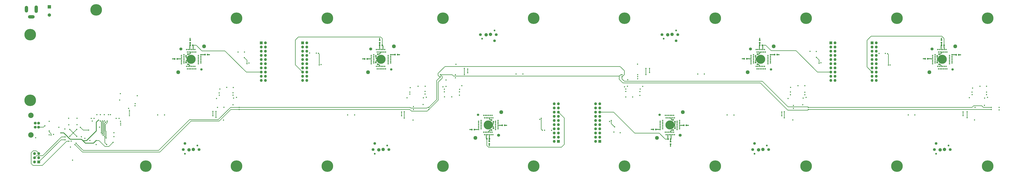
<source format=gbl>
G04 #@! TF.GenerationSoftware,KiCad,Pcbnew,(5.1.5)-3*
G04 #@! TF.CreationDate,2020-09-20T17:18:26+02:00*
G04 #@! TF.ProjectId,prog_rig,70726f67-5f72-4696-972e-6b696361645f,A*
G04 #@! TF.SameCoordinates,Original*
G04 #@! TF.FileFunction,Copper,L4,Bot*
G04 #@! TF.FilePolarity,Positive*
%FSLAX46Y46*%
G04 Gerber Fmt 4.6, Leading zero omitted, Abs format (unit mm)*
G04 Created by KiCad (PCBNEW (5.1.5)-3) date 2020-09-20 17:18:26*
%MOMM*%
%LPD*%
G04 APERTURE LIST*
%ADD10C,0.800000*%
%ADD11C,1.400000*%
%ADD12C,1.800000*%
%ADD13C,2.300000*%
%ADD14C,5.500000*%
%ADD15C,0.100000*%
%ADD16R,1.700000X1.700000*%
%ADD17O,1.700000X1.700000*%
%ADD18O,1.998980X4.000500*%
%ADD19O,4.000500X1.998980*%
%ADD20O,1.998980X4.500880*%
%ADD21C,1.700000*%
%ADD22C,3.299460*%
%ADD23C,2.000000*%
%ADD24C,1.100000*%
%ADD25C,1.600000*%
%ADD26C,7.000000*%
%ADD27R,2.000000X2.000000*%
%ADD28C,0.700000*%
%ADD29C,0.300000*%
%ADD30C,0.500000*%
G04 APERTURE END LIST*
D10*
X609750000Y-74125000D03*
X610250000Y-75650000D03*
X614750000Y-74125000D03*
X615250000Y-75650000D03*
X618375000Y-77250000D03*
X616850000Y-77750000D03*
X618375000Y-82250000D03*
X616850000Y-82750000D03*
X615250000Y-85875000D03*
X614750000Y-84350000D03*
X610250000Y-85875000D03*
X609750000Y-84350000D03*
X606625000Y-82750000D03*
X608150000Y-82250000D03*
X606625000Y-77750000D03*
X608150000Y-77250000D03*
D11*
X618725000Y-86225000D03*
D12*
X606275000Y-73775000D03*
D13*
X604650000Y-87850000D03*
X620350000Y-72150000D03*
D10*
X610750000Y-74125000D03*
X611250000Y-75650000D03*
X611750000Y-74125000D03*
X612250000Y-75650000D03*
X612750000Y-74125000D03*
X613250000Y-75650000D03*
X613750000Y-74125000D03*
X614250000Y-75650000D03*
X618375000Y-78250000D03*
X616850000Y-78750000D03*
X618375000Y-79250000D03*
X616850000Y-79750000D03*
X618375000Y-80250000D03*
X616850000Y-80750000D03*
X618375000Y-81250000D03*
X616850000Y-81750000D03*
X614250000Y-85875000D03*
X613750000Y-84350000D03*
X613250000Y-85875000D03*
X612750000Y-84350000D03*
X612250000Y-85875000D03*
X611750000Y-84350000D03*
X611250000Y-85875000D03*
X610750000Y-84350000D03*
X606625000Y-81750000D03*
X608150000Y-81250000D03*
X606625000Y-80750000D03*
X608150000Y-80250000D03*
X606625000Y-79750000D03*
X608150000Y-79250000D03*
X606625000Y-78750000D03*
X608150000Y-78250000D03*
D14*
X612500000Y-80000000D03*
D10*
X154750000Y-74125000D03*
X155250000Y-75650000D03*
X159750000Y-74125000D03*
X160250000Y-75650000D03*
X163375000Y-77250000D03*
X161850000Y-77750000D03*
X163375000Y-82250000D03*
X161850000Y-82750000D03*
X160250000Y-85875000D03*
X159750000Y-84350000D03*
X155250000Y-85875000D03*
X154750000Y-84350000D03*
X151625000Y-82750000D03*
X153150000Y-82250000D03*
X151625000Y-77750000D03*
X153150000Y-77250000D03*
D11*
X163725000Y-86225000D03*
D12*
X151275000Y-73775000D03*
D13*
X149650000Y-87850000D03*
X165350000Y-72150000D03*
D10*
X155750000Y-74125000D03*
X156250000Y-75650000D03*
X156750000Y-74125000D03*
X157250000Y-75650000D03*
X157750000Y-74125000D03*
X158250000Y-75650000D03*
X158750000Y-74125000D03*
X159250000Y-75650000D03*
X163375000Y-78250000D03*
X161850000Y-78750000D03*
X163375000Y-79250000D03*
X161850000Y-79750000D03*
X163375000Y-80250000D03*
X161850000Y-80750000D03*
X163375000Y-81250000D03*
X161850000Y-81750000D03*
X159250000Y-85875000D03*
X158750000Y-84350000D03*
X158250000Y-85875000D03*
X157750000Y-84350000D03*
X157250000Y-85875000D03*
X156750000Y-84350000D03*
X156250000Y-85875000D03*
X155750000Y-84350000D03*
X151625000Y-81750000D03*
X153150000Y-81250000D03*
X151625000Y-80750000D03*
X153150000Y-80250000D03*
X151625000Y-79750000D03*
X153150000Y-79250000D03*
X151625000Y-78750000D03*
X153150000Y-78250000D03*
D14*
X157500000Y-80000000D03*
D10*
X269750000Y-74125000D03*
X270250000Y-75650000D03*
X274750000Y-74125000D03*
X275250000Y-75650000D03*
X278375000Y-77250000D03*
X276850000Y-77750000D03*
X278375000Y-82250000D03*
X276850000Y-82750000D03*
X275250000Y-85875000D03*
X274750000Y-84350000D03*
X270250000Y-85875000D03*
X269750000Y-84350000D03*
X266625000Y-82750000D03*
X268150000Y-82250000D03*
X266625000Y-77750000D03*
X268150000Y-77250000D03*
D11*
X278725000Y-86225000D03*
D12*
X266275000Y-73775000D03*
D13*
X264650000Y-87850000D03*
X280350000Y-72150000D03*
D10*
X270750000Y-74125000D03*
X271250000Y-75650000D03*
X271750000Y-74125000D03*
X272250000Y-75650000D03*
X272750000Y-74125000D03*
X273250000Y-75650000D03*
X273750000Y-74125000D03*
X274250000Y-75650000D03*
X278375000Y-78250000D03*
X276850000Y-78750000D03*
X278375000Y-79250000D03*
X276850000Y-79750000D03*
X278375000Y-80250000D03*
X276850000Y-80750000D03*
X278375000Y-81250000D03*
X276850000Y-81750000D03*
X274250000Y-85875000D03*
X273750000Y-84350000D03*
X273250000Y-85875000D03*
X272750000Y-84350000D03*
X272250000Y-85875000D03*
X271750000Y-84350000D03*
X271250000Y-85875000D03*
X270750000Y-84350000D03*
X266625000Y-81750000D03*
X268150000Y-81250000D03*
X266625000Y-80750000D03*
X268150000Y-80250000D03*
X266625000Y-79750000D03*
X268150000Y-79250000D03*
X266625000Y-78750000D03*
X268150000Y-78250000D03*
D14*
X272500000Y-80000000D03*
D10*
X499750000Y-74125000D03*
X500250000Y-75650000D03*
X504750000Y-74125000D03*
X505250000Y-75650000D03*
X508375000Y-77250000D03*
X506850000Y-77750000D03*
X508375000Y-82250000D03*
X506850000Y-82750000D03*
X505250000Y-85875000D03*
X504750000Y-84350000D03*
X500250000Y-85875000D03*
X499750000Y-84350000D03*
X496625000Y-82750000D03*
X498150000Y-82250000D03*
X496625000Y-77750000D03*
X498150000Y-77250000D03*
D11*
X508725000Y-86225000D03*
D12*
X496275000Y-73775000D03*
D13*
X494650000Y-87850000D03*
X510350000Y-72150000D03*
D10*
X500750000Y-74125000D03*
X501250000Y-75650000D03*
X501750000Y-74125000D03*
X502250000Y-75650000D03*
X502750000Y-74125000D03*
X503250000Y-75650000D03*
X503750000Y-74125000D03*
X504250000Y-75650000D03*
X508375000Y-78250000D03*
X506850000Y-78750000D03*
X508375000Y-79250000D03*
X506850000Y-79750000D03*
X508375000Y-80250000D03*
X506850000Y-80750000D03*
X508375000Y-81250000D03*
X506850000Y-81750000D03*
X504250000Y-85875000D03*
X503750000Y-84350000D03*
X503250000Y-85875000D03*
X502750000Y-84350000D03*
X502250000Y-85875000D03*
X501750000Y-84350000D03*
X501250000Y-85875000D03*
X500750000Y-84350000D03*
X496625000Y-81750000D03*
X498150000Y-81250000D03*
X496625000Y-80750000D03*
X498150000Y-80250000D03*
X496625000Y-79750000D03*
X498150000Y-79250000D03*
X496625000Y-78750000D03*
X498150000Y-78250000D03*
D14*
X502500000Y-80000000D03*
D10*
X450250000Y-125875000D03*
X449750000Y-124350000D03*
X445250000Y-125875000D03*
X444750000Y-124350000D03*
X441625000Y-122750000D03*
X443150000Y-122250000D03*
X441625000Y-117750000D03*
X443150000Y-117250000D03*
X444750000Y-114125000D03*
X445250000Y-115650000D03*
X449750000Y-114125000D03*
X450250000Y-115650000D03*
X453375000Y-117250000D03*
X451850000Y-117750000D03*
X453375000Y-122250000D03*
X451850000Y-122750000D03*
D11*
X441275000Y-113775000D03*
D12*
X453725000Y-126225000D03*
D13*
X455350000Y-112150000D03*
X439650000Y-127850000D03*
D10*
X449250000Y-125875000D03*
X448750000Y-124350000D03*
X448250000Y-125875000D03*
X447750000Y-124350000D03*
X447250000Y-125875000D03*
X446750000Y-124350000D03*
X446250000Y-125875000D03*
X445750000Y-124350000D03*
X441625000Y-121750000D03*
X443150000Y-121250000D03*
X441625000Y-120750000D03*
X443150000Y-120250000D03*
X441625000Y-119750000D03*
X443150000Y-119250000D03*
X441625000Y-118750000D03*
X443150000Y-118250000D03*
X445750000Y-114125000D03*
X446250000Y-115650000D03*
X446750000Y-114125000D03*
X447250000Y-115650000D03*
X447750000Y-114125000D03*
X448250000Y-115650000D03*
X448750000Y-114125000D03*
X449250000Y-115650000D03*
X453375000Y-118250000D03*
X451850000Y-118750000D03*
X453375000Y-119250000D03*
X451850000Y-119750000D03*
X453375000Y-120250000D03*
X451850000Y-120750000D03*
X453375000Y-121250000D03*
X451850000Y-121750000D03*
D14*
X447500000Y-120000000D03*
D10*
X340250000Y-125875000D03*
X339750000Y-124350000D03*
X335250000Y-125875000D03*
X334750000Y-124350000D03*
X331625000Y-122750000D03*
X333150000Y-122250000D03*
X331625000Y-117750000D03*
X333150000Y-117250000D03*
X334750000Y-114125000D03*
X335250000Y-115650000D03*
X339750000Y-114125000D03*
X340250000Y-115650000D03*
X343375000Y-117250000D03*
X341850000Y-117750000D03*
X343375000Y-122250000D03*
X341850000Y-122750000D03*
D11*
X331275000Y-113775000D03*
D12*
X343725000Y-126225000D03*
D13*
X345350000Y-112150000D03*
X329650000Y-127850000D03*
D10*
X339250000Y-125875000D03*
X338750000Y-124350000D03*
X338250000Y-125875000D03*
X337750000Y-124350000D03*
X337250000Y-125875000D03*
X336750000Y-124350000D03*
X336250000Y-125875000D03*
X335750000Y-124350000D03*
X331625000Y-121750000D03*
X333150000Y-121250000D03*
X331625000Y-120750000D03*
X333150000Y-120250000D03*
X331625000Y-119750000D03*
X333150000Y-119250000D03*
X331625000Y-118750000D03*
X333150000Y-118250000D03*
X335750000Y-114125000D03*
X336250000Y-115650000D03*
X336750000Y-114125000D03*
X337250000Y-115650000D03*
X337750000Y-114125000D03*
X338250000Y-115650000D03*
X338750000Y-114125000D03*
X339250000Y-115650000D03*
X343375000Y-118250000D03*
X341850000Y-118750000D03*
X343375000Y-119250000D03*
X341850000Y-119750000D03*
X343375000Y-120250000D03*
X341850000Y-120750000D03*
X343375000Y-121250000D03*
X341850000Y-121750000D03*
D14*
X337500000Y-120000000D03*
G04 #@! TA.AperFunction,SMDPad,CuDef*
D15*
G36*
X262852691Y-79326053D02*
G01*
X262873926Y-79329203D01*
X262894750Y-79334419D01*
X262914962Y-79341651D01*
X262934368Y-79350830D01*
X262952781Y-79361866D01*
X262970024Y-79374654D01*
X262985930Y-79389070D01*
X263000346Y-79404976D01*
X263013134Y-79422219D01*
X263024170Y-79440632D01*
X263033349Y-79460038D01*
X263040581Y-79480250D01*
X263045797Y-79501074D01*
X263048947Y-79522309D01*
X263050000Y-79543750D01*
X263050000Y-80056250D01*
X263048947Y-80077691D01*
X263045797Y-80098926D01*
X263040581Y-80119750D01*
X263033349Y-80139962D01*
X263024170Y-80159368D01*
X263013134Y-80177781D01*
X263000346Y-80195024D01*
X262985930Y-80210930D01*
X262970024Y-80225346D01*
X262952781Y-80238134D01*
X262934368Y-80249170D01*
X262914962Y-80258349D01*
X262894750Y-80265581D01*
X262873926Y-80270797D01*
X262852691Y-80273947D01*
X262831250Y-80275000D01*
X262393750Y-80275000D01*
X262372309Y-80273947D01*
X262351074Y-80270797D01*
X262330250Y-80265581D01*
X262310038Y-80258349D01*
X262290632Y-80249170D01*
X262272219Y-80238134D01*
X262254976Y-80225346D01*
X262239070Y-80210930D01*
X262224654Y-80195024D01*
X262211866Y-80177781D01*
X262200830Y-80159368D01*
X262191651Y-80139962D01*
X262184419Y-80119750D01*
X262179203Y-80098926D01*
X262176053Y-80077691D01*
X262175000Y-80056250D01*
X262175000Y-79543750D01*
X262176053Y-79522309D01*
X262179203Y-79501074D01*
X262184419Y-79480250D01*
X262191651Y-79460038D01*
X262200830Y-79440632D01*
X262211866Y-79422219D01*
X262224654Y-79404976D01*
X262239070Y-79389070D01*
X262254976Y-79374654D01*
X262272219Y-79361866D01*
X262290632Y-79350830D01*
X262310038Y-79341651D01*
X262330250Y-79334419D01*
X262351074Y-79329203D01*
X262372309Y-79326053D01*
X262393750Y-79325000D01*
X262831250Y-79325000D01*
X262852691Y-79326053D01*
G37*
G04 #@! TD.AperFunction*
G04 #@! TA.AperFunction,SMDPad,CuDef*
G36*
X264427691Y-79326053D02*
G01*
X264448926Y-79329203D01*
X264469750Y-79334419D01*
X264489962Y-79341651D01*
X264509368Y-79350830D01*
X264527781Y-79361866D01*
X264545024Y-79374654D01*
X264560930Y-79389070D01*
X264575346Y-79404976D01*
X264588134Y-79422219D01*
X264599170Y-79440632D01*
X264608349Y-79460038D01*
X264615581Y-79480250D01*
X264620797Y-79501074D01*
X264623947Y-79522309D01*
X264625000Y-79543750D01*
X264625000Y-80056250D01*
X264623947Y-80077691D01*
X264620797Y-80098926D01*
X264615581Y-80119750D01*
X264608349Y-80139962D01*
X264599170Y-80159368D01*
X264588134Y-80177781D01*
X264575346Y-80195024D01*
X264560930Y-80210930D01*
X264545024Y-80225346D01*
X264527781Y-80238134D01*
X264509368Y-80249170D01*
X264489962Y-80258349D01*
X264469750Y-80265581D01*
X264448926Y-80270797D01*
X264427691Y-80273947D01*
X264406250Y-80275000D01*
X263968750Y-80275000D01*
X263947309Y-80273947D01*
X263926074Y-80270797D01*
X263905250Y-80265581D01*
X263885038Y-80258349D01*
X263865632Y-80249170D01*
X263847219Y-80238134D01*
X263829976Y-80225346D01*
X263814070Y-80210930D01*
X263799654Y-80195024D01*
X263786866Y-80177781D01*
X263775830Y-80159368D01*
X263766651Y-80139962D01*
X263759419Y-80119750D01*
X263754203Y-80098926D01*
X263751053Y-80077691D01*
X263750000Y-80056250D01*
X263750000Y-79543750D01*
X263751053Y-79522309D01*
X263754203Y-79501074D01*
X263759419Y-79480250D01*
X263766651Y-79460038D01*
X263775830Y-79440632D01*
X263786866Y-79422219D01*
X263799654Y-79404976D01*
X263814070Y-79389070D01*
X263829976Y-79374654D01*
X263847219Y-79361866D01*
X263865632Y-79350830D01*
X263885038Y-79341651D01*
X263905250Y-79334419D01*
X263926074Y-79329203D01*
X263947309Y-79326053D01*
X263968750Y-79325000D01*
X264406250Y-79325000D01*
X264427691Y-79326053D01*
G37*
G04 #@! TD.AperFunction*
D16*
X225000000Y-70000000D03*
D17*
X227540000Y-70000000D03*
X225000000Y-72540000D03*
X227540000Y-72540000D03*
X225000000Y-75080000D03*
X227540000Y-75080000D03*
X225000000Y-77620000D03*
X227540000Y-77620000D03*
X225000000Y-80160000D03*
X227540000Y-80160000D03*
X225000000Y-82700000D03*
X227540000Y-82700000D03*
X225000000Y-85240000D03*
X227540000Y-85240000D03*
X225000000Y-87780000D03*
X227540000Y-87780000D03*
X225000000Y-90320000D03*
X227540000Y-90320000D03*
X225000000Y-92860000D03*
X227540000Y-92860000D03*
G04 #@! TA.AperFunction,SMDPad,CuDef*
D15*
G36*
X273527691Y-71026053D02*
G01*
X273548926Y-71029203D01*
X273569750Y-71034419D01*
X273589962Y-71041651D01*
X273609368Y-71050830D01*
X273627781Y-71061866D01*
X273645024Y-71074654D01*
X273660930Y-71089070D01*
X273675346Y-71104976D01*
X273688134Y-71122219D01*
X273699170Y-71140632D01*
X273708349Y-71160038D01*
X273715581Y-71180250D01*
X273720797Y-71201074D01*
X273723947Y-71222309D01*
X273725000Y-71243750D01*
X273725000Y-71756250D01*
X273723947Y-71777691D01*
X273720797Y-71798926D01*
X273715581Y-71819750D01*
X273708349Y-71839962D01*
X273699170Y-71859368D01*
X273688134Y-71877781D01*
X273675346Y-71895024D01*
X273660930Y-71910930D01*
X273645024Y-71925346D01*
X273627781Y-71938134D01*
X273609368Y-71949170D01*
X273589962Y-71958349D01*
X273569750Y-71965581D01*
X273548926Y-71970797D01*
X273527691Y-71973947D01*
X273506250Y-71975000D01*
X273068750Y-71975000D01*
X273047309Y-71973947D01*
X273026074Y-71970797D01*
X273005250Y-71965581D01*
X272985038Y-71958349D01*
X272965632Y-71949170D01*
X272947219Y-71938134D01*
X272929976Y-71925346D01*
X272914070Y-71910930D01*
X272899654Y-71895024D01*
X272886866Y-71877781D01*
X272875830Y-71859368D01*
X272866651Y-71839962D01*
X272859419Y-71819750D01*
X272854203Y-71798926D01*
X272851053Y-71777691D01*
X272850000Y-71756250D01*
X272850000Y-71243750D01*
X272851053Y-71222309D01*
X272854203Y-71201074D01*
X272859419Y-71180250D01*
X272866651Y-71160038D01*
X272875830Y-71140632D01*
X272886866Y-71122219D01*
X272899654Y-71104976D01*
X272914070Y-71089070D01*
X272929976Y-71074654D01*
X272947219Y-71061866D01*
X272965632Y-71050830D01*
X272985038Y-71041651D01*
X273005250Y-71034419D01*
X273026074Y-71029203D01*
X273047309Y-71026053D01*
X273068750Y-71025000D01*
X273506250Y-71025000D01*
X273527691Y-71026053D01*
G37*
G04 #@! TD.AperFunction*
G04 #@! TA.AperFunction,SMDPad,CuDef*
G36*
X271952691Y-71026053D02*
G01*
X271973926Y-71029203D01*
X271994750Y-71034419D01*
X272014962Y-71041651D01*
X272034368Y-71050830D01*
X272052781Y-71061866D01*
X272070024Y-71074654D01*
X272085930Y-71089070D01*
X272100346Y-71104976D01*
X272113134Y-71122219D01*
X272124170Y-71140632D01*
X272133349Y-71160038D01*
X272140581Y-71180250D01*
X272145797Y-71201074D01*
X272148947Y-71222309D01*
X272150000Y-71243750D01*
X272150000Y-71756250D01*
X272148947Y-71777691D01*
X272145797Y-71798926D01*
X272140581Y-71819750D01*
X272133349Y-71839962D01*
X272124170Y-71859368D01*
X272113134Y-71877781D01*
X272100346Y-71895024D01*
X272085930Y-71910930D01*
X272070024Y-71925346D01*
X272052781Y-71938134D01*
X272034368Y-71949170D01*
X272014962Y-71958349D01*
X271994750Y-71965581D01*
X271973926Y-71970797D01*
X271952691Y-71973947D01*
X271931250Y-71975000D01*
X271493750Y-71975000D01*
X271472309Y-71973947D01*
X271451074Y-71970797D01*
X271430250Y-71965581D01*
X271410038Y-71958349D01*
X271390632Y-71949170D01*
X271372219Y-71938134D01*
X271354976Y-71925346D01*
X271339070Y-71910930D01*
X271324654Y-71895024D01*
X271311866Y-71877781D01*
X271300830Y-71859368D01*
X271291651Y-71839962D01*
X271284419Y-71819750D01*
X271279203Y-71798926D01*
X271276053Y-71777691D01*
X271275000Y-71756250D01*
X271275000Y-71243750D01*
X271276053Y-71222309D01*
X271279203Y-71201074D01*
X271284419Y-71180250D01*
X271291651Y-71160038D01*
X271300830Y-71140632D01*
X271311866Y-71122219D01*
X271324654Y-71104976D01*
X271339070Y-71089070D01*
X271354976Y-71074654D01*
X271372219Y-71061866D01*
X271390632Y-71050830D01*
X271410038Y-71041651D01*
X271430250Y-71034419D01*
X271451074Y-71029203D01*
X271472309Y-71026053D01*
X271493750Y-71025000D01*
X271931250Y-71025000D01*
X271952691Y-71026053D01*
G37*
G04 #@! TD.AperFunction*
G04 #@! TA.AperFunction,SMDPad,CuDef*
G36*
X270554805Y-82503274D02*
G01*
X270576040Y-82506424D01*
X270596864Y-82511640D01*
X270617076Y-82518872D01*
X270636482Y-82528051D01*
X270654895Y-82539087D01*
X270672138Y-82551875D01*
X270688044Y-82566291D01*
X270997403Y-82875650D01*
X271011819Y-82891556D01*
X271024607Y-82908799D01*
X271035643Y-82927212D01*
X271044822Y-82946618D01*
X271052054Y-82966830D01*
X271057270Y-82987654D01*
X271060420Y-83008889D01*
X271061473Y-83030330D01*
X271060420Y-83051771D01*
X271057270Y-83073006D01*
X271052054Y-83093830D01*
X271044822Y-83114042D01*
X271035643Y-83133448D01*
X271024607Y-83151861D01*
X271011819Y-83169104D01*
X270997403Y-83185010D01*
X270635010Y-83547403D01*
X270619104Y-83561819D01*
X270601861Y-83574607D01*
X270583448Y-83585643D01*
X270564042Y-83594822D01*
X270543830Y-83602054D01*
X270523006Y-83607270D01*
X270501771Y-83610420D01*
X270480330Y-83611473D01*
X270458889Y-83610420D01*
X270437654Y-83607270D01*
X270416830Y-83602054D01*
X270396618Y-83594822D01*
X270377212Y-83585643D01*
X270358799Y-83574607D01*
X270341556Y-83561819D01*
X270325650Y-83547403D01*
X270016291Y-83238044D01*
X270001875Y-83222138D01*
X269989087Y-83204895D01*
X269978051Y-83186482D01*
X269968872Y-83167076D01*
X269961640Y-83146864D01*
X269956424Y-83126040D01*
X269953274Y-83104805D01*
X269952221Y-83083364D01*
X269953274Y-83061923D01*
X269956424Y-83040688D01*
X269961640Y-83019864D01*
X269968872Y-82999652D01*
X269978051Y-82980246D01*
X269989087Y-82961833D01*
X270001875Y-82944590D01*
X270016291Y-82928684D01*
X270378684Y-82566291D01*
X270394590Y-82551875D01*
X270411833Y-82539087D01*
X270430246Y-82528051D01*
X270449652Y-82518872D01*
X270469864Y-82511640D01*
X270490688Y-82506424D01*
X270511923Y-82503274D01*
X270533364Y-82502221D01*
X270554805Y-82503274D01*
G37*
G04 #@! TD.AperFunction*
G04 #@! TA.AperFunction,SMDPad,CuDef*
G36*
X269441111Y-81389580D02*
G01*
X269462346Y-81392730D01*
X269483170Y-81397946D01*
X269503382Y-81405178D01*
X269522788Y-81414357D01*
X269541201Y-81425393D01*
X269558444Y-81438181D01*
X269574350Y-81452597D01*
X269883709Y-81761956D01*
X269898125Y-81777862D01*
X269910913Y-81795105D01*
X269921949Y-81813518D01*
X269931128Y-81832924D01*
X269938360Y-81853136D01*
X269943576Y-81873960D01*
X269946726Y-81895195D01*
X269947779Y-81916636D01*
X269946726Y-81938077D01*
X269943576Y-81959312D01*
X269938360Y-81980136D01*
X269931128Y-82000348D01*
X269921949Y-82019754D01*
X269910913Y-82038167D01*
X269898125Y-82055410D01*
X269883709Y-82071316D01*
X269521316Y-82433709D01*
X269505410Y-82448125D01*
X269488167Y-82460913D01*
X269469754Y-82471949D01*
X269450348Y-82481128D01*
X269430136Y-82488360D01*
X269409312Y-82493576D01*
X269388077Y-82496726D01*
X269366636Y-82497779D01*
X269345195Y-82496726D01*
X269323960Y-82493576D01*
X269303136Y-82488360D01*
X269282924Y-82481128D01*
X269263518Y-82471949D01*
X269245105Y-82460913D01*
X269227862Y-82448125D01*
X269211956Y-82433709D01*
X268902597Y-82124350D01*
X268888181Y-82108444D01*
X268875393Y-82091201D01*
X268864357Y-82072788D01*
X268855178Y-82053382D01*
X268847946Y-82033170D01*
X268842730Y-82012346D01*
X268839580Y-81991111D01*
X268838527Y-81969670D01*
X268839580Y-81948229D01*
X268842730Y-81926994D01*
X268847946Y-81906170D01*
X268855178Y-81885958D01*
X268864357Y-81866552D01*
X268875393Y-81848139D01*
X268888181Y-81830896D01*
X268902597Y-81814990D01*
X269264990Y-81452597D01*
X269280896Y-81438181D01*
X269298139Y-81425393D01*
X269316552Y-81414357D01*
X269335958Y-81405178D01*
X269356170Y-81397946D01*
X269376994Y-81392730D01*
X269398229Y-81389580D01*
X269419670Y-81388527D01*
X269441111Y-81389580D01*
G37*
G04 #@! TD.AperFunction*
G04 #@! TA.AperFunction,SMDPad,CuDef*
G36*
X269438077Y-77453274D02*
G01*
X269459312Y-77456424D01*
X269480136Y-77461640D01*
X269500348Y-77468872D01*
X269519754Y-77478051D01*
X269538167Y-77489087D01*
X269555410Y-77501875D01*
X269571316Y-77516291D01*
X269933709Y-77878684D01*
X269948125Y-77894590D01*
X269960913Y-77911833D01*
X269971949Y-77930246D01*
X269981128Y-77949652D01*
X269988360Y-77969864D01*
X269993576Y-77990688D01*
X269996726Y-78011923D01*
X269997779Y-78033364D01*
X269996726Y-78054805D01*
X269993576Y-78076040D01*
X269988360Y-78096864D01*
X269981128Y-78117076D01*
X269971949Y-78136482D01*
X269960913Y-78154895D01*
X269948125Y-78172138D01*
X269933709Y-78188044D01*
X269624350Y-78497403D01*
X269608444Y-78511819D01*
X269591201Y-78524607D01*
X269572788Y-78535643D01*
X269553382Y-78544822D01*
X269533170Y-78552054D01*
X269512346Y-78557270D01*
X269491111Y-78560420D01*
X269469670Y-78561473D01*
X269448229Y-78560420D01*
X269426994Y-78557270D01*
X269406170Y-78552054D01*
X269385958Y-78544822D01*
X269366552Y-78535643D01*
X269348139Y-78524607D01*
X269330896Y-78511819D01*
X269314990Y-78497403D01*
X268952597Y-78135010D01*
X268938181Y-78119104D01*
X268925393Y-78101861D01*
X268914357Y-78083448D01*
X268905178Y-78064042D01*
X268897946Y-78043830D01*
X268892730Y-78023006D01*
X268889580Y-78001771D01*
X268888527Y-77980330D01*
X268889580Y-77958889D01*
X268892730Y-77937654D01*
X268897946Y-77916830D01*
X268905178Y-77896618D01*
X268914357Y-77877212D01*
X268925393Y-77858799D01*
X268938181Y-77841556D01*
X268952597Y-77825650D01*
X269261956Y-77516291D01*
X269277862Y-77501875D01*
X269295105Y-77489087D01*
X269313518Y-77478051D01*
X269332924Y-77468872D01*
X269353136Y-77461640D01*
X269373960Y-77456424D01*
X269395195Y-77453274D01*
X269416636Y-77452221D01*
X269438077Y-77453274D01*
G37*
G04 #@! TD.AperFunction*
G04 #@! TA.AperFunction,SMDPad,CuDef*
G36*
X270551771Y-76339580D02*
G01*
X270573006Y-76342730D01*
X270593830Y-76347946D01*
X270614042Y-76355178D01*
X270633448Y-76364357D01*
X270651861Y-76375393D01*
X270669104Y-76388181D01*
X270685010Y-76402597D01*
X271047403Y-76764990D01*
X271061819Y-76780896D01*
X271074607Y-76798139D01*
X271085643Y-76816552D01*
X271094822Y-76835958D01*
X271102054Y-76856170D01*
X271107270Y-76876994D01*
X271110420Y-76898229D01*
X271111473Y-76919670D01*
X271110420Y-76941111D01*
X271107270Y-76962346D01*
X271102054Y-76983170D01*
X271094822Y-77003382D01*
X271085643Y-77022788D01*
X271074607Y-77041201D01*
X271061819Y-77058444D01*
X271047403Y-77074350D01*
X270738044Y-77383709D01*
X270722138Y-77398125D01*
X270704895Y-77410913D01*
X270686482Y-77421949D01*
X270667076Y-77431128D01*
X270646864Y-77438360D01*
X270626040Y-77443576D01*
X270604805Y-77446726D01*
X270583364Y-77447779D01*
X270561923Y-77446726D01*
X270540688Y-77443576D01*
X270519864Y-77438360D01*
X270499652Y-77431128D01*
X270480246Y-77421949D01*
X270461833Y-77410913D01*
X270444590Y-77398125D01*
X270428684Y-77383709D01*
X270066291Y-77021316D01*
X270051875Y-77005410D01*
X270039087Y-76988167D01*
X270028051Y-76969754D01*
X270018872Y-76950348D01*
X270011640Y-76930136D01*
X270006424Y-76909312D01*
X270003274Y-76888077D01*
X270002221Y-76866636D01*
X270003274Y-76845195D01*
X270006424Y-76823960D01*
X270011640Y-76803136D01*
X270018872Y-76782924D01*
X270028051Y-76763518D01*
X270039087Y-76745105D01*
X270051875Y-76727862D01*
X270066291Y-76711956D01*
X270375650Y-76402597D01*
X270391556Y-76388181D01*
X270408799Y-76375393D01*
X270427212Y-76364357D01*
X270446618Y-76355178D01*
X270466830Y-76347946D01*
X270487654Y-76342730D01*
X270508889Y-76339580D01*
X270530330Y-76338527D01*
X270551771Y-76339580D01*
G37*
G04 #@! TD.AperFunction*
G04 #@! TA.AperFunction,SMDPad,CuDef*
G36*
X282827691Y-76726053D02*
G01*
X282848926Y-76729203D01*
X282869750Y-76734419D01*
X282889962Y-76741651D01*
X282909368Y-76750830D01*
X282927781Y-76761866D01*
X282945024Y-76774654D01*
X282960930Y-76789070D01*
X282975346Y-76804976D01*
X282988134Y-76822219D01*
X282999170Y-76840632D01*
X283008349Y-76860038D01*
X283015581Y-76880250D01*
X283020797Y-76901074D01*
X283023947Y-76922309D01*
X283025000Y-76943750D01*
X283025000Y-77456250D01*
X283023947Y-77477691D01*
X283020797Y-77498926D01*
X283015581Y-77519750D01*
X283008349Y-77539962D01*
X282999170Y-77559368D01*
X282988134Y-77577781D01*
X282975346Y-77595024D01*
X282960930Y-77610930D01*
X282945024Y-77625346D01*
X282927781Y-77638134D01*
X282909368Y-77649170D01*
X282889962Y-77658349D01*
X282869750Y-77665581D01*
X282848926Y-77670797D01*
X282827691Y-77673947D01*
X282806250Y-77675000D01*
X282368750Y-77675000D01*
X282347309Y-77673947D01*
X282326074Y-77670797D01*
X282305250Y-77665581D01*
X282285038Y-77658349D01*
X282265632Y-77649170D01*
X282247219Y-77638134D01*
X282229976Y-77625346D01*
X282214070Y-77610930D01*
X282199654Y-77595024D01*
X282186866Y-77577781D01*
X282175830Y-77559368D01*
X282166651Y-77539962D01*
X282159419Y-77519750D01*
X282154203Y-77498926D01*
X282151053Y-77477691D01*
X282150000Y-77456250D01*
X282150000Y-76943750D01*
X282151053Y-76922309D01*
X282154203Y-76901074D01*
X282159419Y-76880250D01*
X282166651Y-76860038D01*
X282175830Y-76840632D01*
X282186866Y-76822219D01*
X282199654Y-76804976D01*
X282214070Y-76789070D01*
X282229976Y-76774654D01*
X282247219Y-76761866D01*
X282265632Y-76750830D01*
X282285038Y-76741651D01*
X282305250Y-76734419D01*
X282326074Y-76729203D01*
X282347309Y-76726053D01*
X282368750Y-76725000D01*
X282806250Y-76725000D01*
X282827691Y-76726053D01*
G37*
G04 #@! TD.AperFunction*
G04 #@! TA.AperFunction,SMDPad,CuDef*
G36*
X281252691Y-76726053D02*
G01*
X281273926Y-76729203D01*
X281294750Y-76734419D01*
X281314962Y-76741651D01*
X281334368Y-76750830D01*
X281352781Y-76761866D01*
X281370024Y-76774654D01*
X281385930Y-76789070D01*
X281400346Y-76804976D01*
X281413134Y-76822219D01*
X281424170Y-76840632D01*
X281433349Y-76860038D01*
X281440581Y-76880250D01*
X281445797Y-76901074D01*
X281448947Y-76922309D01*
X281450000Y-76943750D01*
X281450000Y-77456250D01*
X281448947Y-77477691D01*
X281445797Y-77498926D01*
X281440581Y-77519750D01*
X281433349Y-77539962D01*
X281424170Y-77559368D01*
X281413134Y-77577781D01*
X281400346Y-77595024D01*
X281385930Y-77610930D01*
X281370024Y-77625346D01*
X281352781Y-77638134D01*
X281334368Y-77649170D01*
X281314962Y-77658349D01*
X281294750Y-77665581D01*
X281273926Y-77670797D01*
X281252691Y-77673947D01*
X281231250Y-77675000D01*
X280793750Y-77675000D01*
X280772309Y-77673947D01*
X280751074Y-77670797D01*
X280730250Y-77665581D01*
X280710038Y-77658349D01*
X280690632Y-77649170D01*
X280672219Y-77638134D01*
X280654976Y-77625346D01*
X280639070Y-77610930D01*
X280624654Y-77595024D01*
X280611866Y-77577781D01*
X280600830Y-77559368D01*
X280591651Y-77539962D01*
X280584419Y-77519750D01*
X280579203Y-77498926D01*
X280576053Y-77477691D01*
X280575000Y-77456250D01*
X280575000Y-76943750D01*
X280576053Y-76922309D01*
X280579203Y-76901074D01*
X280584419Y-76880250D01*
X280591651Y-76860038D01*
X280600830Y-76840632D01*
X280611866Y-76822219D01*
X280624654Y-76804976D01*
X280639070Y-76789070D01*
X280654976Y-76774654D01*
X280672219Y-76761866D01*
X280690632Y-76750830D01*
X280710038Y-76741651D01*
X280730250Y-76734419D01*
X280751074Y-76729203D01*
X280772309Y-76726053D01*
X280793750Y-76725000D01*
X281231250Y-76725000D01*
X281252691Y-76726053D01*
G37*
G04 #@! TD.AperFunction*
G04 #@! TA.AperFunction,SMDPad,CuDef*
G36*
X271977691Y-69551053D02*
G01*
X271998926Y-69554203D01*
X272019750Y-69559419D01*
X272039962Y-69566651D01*
X272059368Y-69575830D01*
X272077781Y-69586866D01*
X272095024Y-69599654D01*
X272110930Y-69614070D01*
X272125346Y-69629976D01*
X272138134Y-69647219D01*
X272149170Y-69665632D01*
X272158349Y-69685038D01*
X272165581Y-69705250D01*
X272170797Y-69726074D01*
X272173947Y-69747309D01*
X272175000Y-69768750D01*
X272175000Y-70206250D01*
X272173947Y-70227691D01*
X272170797Y-70248926D01*
X272165581Y-70269750D01*
X272158349Y-70289962D01*
X272149170Y-70309368D01*
X272138134Y-70327781D01*
X272125346Y-70345024D01*
X272110930Y-70360930D01*
X272095024Y-70375346D01*
X272077781Y-70388134D01*
X272059368Y-70399170D01*
X272039962Y-70408349D01*
X272019750Y-70415581D01*
X271998926Y-70420797D01*
X271977691Y-70423947D01*
X271956250Y-70425000D01*
X271443750Y-70425000D01*
X271422309Y-70423947D01*
X271401074Y-70420797D01*
X271380250Y-70415581D01*
X271360038Y-70408349D01*
X271340632Y-70399170D01*
X271322219Y-70388134D01*
X271304976Y-70375346D01*
X271289070Y-70360930D01*
X271274654Y-70345024D01*
X271261866Y-70327781D01*
X271250830Y-70309368D01*
X271241651Y-70289962D01*
X271234419Y-70269750D01*
X271229203Y-70248926D01*
X271226053Y-70227691D01*
X271225000Y-70206250D01*
X271225000Y-69768750D01*
X271226053Y-69747309D01*
X271229203Y-69726074D01*
X271234419Y-69705250D01*
X271241651Y-69685038D01*
X271250830Y-69665632D01*
X271261866Y-69647219D01*
X271274654Y-69629976D01*
X271289070Y-69614070D01*
X271304976Y-69599654D01*
X271322219Y-69586866D01*
X271340632Y-69575830D01*
X271360038Y-69566651D01*
X271380250Y-69559419D01*
X271401074Y-69554203D01*
X271422309Y-69551053D01*
X271443750Y-69550000D01*
X271956250Y-69550000D01*
X271977691Y-69551053D01*
G37*
G04 #@! TD.AperFunction*
G04 #@! TA.AperFunction,SMDPad,CuDef*
G36*
X271977691Y-67976053D02*
G01*
X271998926Y-67979203D01*
X272019750Y-67984419D01*
X272039962Y-67991651D01*
X272059368Y-68000830D01*
X272077781Y-68011866D01*
X272095024Y-68024654D01*
X272110930Y-68039070D01*
X272125346Y-68054976D01*
X272138134Y-68072219D01*
X272149170Y-68090632D01*
X272158349Y-68110038D01*
X272165581Y-68130250D01*
X272170797Y-68151074D01*
X272173947Y-68172309D01*
X272175000Y-68193750D01*
X272175000Y-68631250D01*
X272173947Y-68652691D01*
X272170797Y-68673926D01*
X272165581Y-68694750D01*
X272158349Y-68714962D01*
X272149170Y-68734368D01*
X272138134Y-68752781D01*
X272125346Y-68770024D01*
X272110930Y-68785930D01*
X272095024Y-68800346D01*
X272077781Y-68813134D01*
X272059368Y-68824170D01*
X272039962Y-68833349D01*
X272019750Y-68840581D01*
X271998926Y-68845797D01*
X271977691Y-68848947D01*
X271956250Y-68850000D01*
X271443750Y-68850000D01*
X271422309Y-68848947D01*
X271401074Y-68845797D01*
X271380250Y-68840581D01*
X271360038Y-68833349D01*
X271340632Y-68824170D01*
X271322219Y-68813134D01*
X271304976Y-68800346D01*
X271289070Y-68785930D01*
X271274654Y-68770024D01*
X271261866Y-68752781D01*
X271250830Y-68734368D01*
X271241651Y-68714962D01*
X271234419Y-68694750D01*
X271229203Y-68673926D01*
X271226053Y-68652691D01*
X271225000Y-68631250D01*
X271225000Y-68193750D01*
X271226053Y-68172309D01*
X271229203Y-68151074D01*
X271234419Y-68130250D01*
X271241651Y-68110038D01*
X271250830Y-68090632D01*
X271261866Y-68072219D01*
X271274654Y-68054976D01*
X271289070Y-68039070D01*
X271304976Y-68024654D01*
X271322219Y-68011866D01*
X271340632Y-68000830D01*
X271360038Y-67991651D01*
X271380250Y-67984419D01*
X271401074Y-67979203D01*
X271422309Y-67976053D01*
X271443750Y-67975000D01*
X271956250Y-67975000D01*
X271977691Y-67976053D01*
G37*
G04 #@! TD.AperFunction*
D18*
X57700000Y-49500000D03*
D19*
X60699740Y-54199000D03*
D20*
X63699480Y-49500000D03*
D21*
X65099000Y-121349680D03*
X65099000Y-118850320D03*
X63100020Y-118850320D03*
X63100020Y-121349680D03*
D22*
X60400000Y-114100520D03*
X60400000Y-126099480D03*
D16*
X65200000Y-142500000D03*
D17*
X62660000Y-142500000D03*
X65200000Y-139960000D03*
X62660000Y-139960000D03*
X65200000Y-137420000D03*
X62660000Y-137420000D03*
D23*
X613800000Y-134900000D03*
X611200000Y-135100000D03*
D24*
X616250000Y-132500000D03*
X608750000Y-137500000D03*
D21*
X617300000Y-135000000D03*
X607700000Y-135000000D03*
D25*
X608750000Y-131250000D03*
D23*
X503800000Y-134900000D03*
X501200000Y-135100000D03*
D24*
X506250000Y-132500000D03*
X498750000Y-137500000D03*
D21*
X507300000Y-135000000D03*
X497700000Y-135000000D03*
D25*
X498750000Y-131250000D03*
D23*
X446200000Y-65100000D03*
X448800000Y-64900000D03*
D24*
X443750000Y-67500000D03*
X451250000Y-62500000D03*
D21*
X442700000Y-65000000D03*
X452300000Y-65000000D03*
D25*
X451250000Y-68750000D03*
X341250000Y-68750000D03*
D21*
X342300000Y-65000000D03*
X332700000Y-65000000D03*
D24*
X341250000Y-62500000D03*
X333750000Y-67500000D03*
D23*
X338800000Y-64900000D03*
X336200000Y-65100000D03*
D25*
X268750000Y-131250000D03*
D21*
X267700000Y-135000000D03*
X277300000Y-135000000D03*
D24*
X268750000Y-137500000D03*
X276250000Y-132500000D03*
D23*
X271200000Y-135100000D03*
X273800000Y-134900000D03*
D25*
X153750000Y-131250000D03*
D21*
X152700000Y-135000000D03*
X162300000Y-135000000D03*
D24*
X153750000Y-137500000D03*
X161250000Y-132500000D03*
D23*
X156200000Y-135100000D03*
X158800000Y-134900000D03*
D26*
X100000000Y-50000000D03*
X185000000Y-145000000D03*
X585000000Y-145000000D03*
X60000000Y-105000000D03*
X475000000Y-55000000D03*
X640000000Y-145000000D03*
X60000000Y-65000000D03*
X420000000Y-145000000D03*
X475000000Y-145000000D03*
X640000000Y-55000000D03*
X130000000Y-145000000D03*
X365000000Y-145000000D03*
X530000000Y-55000000D03*
X585000000Y-55000000D03*
X185000000Y-55000000D03*
X310000000Y-145000000D03*
X530000000Y-145000000D03*
X365000000Y-55000000D03*
X240000000Y-55000000D03*
X240000000Y-145000000D03*
X420000000Y-55000000D03*
X310000000Y-55000000D03*
G04 #@! TA.AperFunction,SMDPad,CuDef*
D15*
G36*
X612277691Y-69451053D02*
G01*
X612298926Y-69454203D01*
X612319750Y-69459419D01*
X612339962Y-69466651D01*
X612359368Y-69475830D01*
X612377781Y-69486866D01*
X612395024Y-69499654D01*
X612410930Y-69514070D01*
X612425346Y-69529976D01*
X612438134Y-69547219D01*
X612449170Y-69565632D01*
X612458349Y-69585038D01*
X612465581Y-69605250D01*
X612470797Y-69626074D01*
X612473947Y-69647309D01*
X612475000Y-69668750D01*
X612475000Y-70106250D01*
X612473947Y-70127691D01*
X612470797Y-70148926D01*
X612465581Y-70169750D01*
X612458349Y-70189962D01*
X612449170Y-70209368D01*
X612438134Y-70227781D01*
X612425346Y-70245024D01*
X612410930Y-70260930D01*
X612395024Y-70275346D01*
X612377781Y-70288134D01*
X612359368Y-70299170D01*
X612339962Y-70308349D01*
X612319750Y-70315581D01*
X612298926Y-70320797D01*
X612277691Y-70323947D01*
X612256250Y-70325000D01*
X611743750Y-70325000D01*
X611722309Y-70323947D01*
X611701074Y-70320797D01*
X611680250Y-70315581D01*
X611660038Y-70308349D01*
X611640632Y-70299170D01*
X611622219Y-70288134D01*
X611604976Y-70275346D01*
X611589070Y-70260930D01*
X611574654Y-70245024D01*
X611561866Y-70227781D01*
X611550830Y-70209368D01*
X611541651Y-70189962D01*
X611534419Y-70169750D01*
X611529203Y-70148926D01*
X611526053Y-70127691D01*
X611525000Y-70106250D01*
X611525000Y-69668750D01*
X611526053Y-69647309D01*
X611529203Y-69626074D01*
X611534419Y-69605250D01*
X611541651Y-69585038D01*
X611550830Y-69565632D01*
X611561866Y-69547219D01*
X611574654Y-69529976D01*
X611589070Y-69514070D01*
X611604976Y-69499654D01*
X611622219Y-69486866D01*
X611640632Y-69475830D01*
X611660038Y-69466651D01*
X611680250Y-69459419D01*
X611701074Y-69454203D01*
X611722309Y-69451053D01*
X611743750Y-69450000D01*
X612256250Y-69450000D01*
X612277691Y-69451053D01*
G37*
G04 #@! TD.AperFunction*
G04 #@! TA.AperFunction,SMDPad,CuDef*
G36*
X612277691Y-67876053D02*
G01*
X612298926Y-67879203D01*
X612319750Y-67884419D01*
X612339962Y-67891651D01*
X612359368Y-67900830D01*
X612377781Y-67911866D01*
X612395024Y-67924654D01*
X612410930Y-67939070D01*
X612425346Y-67954976D01*
X612438134Y-67972219D01*
X612449170Y-67990632D01*
X612458349Y-68010038D01*
X612465581Y-68030250D01*
X612470797Y-68051074D01*
X612473947Y-68072309D01*
X612475000Y-68093750D01*
X612475000Y-68531250D01*
X612473947Y-68552691D01*
X612470797Y-68573926D01*
X612465581Y-68594750D01*
X612458349Y-68614962D01*
X612449170Y-68634368D01*
X612438134Y-68652781D01*
X612425346Y-68670024D01*
X612410930Y-68685930D01*
X612395024Y-68700346D01*
X612377781Y-68713134D01*
X612359368Y-68724170D01*
X612339962Y-68733349D01*
X612319750Y-68740581D01*
X612298926Y-68745797D01*
X612277691Y-68748947D01*
X612256250Y-68750000D01*
X611743750Y-68750000D01*
X611722309Y-68748947D01*
X611701074Y-68745797D01*
X611680250Y-68740581D01*
X611660038Y-68733349D01*
X611640632Y-68724170D01*
X611622219Y-68713134D01*
X611604976Y-68700346D01*
X611589070Y-68685930D01*
X611574654Y-68670024D01*
X611561866Y-68652781D01*
X611550830Y-68634368D01*
X611541651Y-68614962D01*
X611534419Y-68594750D01*
X611529203Y-68573926D01*
X611526053Y-68552691D01*
X611525000Y-68531250D01*
X611525000Y-68093750D01*
X611526053Y-68072309D01*
X611529203Y-68051074D01*
X611534419Y-68030250D01*
X611541651Y-68010038D01*
X611550830Y-67990632D01*
X611561866Y-67972219D01*
X611574654Y-67954976D01*
X611589070Y-67939070D01*
X611604976Y-67924654D01*
X611622219Y-67911866D01*
X611640632Y-67900830D01*
X611660038Y-67891651D01*
X611680250Y-67884419D01*
X611701074Y-67879203D01*
X611722309Y-67876053D01*
X611743750Y-67875000D01*
X612256250Y-67875000D01*
X612277691Y-67876053D01*
G37*
G04 #@! TD.AperFunction*
G04 #@! TA.AperFunction,SMDPad,CuDef*
G36*
X621152691Y-76826053D02*
G01*
X621173926Y-76829203D01*
X621194750Y-76834419D01*
X621214962Y-76841651D01*
X621234368Y-76850830D01*
X621252781Y-76861866D01*
X621270024Y-76874654D01*
X621285930Y-76889070D01*
X621300346Y-76904976D01*
X621313134Y-76922219D01*
X621324170Y-76940632D01*
X621333349Y-76960038D01*
X621340581Y-76980250D01*
X621345797Y-77001074D01*
X621348947Y-77022309D01*
X621350000Y-77043750D01*
X621350000Y-77556250D01*
X621348947Y-77577691D01*
X621345797Y-77598926D01*
X621340581Y-77619750D01*
X621333349Y-77639962D01*
X621324170Y-77659368D01*
X621313134Y-77677781D01*
X621300346Y-77695024D01*
X621285930Y-77710930D01*
X621270024Y-77725346D01*
X621252781Y-77738134D01*
X621234368Y-77749170D01*
X621214962Y-77758349D01*
X621194750Y-77765581D01*
X621173926Y-77770797D01*
X621152691Y-77773947D01*
X621131250Y-77775000D01*
X620693750Y-77775000D01*
X620672309Y-77773947D01*
X620651074Y-77770797D01*
X620630250Y-77765581D01*
X620610038Y-77758349D01*
X620590632Y-77749170D01*
X620572219Y-77738134D01*
X620554976Y-77725346D01*
X620539070Y-77710930D01*
X620524654Y-77695024D01*
X620511866Y-77677781D01*
X620500830Y-77659368D01*
X620491651Y-77639962D01*
X620484419Y-77619750D01*
X620479203Y-77598926D01*
X620476053Y-77577691D01*
X620475000Y-77556250D01*
X620475000Y-77043750D01*
X620476053Y-77022309D01*
X620479203Y-77001074D01*
X620484419Y-76980250D01*
X620491651Y-76960038D01*
X620500830Y-76940632D01*
X620511866Y-76922219D01*
X620524654Y-76904976D01*
X620539070Y-76889070D01*
X620554976Y-76874654D01*
X620572219Y-76861866D01*
X620590632Y-76850830D01*
X620610038Y-76841651D01*
X620630250Y-76834419D01*
X620651074Y-76829203D01*
X620672309Y-76826053D01*
X620693750Y-76825000D01*
X621131250Y-76825000D01*
X621152691Y-76826053D01*
G37*
G04 #@! TD.AperFunction*
G04 #@! TA.AperFunction,SMDPad,CuDef*
G36*
X622727691Y-76826053D02*
G01*
X622748926Y-76829203D01*
X622769750Y-76834419D01*
X622789962Y-76841651D01*
X622809368Y-76850830D01*
X622827781Y-76861866D01*
X622845024Y-76874654D01*
X622860930Y-76889070D01*
X622875346Y-76904976D01*
X622888134Y-76922219D01*
X622899170Y-76940632D01*
X622908349Y-76960038D01*
X622915581Y-76980250D01*
X622920797Y-77001074D01*
X622923947Y-77022309D01*
X622925000Y-77043750D01*
X622925000Y-77556250D01*
X622923947Y-77577691D01*
X622920797Y-77598926D01*
X622915581Y-77619750D01*
X622908349Y-77639962D01*
X622899170Y-77659368D01*
X622888134Y-77677781D01*
X622875346Y-77695024D01*
X622860930Y-77710930D01*
X622845024Y-77725346D01*
X622827781Y-77738134D01*
X622809368Y-77749170D01*
X622789962Y-77758349D01*
X622769750Y-77765581D01*
X622748926Y-77770797D01*
X622727691Y-77773947D01*
X622706250Y-77775000D01*
X622268750Y-77775000D01*
X622247309Y-77773947D01*
X622226074Y-77770797D01*
X622205250Y-77765581D01*
X622185038Y-77758349D01*
X622165632Y-77749170D01*
X622147219Y-77738134D01*
X622129976Y-77725346D01*
X622114070Y-77710930D01*
X622099654Y-77695024D01*
X622086866Y-77677781D01*
X622075830Y-77659368D01*
X622066651Y-77639962D01*
X622059419Y-77619750D01*
X622054203Y-77598926D01*
X622051053Y-77577691D01*
X622050000Y-77556250D01*
X622050000Y-77043750D01*
X622051053Y-77022309D01*
X622054203Y-77001074D01*
X622059419Y-76980250D01*
X622066651Y-76960038D01*
X622075830Y-76940632D01*
X622086866Y-76922219D01*
X622099654Y-76904976D01*
X622114070Y-76889070D01*
X622129976Y-76874654D01*
X622147219Y-76861866D01*
X622165632Y-76850830D01*
X622185038Y-76841651D01*
X622205250Y-76834419D01*
X622226074Y-76829203D01*
X622247309Y-76826053D01*
X622268750Y-76825000D01*
X622706250Y-76825000D01*
X622727691Y-76826053D01*
G37*
G04 #@! TD.AperFunction*
G04 #@! TA.AperFunction,SMDPad,CuDef*
G36*
X602352691Y-79226053D02*
G01*
X602373926Y-79229203D01*
X602394750Y-79234419D01*
X602414962Y-79241651D01*
X602434368Y-79250830D01*
X602452781Y-79261866D01*
X602470024Y-79274654D01*
X602485930Y-79289070D01*
X602500346Y-79304976D01*
X602513134Y-79322219D01*
X602524170Y-79340632D01*
X602533349Y-79360038D01*
X602540581Y-79380250D01*
X602545797Y-79401074D01*
X602548947Y-79422309D01*
X602550000Y-79443750D01*
X602550000Y-79956250D01*
X602548947Y-79977691D01*
X602545797Y-79998926D01*
X602540581Y-80019750D01*
X602533349Y-80039962D01*
X602524170Y-80059368D01*
X602513134Y-80077781D01*
X602500346Y-80095024D01*
X602485930Y-80110930D01*
X602470024Y-80125346D01*
X602452781Y-80138134D01*
X602434368Y-80149170D01*
X602414962Y-80158349D01*
X602394750Y-80165581D01*
X602373926Y-80170797D01*
X602352691Y-80173947D01*
X602331250Y-80175000D01*
X601893750Y-80175000D01*
X601872309Y-80173947D01*
X601851074Y-80170797D01*
X601830250Y-80165581D01*
X601810038Y-80158349D01*
X601790632Y-80149170D01*
X601772219Y-80138134D01*
X601754976Y-80125346D01*
X601739070Y-80110930D01*
X601724654Y-80095024D01*
X601711866Y-80077781D01*
X601700830Y-80059368D01*
X601691651Y-80039962D01*
X601684419Y-80019750D01*
X601679203Y-79998926D01*
X601676053Y-79977691D01*
X601675000Y-79956250D01*
X601675000Y-79443750D01*
X601676053Y-79422309D01*
X601679203Y-79401074D01*
X601684419Y-79380250D01*
X601691651Y-79360038D01*
X601700830Y-79340632D01*
X601711866Y-79322219D01*
X601724654Y-79304976D01*
X601739070Y-79289070D01*
X601754976Y-79274654D01*
X601772219Y-79261866D01*
X601790632Y-79250830D01*
X601810038Y-79241651D01*
X601830250Y-79234419D01*
X601851074Y-79229203D01*
X601872309Y-79226053D01*
X601893750Y-79225000D01*
X602331250Y-79225000D01*
X602352691Y-79226053D01*
G37*
G04 #@! TD.AperFunction*
G04 #@! TA.AperFunction,SMDPad,CuDef*
G36*
X603927691Y-79226053D02*
G01*
X603948926Y-79229203D01*
X603969750Y-79234419D01*
X603989962Y-79241651D01*
X604009368Y-79250830D01*
X604027781Y-79261866D01*
X604045024Y-79274654D01*
X604060930Y-79289070D01*
X604075346Y-79304976D01*
X604088134Y-79322219D01*
X604099170Y-79340632D01*
X604108349Y-79360038D01*
X604115581Y-79380250D01*
X604120797Y-79401074D01*
X604123947Y-79422309D01*
X604125000Y-79443750D01*
X604125000Y-79956250D01*
X604123947Y-79977691D01*
X604120797Y-79998926D01*
X604115581Y-80019750D01*
X604108349Y-80039962D01*
X604099170Y-80059368D01*
X604088134Y-80077781D01*
X604075346Y-80095024D01*
X604060930Y-80110930D01*
X604045024Y-80125346D01*
X604027781Y-80138134D01*
X604009368Y-80149170D01*
X603989962Y-80158349D01*
X603969750Y-80165581D01*
X603948926Y-80170797D01*
X603927691Y-80173947D01*
X603906250Y-80175000D01*
X603468750Y-80175000D01*
X603447309Y-80173947D01*
X603426074Y-80170797D01*
X603405250Y-80165581D01*
X603385038Y-80158349D01*
X603365632Y-80149170D01*
X603347219Y-80138134D01*
X603329976Y-80125346D01*
X603314070Y-80110930D01*
X603299654Y-80095024D01*
X603286866Y-80077781D01*
X603275830Y-80059368D01*
X603266651Y-80039962D01*
X603259419Y-80019750D01*
X603254203Y-79998926D01*
X603251053Y-79977691D01*
X603250000Y-79956250D01*
X603250000Y-79443750D01*
X603251053Y-79422309D01*
X603254203Y-79401074D01*
X603259419Y-79380250D01*
X603266651Y-79360038D01*
X603275830Y-79340632D01*
X603286866Y-79322219D01*
X603299654Y-79304976D01*
X603314070Y-79289070D01*
X603329976Y-79274654D01*
X603347219Y-79261866D01*
X603365632Y-79250830D01*
X603385038Y-79241651D01*
X603405250Y-79234419D01*
X603426074Y-79229203D01*
X603447309Y-79226053D01*
X603468750Y-79225000D01*
X603906250Y-79225000D01*
X603927691Y-79226053D01*
G37*
G04 #@! TD.AperFunction*
G04 #@! TA.AperFunction,SMDPad,CuDef*
G36*
X609438077Y-77453274D02*
G01*
X609459312Y-77456424D01*
X609480136Y-77461640D01*
X609500348Y-77468872D01*
X609519754Y-77478051D01*
X609538167Y-77489087D01*
X609555410Y-77501875D01*
X609571316Y-77516291D01*
X609933709Y-77878684D01*
X609948125Y-77894590D01*
X609960913Y-77911833D01*
X609971949Y-77930246D01*
X609981128Y-77949652D01*
X609988360Y-77969864D01*
X609993576Y-77990688D01*
X609996726Y-78011923D01*
X609997779Y-78033364D01*
X609996726Y-78054805D01*
X609993576Y-78076040D01*
X609988360Y-78096864D01*
X609981128Y-78117076D01*
X609971949Y-78136482D01*
X609960913Y-78154895D01*
X609948125Y-78172138D01*
X609933709Y-78188044D01*
X609624350Y-78497403D01*
X609608444Y-78511819D01*
X609591201Y-78524607D01*
X609572788Y-78535643D01*
X609553382Y-78544822D01*
X609533170Y-78552054D01*
X609512346Y-78557270D01*
X609491111Y-78560420D01*
X609469670Y-78561473D01*
X609448229Y-78560420D01*
X609426994Y-78557270D01*
X609406170Y-78552054D01*
X609385958Y-78544822D01*
X609366552Y-78535643D01*
X609348139Y-78524607D01*
X609330896Y-78511819D01*
X609314990Y-78497403D01*
X608952597Y-78135010D01*
X608938181Y-78119104D01*
X608925393Y-78101861D01*
X608914357Y-78083448D01*
X608905178Y-78064042D01*
X608897946Y-78043830D01*
X608892730Y-78023006D01*
X608889580Y-78001771D01*
X608888527Y-77980330D01*
X608889580Y-77958889D01*
X608892730Y-77937654D01*
X608897946Y-77916830D01*
X608905178Y-77896618D01*
X608914357Y-77877212D01*
X608925393Y-77858799D01*
X608938181Y-77841556D01*
X608952597Y-77825650D01*
X609261956Y-77516291D01*
X609277862Y-77501875D01*
X609295105Y-77489087D01*
X609313518Y-77478051D01*
X609332924Y-77468872D01*
X609353136Y-77461640D01*
X609373960Y-77456424D01*
X609395195Y-77453274D01*
X609416636Y-77452221D01*
X609438077Y-77453274D01*
G37*
G04 #@! TD.AperFunction*
G04 #@! TA.AperFunction,SMDPad,CuDef*
G36*
X610551771Y-76339580D02*
G01*
X610573006Y-76342730D01*
X610593830Y-76347946D01*
X610614042Y-76355178D01*
X610633448Y-76364357D01*
X610651861Y-76375393D01*
X610669104Y-76388181D01*
X610685010Y-76402597D01*
X611047403Y-76764990D01*
X611061819Y-76780896D01*
X611074607Y-76798139D01*
X611085643Y-76816552D01*
X611094822Y-76835958D01*
X611102054Y-76856170D01*
X611107270Y-76876994D01*
X611110420Y-76898229D01*
X611111473Y-76919670D01*
X611110420Y-76941111D01*
X611107270Y-76962346D01*
X611102054Y-76983170D01*
X611094822Y-77003382D01*
X611085643Y-77022788D01*
X611074607Y-77041201D01*
X611061819Y-77058444D01*
X611047403Y-77074350D01*
X610738044Y-77383709D01*
X610722138Y-77398125D01*
X610704895Y-77410913D01*
X610686482Y-77421949D01*
X610667076Y-77431128D01*
X610646864Y-77438360D01*
X610626040Y-77443576D01*
X610604805Y-77446726D01*
X610583364Y-77447779D01*
X610561923Y-77446726D01*
X610540688Y-77443576D01*
X610519864Y-77438360D01*
X610499652Y-77431128D01*
X610480246Y-77421949D01*
X610461833Y-77410913D01*
X610444590Y-77398125D01*
X610428684Y-77383709D01*
X610066291Y-77021316D01*
X610051875Y-77005410D01*
X610039087Y-76988167D01*
X610028051Y-76969754D01*
X610018872Y-76950348D01*
X610011640Y-76930136D01*
X610006424Y-76909312D01*
X610003274Y-76888077D01*
X610002221Y-76866636D01*
X610003274Y-76845195D01*
X610006424Y-76823960D01*
X610011640Y-76803136D01*
X610018872Y-76782924D01*
X610028051Y-76763518D01*
X610039087Y-76745105D01*
X610051875Y-76727862D01*
X610066291Y-76711956D01*
X610375650Y-76402597D01*
X610391556Y-76388181D01*
X610408799Y-76375393D01*
X610427212Y-76364357D01*
X610446618Y-76355178D01*
X610466830Y-76347946D01*
X610487654Y-76342730D01*
X610508889Y-76339580D01*
X610530330Y-76338527D01*
X610551771Y-76339580D01*
G37*
G04 #@! TD.AperFunction*
G04 #@! TA.AperFunction,SMDPad,CuDef*
G36*
X610604805Y-82503274D02*
G01*
X610626040Y-82506424D01*
X610646864Y-82511640D01*
X610667076Y-82518872D01*
X610686482Y-82528051D01*
X610704895Y-82539087D01*
X610722138Y-82551875D01*
X610738044Y-82566291D01*
X611047403Y-82875650D01*
X611061819Y-82891556D01*
X611074607Y-82908799D01*
X611085643Y-82927212D01*
X611094822Y-82946618D01*
X611102054Y-82966830D01*
X611107270Y-82987654D01*
X611110420Y-83008889D01*
X611111473Y-83030330D01*
X611110420Y-83051771D01*
X611107270Y-83073006D01*
X611102054Y-83093830D01*
X611094822Y-83114042D01*
X611085643Y-83133448D01*
X611074607Y-83151861D01*
X611061819Y-83169104D01*
X611047403Y-83185010D01*
X610685010Y-83547403D01*
X610669104Y-83561819D01*
X610651861Y-83574607D01*
X610633448Y-83585643D01*
X610614042Y-83594822D01*
X610593830Y-83602054D01*
X610573006Y-83607270D01*
X610551771Y-83610420D01*
X610530330Y-83611473D01*
X610508889Y-83610420D01*
X610487654Y-83607270D01*
X610466830Y-83602054D01*
X610446618Y-83594822D01*
X610427212Y-83585643D01*
X610408799Y-83574607D01*
X610391556Y-83561819D01*
X610375650Y-83547403D01*
X610066291Y-83238044D01*
X610051875Y-83222138D01*
X610039087Y-83204895D01*
X610028051Y-83186482D01*
X610018872Y-83167076D01*
X610011640Y-83146864D01*
X610006424Y-83126040D01*
X610003274Y-83104805D01*
X610002221Y-83083364D01*
X610003274Y-83061923D01*
X610006424Y-83040688D01*
X610011640Y-83019864D01*
X610018872Y-82999652D01*
X610028051Y-82980246D01*
X610039087Y-82961833D01*
X610051875Y-82944590D01*
X610066291Y-82928684D01*
X610428684Y-82566291D01*
X610444590Y-82551875D01*
X610461833Y-82539087D01*
X610480246Y-82528051D01*
X610499652Y-82518872D01*
X610519864Y-82511640D01*
X610540688Y-82506424D01*
X610561923Y-82503274D01*
X610583364Y-82502221D01*
X610604805Y-82503274D01*
G37*
G04 #@! TD.AperFunction*
G04 #@! TA.AperFunction,SMDPad,CuDef*
G36*
X609491111Y-81389580D02*
G01*
X609512346Y-81392730D01*
X609533170Y-81397946D01*
X609553382Y-81405178D01*
X609572788Y-81414357D01*
X609591201Y-81425393D01*
X609608444Y-81438181D01*
X609624350Y-81452597D01*
X609933709Y-81761956D01*
X609948125Y-81777862D01*
X609960913Y-81795105D01*
X609971949Y-81813518D01*
X609981128Y-81832924D01*
X609988360Y-81853136D01*
X609993576Y-81873960D01*
X609996726Y-81895195D01*
X609997779Y-81916636D01*
X609996726Y-81938077D01*
X609993576Y-81959312D01*
X609988360Y-81980136D01*
X609981128Y-82000348D01*
X609971949Y-82019754D01*
X609960913Y-82038167D01*
X609948125Y-82055410D01*
X609933709Y-82071316D01*
X609571316Y-82433709D01*
X609555410Y-82448125D01*
X609538167Y-82460913D01*
X609519754Y-82471949D01*
X609500348Y-82481128D01*
X609480136Y-82488360D01*
X609459312Y-82493576D01*
X609438077Y-82496726D01*
X609416636Y-82497779D01*
X609395195Y-82496726D01*
X609373960Y-82493576D01*
X609353136Y-82488360D01*
X609332924Y-82481128D01*
X609313518Y-82471949D01*
X609295105Y-82460913D01*
X609277862Y-82448125D01*
X609261956Y-82433709D01*
X608952597Y-82124350D01*
X608938181Y-82108444D01*
X608925393Y-82091201D01*
X608914357Y-82072788D01*
X608905178Y-82053382D01*
X608897946Y-82033170D01*
X608892730Y-82012346D01*
X608889580Y-81991111D01*
X608888527Y-81969670D01*
X608889580Y-81948229D01*
X608892730Y-81926994D01*
X608897946Y-81906170D01*
X608905178Y-81885958D01*
X608914357Y-81866552D01*
X608925393Y-81848139D01*
X608938181Y-81830896D01*
X608952597Y-81814990D01*
X609314990Y-81452597D01*
X609330896Y-81438181D01*
X609348139Y-81425393D01*
X609366552Y-81414357D01*
X609385958Y-81405178D01*
X609406170Y-81397946D01*
X609426994Y-81392730D01*
X609448229Y-81389580D01*
X609469670Y-81388527D01*
X609491111Y-81389580D01*
G37*
G04 #@! TD.AperFunction*
G04 #@! TA.AperFunction,SMDPad,CuDef*
G36*
X502177691Y-67976053D02*
G01*
X502198926Y-67979203D01*
X502219750Y-67984419D01*
X502239962Y-67991651D01*
X502259368Y-68000830D01*
X502277781Y-68011866D01*
X502295024Y-68024654D01*
X502310930Y-68039070D01*
X502325346Y-68054976D01*
X502338134Y-68072219D01*
X502349170Y-68090632D01*
X502358349Y-68110038D01*
X502365581Y-68130250D01*
X502370797Y-68151074D01*
X502373947Y-68172309D01*
X502375000Y-68193750D01*
X502375000Y-68631250D01*
X502373947Y-68652691D01*
X502370797Y-68673926D01*
X502365581Y-68694750D01*
X502358349Y-68714962D01*
X502349170Y-68734368D01*
X502338134Y-68752781D01*
X502325346Y-68770024D01*
X502310930Y-68785930D01*
X502295024Y-68800346D01*
X502277781Y-68813134D01*
X502259368Y-68824170D01*
X502239962Y-68833349D01*
X502219750Y-68840581D01*
X502198926Y-68845797D01*
X502177691Y-68848947D01*
X502156250Y-68850000D01*
X501643750Y-68850000D01*
X501622309Y-68848947D01*
X501601074Y-68845797D01*
X501580250Y-68840581D01*
X501560038Y-68833349D01*
X501540632Y-68824170D01*
X501522219Y-68813134D01*
X501504976Y-68800346D01*
X501489070Y-68785930D01*
X501474654Y-68770024D01*
X501461866Y-68752781D01*
X501450830Y-68734368D01*
X501441651Y-68714962D01*
X501434419Y-68694750D01*
X501429203Y-68673926D01*
X501426053Y-68652691D01*
X501425000Y-68631250D01*
X501425000Y-68193750D01*
X501426053Y-68172309D01*
X501429203Y-68151074D01*
X501434419Y-68130250D01*
X501441651Y-68110038D01*
X501450830Y-68090632D01*
X501461866Y-68072219D01*
X501474654Y-68054976D01*
X501489070Y-68039070D01*
X501504976Y-68024654D01*
X501522219Y-68011866D01*
X501540632Y-68000830D01*
X501560038Y-67991651D01*
X501580250Y-67984419D01*
X501601074Y-67979203D01*
X501622309Y-67976053D01*
X501643750Y-67975000D01*
X502156250Y-67975000D01*
X502177691Y-67976053D01*
G37*
G04 #@! TD.AperFunction*
G04 #@! TA.AperFunction,SMDPad,CuDef*
G36*
X502177691Y-69551053D02*
G01*
X502198926Y-69554203D01*
X502219750Y-69559419D01*
X502239962Y-69566651D01*
X502259368Y-69575830D01*
X502277781Y-69586866D01*
X502295024Y-69599654D01*
X502310930Y-69614070D01*
X502325346Y-69629976D01*
X502338134Y-69647219D01*
X502349170Y-69665632D01*
X502358349Y-69685038D01*
X502365581Y-69705250D01*
X502370797Y-69726074D01*
X502373947Y-69747309D01*
X502375000Y-69768750D01*
X502375000Y-70206250D01*
X502373947Y-70227691D01*
X502370797Y-70248926D01*
X502365581Y-70269750D01*
X502358349Y-70289962D01*
X502349170Y-70309368D01*
X502338134Y-70327781D01*
X502325346Y-70345024D01*
X502310930Y-70360930D01*
X502295024Y-70375346D01*
X502277781Y-70388134D01*
X502259368Y-70399170D01*
X502239962Y-70408349D01*
X502219750Y-70415581D01*
X502198926Y-70420797D01*
X502177691Y-70423947D01*
X502156250Y-70425000D01*
X501643750Y-70425000D01*
X501622309Y-70423947D01*
X501601074Y-70420797D01*
X501580250Y-70415581D01*
X501560038Y-70408349D01*
X501540632Y-70399170D01*
X501522219Y-70388134D01*
X501504976Y-70375346D01*
X501489070Y-70360930D01*
X501474654Y-70345024D01*
X501461866Y-70327781D01*
X501450830Y-70309368D01*
X501441651Y-70289962D01*
X501434419Y-70269750D01*
X501429203Y-70248926D01*
X501426053Y-70227691D01*
X501425000Y-70206250D01*
X501425000Y-69768750D01*
X501426053Y-69747309D01*
X501429203Y-69726074D01*
X501434419Y-69705250D01*
X501441651Y-69685038D01*
X501450830Y-69665632D01*
X501461866Y-69647219D01*
X501474654Y-69629976D01*
X501489070Y-69614070D01*
X501504976Y-69599654D01*
X501522219Y-69586866D01*
X501540632Y-69575830D01*
X501560038Y-69566651D01*
X501580250Y-69559419D01*
X501601074Y-69554203D01*
X501622309Y-69551053D01*
X501643750Y-69550000D01*
X502156250Y-69550000D01*
X502177691Y-69551053D01*
G37*
G04 #@! TD.AperFunction*
G04 #@! TA.AperFunction,SMDPad,CuDef*
G36*
X494327691Y-79226053D02*
G01*
X494348926Y-79229203D01*
X494369750Y-79234419D01*
X494389962Y-79241651D01*
X494409368Y-79250830D01*
X494427781Y-79261866D01*
X494445024Y-79274654D01*
X494460930Y-79289070D01*
X494475346Y-79304976D01*
X494488134Y-79322219D01*
X494499170Y-79340632D01*
X494508349Y-79360038D01*
X494515581Y-79380250D01*
X494520797Y-79401074D01*
X494523947Y-79422309D01*
X494525000Y-79443750D01*
X494525000Y-79956250D01*
X494523947Y-79977691D01*
X494520797Y-79998926D01*
X494515581Y-80019750D01*
X494508349Y-80039962D01*
X494499170Y-80059368D01*
X494488134Y-80077781D01*
X494475346Y-80095024D01*
X494460930Y-80110930D01*
X494445024Y-80125346D01*
X494427781Y-80138134D01*
X494409368Y-80149170D01*
X494389962Y-80158349D01*
X494369750Y-80165581D01*
X494348926Y-80170797D01*
X494327691Y-80173947D01*
X494306250Y-80175000D01*
X493868750Y-80175000D01*
X493847309Y-80173947D01*
X493826074Y-80170797D01*
X493805250Y-80165581D01*
X493785038Y-80158349D01*
X493765632Y-80149170D01*
X493747219Y-80138134D01*
X493729976Y-80125346D01*
X493714070Y-80110930D01*
X493699654Y-80095024D01*
X493686866Y-80077781D01*
X493675830Y-80059368D01*
X493666651Y-80039962D01*
X493659419Y-80019750D01*
X493654203Y-79998926D01*
X493651053Y-79977691D01*
X493650000Y-79956250D01*
X493650000Y-79443750D01*
X493651053Y-79422309D01*
X493654203Y-79401074D01*
X493659419Y-79380250D01*
X493666651Y-79360038D01*
X493675830Y-79340632D01*
X493686866Y-79322219D01*
X493699654Y-79304976D01*
X493714070Y-79289070D01*
X493729976Y-79274654D01*
X493747219Y-79261866D01*
X493765632Y-79250830D01*
X493785038Y-79241651D01*
X493805250Y-79234419D01*
X493826074Y-79229203D01*
X493847309Y-79226053D01*
X493868750Y-79225000D01*
X494306250Y-79225000D01*
X494327691Y-79226053D01*
G37*
G04 #@! TD.AperFunction*
G04 #@! TA.AperFunction,SMDPad,CuDef*
G36*
X492752691Y-79226053D02*
G01*
X492773926Y-79229203D01*
X492794750Y-79234419D01*
X492814962Y-79241651D01*
X492834368Y-79250830D01*
X492852781Y-79261866D01*
X492870024Y-79274654D01*
X492885930Y-79289070D01*
X492900346Y-79304976D01*
X492913134Y-79322219D01*
X492924170Y-79340632D01*
X492933349Y-79360038D01*
X492940581Y-79380250D01*
X492945797Y-79401074D01*
X492948947Y-79422309D01*
X492950000Y-79443750D01*
X492950000Y-79956250D01*
X492948947Y-79977691D01*
X492945797Y-79998926D01*
X492940581Y-80019750D01*
X492933349Y-80039962D01*
X492924170Y-80059368D01*
X492913134Y-80077781D01*
X492900346Y-80095024D01*
X492885930Y-80110930D01*
X492870024Y-80125346D01*
X492852781Y-80138134D01*
X492834368Y-80149170D01*
X492814962Y-80158349D01*
X492794750Y-80165581D01*
X492773926Y-80170797D01*
X492752691Y-80173947D01*
X492731250Y-80175000D01*
X492293750Y-80175000D01*
X492272309Y-80173947D01*
X492251074Y-80170797D01*
X492230250Y-80165581D01*
X492210038Y-80158349D01*
X492190632Y-80149170D01*
X492172219Y-80138134D01*
X492154976Y-80125346D01*
X492139070Y-80110930D01*
X492124654Y-80095024D01*
X492111866Y-80077781D01*
X492100830Y-80059368D01*
X492091651Y-80039962D01*
X492084419Y-80019750D01*
X492079203Y-79998926D01*
X492076053Y-79977691D01*
X492075000Y-79956250D01*
X492075000Y-79443750D01*
X492076053Y-79422309D01*
X492079203Y-79401074D01*
X492084419Y-79380250D01*
X492091651Y-79360038D01*
X492100830Y-79340632D01*
X492111866Y-79322219D01*
X492124654Y-79304976D01*
X492139070Y-79289070D01*
X492154976Y-79274654D01*
X492172219Y-79261866D01*
X492190632Y-79250830D01*
X492210038Y-79241651D01*
X492230250Y-79234419D01*
X492251074Y-79229203D01*
X492272309Y-79226053D01*
X492293750Y-79225000D01*
X492731250Y-79225000D01*
X492752691Y-79226053D01*
G37*
G04 #@! TD.AperFunction*
G04 #@! TA.AperFunction,SMDPad,CuDef*
G36*
X499491111Y-81389580D02*
G01*
X499512346Y-81392730D01*
X499533170Y-81397946D01*
X499553382Y-81405178D01*
X499572788Y-81414357D01*
X499591201Y-81425393D01*
X499608444Y-81438181D01*
X499624350Y-81452597D01*
X499933709Y-81761956D01*
X499948125Y-81777862D01*
X499960913Y-81795105D01*
X499971949Y-81813518D01*
X499981128Y-81832924D01*
X499988360Y-81853136D01*
X499993576Y-81873960D01*
X499996726Y-81895195D01*
X499997779Y-81916636D01*
X499996726Y-81938077D01*
X499993576Y-81959312D01*
X499988360Y-81980136D01*
X499981128Y-82000348D01*
X499971949Y-82019754D01*
X499960913Y-82038167D01*
X499948125Y-82055410D01*
X499933709Y-82071316D01*
X499571316Y-82433709D01*
X499555410Y-82448125D01*
X499538167Y-82460913D01*
X499519754Y-82471949D01*
X499500348Y-82481128D01*
X499480136Y-82488360D01*
X499459312Y-82493576D01*
X499438077Y-82496726D01*
X499416636Y-82497779D01*
X499395195Y-82496726D01*
X499373960Y-82493576D01*
X499353136Y-82488360D01*
X499332924Y-82481128D01*
X499313518Y-82471949D01*
X499295105Y-82460913D01*
X499277862Y-82448125D01*
X499261956Y-82433709D01*
X498952597Y-82124350D01*
X498938181Y-82108444D01*
X498925393Y-82091201D01*
X498914357Y-82072788D01*
X498905178Y-82053382D01*
X498897946Y-82033170D01*
X498892730Y-82012346D01*
X498889580Y-81991111D01*
X498888527Y-81969670D01*
X498889580Y-81948229D01*
X498892730Y-81926994D01*
X498897946Y-81906170D01*
X498905178Y-81885958D01*
X498914357Y-81866552D01*
X498925393Y-81848139D01*
X498938181Y-81830896D01*
X498952597Y-81814990D01*
X499314990Y-81452597D01*
X499330896Y-81438181D01*
X499348139Y-81425393D01*
X499366552Y-81414357D01*
X499385958Y-81405178D01*
X499406170Y-81397946D01*
X499426994Y-81392730D01*
X499448229Y-81389580D01*
X499469670Y-81388527D01*
X499491111Y-81389580D01*
G37*
G04 #@! TD.AperFunction*
G04 #@! TA.AperFunction,SMDPad,CuDef*
G36*
X500604805Y-82503274D02*
G01*
X500626040Y-82506424D01*
X500646864Y-82511640D01*
X500667076Y-82518872D01*
X500686482Y-82528051D01*
X500704895Y-82539087D01*
X500722138Y-82551875D01*
X500738044Y-82566291D01*
X501047403Y-82875650D01*
X501061819Y-82891556D01*
X501074607Y-82908799D01*
X501085643Y-82927212D01*
X501094822Y-82946618D01*
X501102054Y-82966830D01*
X501107270Y-82987654D01*
X501110420Y-83008889D01*
X501111473Y-83030330D01*
X501110420Y-83051771D01*
X501107270Y-83073006D01*
X501102054Y-83093830D01*
X501094822Y-83114042D01*
X501085643Y-83133448D01*
X501074607Y-83151861D01*
X501061819Y-83169104D01*
X501047403Y-83185010D01*
X500685010Y-83547403D01*
X500669104Y-83561819D01*
X500651861Y-83574607D01*
X500633448Y-83585643D01*
X500614042Y-83594822D01*
X500593830Y-83602054D01*
X500573006Y-83607270D01*
X500551771Y-83610420D01*
X500530330Y-83611473D01*
X500508889Y-83610420D01*
X500487654Y-83607270D01*
X500466830Y-83602054D01*
X500446618Y-83594822D01*
X500427212Y-83585643D01*
X500408799Y-83574607D01*
X500391556Y-83561819D01*
X500375650Y-83547403D01*
X500066291Y-83238044D01*
X500051875Y-83222138D01*
X500039087Y-83204895D01*
X500028051Y-83186482D01*
X500018872Y-83167076D01*
X500011640Y-83146864D01*
X500006424Y-83126040D01*
X500003274Y-83104805D01*
X500002221Y-83083364D01*
X500003274Y-83061923D01*
X500006424Y-83040688D01*
X500011640Y-83019864D01*
X500018872Y-82999652D01*
X500028051Y-82980246D01*
X500039087Y-82961833D01*
X500051875Y-82944590D01*
X500066291Y-82928684D01*
X500428684Y-82566291D01*
X500444590Y-82551875D01*
X500461833Y-82539087D01*
X500480246Y-82528051D01*
X500499652Y-82518872D01*
X500519864Y-82511640D01*
X500540688Y-82506424D01*
X500561923Y-82503274D01*
X500583364Y-82502221D01*
X500604805Y-82503274D01*
G37*
G04 #@! TD.AperFunction*
G04 #@! TA.AperFunction,SMDPad,CuDef*
G36*
X500551771Y-76339580D02*
G01*
X500573006Y-76342730D01*
X500593830Y-76347946D01*
X500614042Y-76355178D01*
X500633448Y-76364357D01*
X500651861Y-76375393D01*
X500669104Y-76388181D01*
X500685010Y-76402597D01*
X501047403Y-76764990D01*
X501061819Y-76780896D01*
X501074607Y-76798139D01*
X501085643Y-76816552D01*
X501094822Y-76835958D01*
X501102054Y-76856170D01*
X501107270Y-76876994D01*
X501110420Y-76898229D01*
X501111473Y-76919670D01*
X501110420Y-76941111D01*
X501107270Y-76962346D01*
X501102054Y-76983170D01*
X501094822Y-77003382D01*
X501085643Y-77022788D01*
X501074607Y-77041201D01*
X501061819Y-77058444D01*
X501047403Y-77074350D01*
X500738044Y-77383709D01*
X500722138Y-77398125D01*
X500704895Y-77410913D01*
X500686482Y-77421949D01*
X500667076Y-77431128D01*
X500646864Y-77438360D01*
X500626040Y-77443576D01*
X500604805Y-77446726D01*
X500583364Y-77447779D01*
X500561923Y-77446726D01*
X500540688Y-77443576D01*
X500519864Y-77438360D01*
X500499652Y-77431128D01*
X500480246Y-77421949D01*
X500461833Y-77410913D01*
X500444590Y-77398125D01*
X500428684Y-77383709D01*
X500066291Y-77021316D01*
X500051875Y-77005410D01*
X500039087Y-76988167D01*
X500028051Y-76969754D01*
X500018872Y-76950348D01*
X500011640Y-76930136D01*
X500006424Y-76909312D01*
X500003274Y-76888077D01*
X500002221Y-76866636D01*
X500003274Y-76845195D01*
X500006424Y-76823960D01*
X500011640Y-76803136D01*
X500018872Y-76782924D01*
X500028051Y-76763518D01*
X500039087Y-76745105D01*
X500051875Y-76727862D01*
X500066291Y-76711956D01*
X500375650Y-76402597D01*
X500391556Y-76388181D01*
X500408799Y-76375393D01*
X500427212Y-76364357D01*
X500446618Y-76355178D01*
X500466830Y-76347946D01*
X500487654Y-76342730D01*
X500508889Y-76339580D01*
X500530330Y-76338527D01*
X500551771Y-76339580D01*
G37*
G04 #@! TD.AperFunction*
G04 #@! TA.AperFunction,SMDPad,CuDef*
G36*
X499438077Y-77453274D02*
G01*
X499459312Y-77456424D01*
X499480136Y-77461640D01*
X499500348Y-77468872D01*
X499519754Y-77478051D01*
X499538167Y-77489087D01*
X499555410Y-77501875D01*
X499571316Y-77516291D01*
X499933709Y-77878684D01*
X499948125Y-77894590D01*
X499960913Y-77911833D01*
X499971949Y-77930246D01*
X499981128Y-77949652D01*
X499988360Y-77969864D01*
X499993576Y-77990688D01*
X499996726Y-78011923D01*
X499997779Y-78033364D01*
X499996726Y-78054805D01*
X499993576Y-78076040D01*
X499988360Y-78096864D01*
X499981128Y-78117076D01*
X499971949Y-78136482D01*
X499960913Y-78154895D01*
X499948125Y-78172138D01*
X499933709Y-78188044D01*
X499624350Y-78497403D01*
X499608444Y-78511819D01*
X499591201Y-78524607D01*
X499572788Y-78535643D01*
X499553382Y-78544822D01*
X499533170Y-78552054D01*
X499512346Y-78557270D01*
X499491111Y-78560420D01*
X499469670Y-78561473D01*
X499448229Y-78560420D01*
X499426994Y-78557270D01*
X499406170Y-78552054D01*
X499385958Y-78544822D01*
X499366552Y-78535643D01*
X499348139Y-78524607D01*
X499330896Y-78511819D01*
X499314990Y-78497403D01*
X498952597Y-78135010D01*
X498938181Y-78119104D01*
X498925393Y-78101861D01*
X498914357Y-78083448D01*
X498905178Y-78064042D01*
X498897946Y-78043830D01*
X498892730Y-78023006D01*
X498889580Y-78001771D01*
X498888527Y-77980330D01*
X498889580Y-77958889D01*
X498892730Y-77937654D01*
X498897946Y-77916830D01*
X498905178Y-77896618D01*
X498914357Y-77877212D01*
X498925393Y-77858799D01*
X498938181Y-77841556D01*
X498952597Y-77825650D01*
X499261956Y-77516291D01*
X499277862Y-77501875D01*
X499295105Y-77489087D01*
X499313518Y-77478051D01*
X499332924Y-77468872D01*
X499353136Y-77461640D01*
X499373960Y-77456424D01*
X499395195Y-77453274D01*
X499416636Y-77452221D01*
X499438077Y-77453274D01*
G37*
G04 #@! TD.AperFunction*
G04 #@! TA.AperFunction,SMDPad,CuDef*
G36*
X511152691Y-76726053D02*
G01*
X511173926Y-76729203D01*
X511194750Y-76734419D01*
X511214962Y-76741651D01*
X511234368Y-76750830D01*
X511252781Y-76761866D01*
X511270024Y-76774654D01*
X511285930Y-76789070D01*
X511300346Y-76804976D01*
X511313134Y-76822219D01*
X511324170Y-76840632D01*
X511333349Y-76860038D01*
X511340581Y-76880250D01*
X511345797Y-76901074D01*
X511348947Y-76922309D01*
X511350000Y-76943750D01*
X511350000Y-77456250D01*
X511348947Y-77477691D01*
X511345797Y-77498926D01*
X511340581Y-77519750D01*
X511333349Y-77539962D01*
X511324170Y-77559368D01*
X511313134Y-77577781D01*
X511300346Y-77595024D01*
X511285930Y-77610930D01*
X511270024Y-77625346D01*
X511252781Y-77638134D01*
X511234368Y-77649170D01*
X511214962Y-77658349D01*
X511194750Y-77665581D01*
X511173926Y-77670797D01*
X511152691Y-77673947D01*
X511131250Y-77675000D01*
X510693750Y-77675000D01*
X510672309Y-77673947D01*
X510651074Y-77670797D01*
X510630250Y-77665581D01*
X510610038Y-77658349D01*
X510590632Y-77649170D01*
X510572219Y-77638134D01*
X510554976Y-77625346D01*
X510539070Y-77610930D01*
X510524654Y-77595024D01*
X510511866Y-77577781D01*
X510500830Y-77559368D01*
X510491651Y-77539962D01*
X510484419Y-77519750D01*
X510479203Y-77498926D01*
X510476053Y-77477691D01*
X510475000Y-77456250D01*
X510475000Y-76943750D01*
X510476053Y-76922309D01*
X510479203Y-76901074D01*
X510484419Y-76880250D01*
X510491651Y-76860038D01*
X510500830Y-76840632D01*
X510511866Y-76822219D01*
X510524654Y-76804976D01*
X510539070Y-76789070D01*
X510554976Y-76774654D01*
X510572219Y-76761866D01*
X510590632Y-76750830D01*
X510610038Y-76741651D01*
X510630250Y-76734419D01*
X510651074Y-76729203D01*
X510672309Y-76726053D01*
X510693750Y-76725000D01*
X511131250Y-76725000D01*
X511152691Y-76726053D01*
G37*
G04 #@! TD.AperFunction*
G04 #@! TA.AperFunction,SMDPad,CuDef*
G36*
X512727691Y-76726053D02*
G01*
X512748926Y-76729203D01*
X512769750Y-76734419D01*
X512789962Y-76741651D01*
X512809368Y-76750830D01*
X512827781Y-76761866D01*
X512845024Y-76774654D01*
X512860930Y-76789070D01*
X512875346Y-76804976D01*
X512888134Y-76822219D01*
X512899170Y-76840632D01*
X512908349Y-76860038D01*
X512915581Y-76880250D01*
X512920797Y-76901074D01*
X512923947Y-76922309D01*
X512925000Y-76943750D01*
X512925000Y-77456250D01*
X512923947Y-77477691D01*
X512920797Y-77498926D01*
X512915581Y-77519750D01*
X512908349Y-77539962D01*
X512899170Y-77559368D01*
X512888134Y-77577781D01*
X512875346Y-77595024D01*
X512860930Y-77610930D01*
X512845024Y-77625346D01*
X512827781Y-77638134D01*
X512809368Y-77649170D01*
X512789962Y-77658349D01*
X512769750Y-77665581D01*
X512748926Y-77670797D01*
X512727691Y-77673947D01*
X512706250Y-77675000D01*
X512268750Y-77675000D01*
X512247309Y-77673947D01*
X512226074Y-77670797D01*
X512205250Y-77665581D01*
X512185038Y-77658349D01*
X512165632Y-77649170D01*
X512147219Y-77638134D01*
X512129976Y-77625346D01*
X512114070Y-77610930D01*
X512099654Y-77595024D01*
X512086866Y-77577781D01*
X512075830Y-77559368D01*
X512066651Y-77539962D01*
X512059419Y-77519750D01*
X512054203Y-77498926D01*
X512051053Y-77477691D01*
X512050000Y-77456250D01*
X512050000Y-76943750D01*
X512051053Y-76922309D01*
X512054203Y-76901074D01*
X512059419Y-76880250D01*
X512066651Y-76860038D01*
X512075830Y-76840632D01*
X512086866Y-76822219D01*
X512099654Y-76804976D01*
X512114070Y-76789070D01*
X512129976Y-76774654D01*
X512147219Y-76761866D01*
X512165632Y-76750830D01*
X512185038Y-76741651D01*
X512205250Y-76734419D01*
X512226074Y-76729203D01*
X512247309Y-76726053D01*
X512268750Y-76725000D01*
X512706250Y-76725000D01*
X512727691Y-76726053D01*
G37*
G04 #@! TD.AperFunction*
G04 #@! TA.AperFunction,SMDPad,CuDef*
G36*
X448177691Y-131251053D02*
G01*
X448198926Y-131254203D01*
X448219750Y-131259419D01*
X448239962Y-131266651D01*
X448259368Y-131275830D01*
X448277781Y-131286866D01*
X448295024Y-131299654D01*
X448310930Y-131314070D01*
X448325346Y-131329976D01*
X448338134Y-131347219D01*
X448349170Y-131365632D01*
X448358349Y-131385038D01*
X448365581Y-131405250D01*
X448370797Y-131426074D01*
X448373947Y-131447309D01*
X448375000Y-131468750D01*
X448375000Y-131906250D01*
X448373947Y-131927691D01*
X448370797Y-131948926D01*
X448365581Y-131969750D01*
X448358349Y-131989962D01*
X448349170Y-132009368D01*
X448338134Y-132027781D01*
X448325346Y-132045024D01*
X448310930Y-132060930D01*
X448295024Y-132075346D01*
X448277781Y-132088134D01*
X448259368Y-132099170D01*
X448239962Y-132108349D01*
X448219750Y-132115581D01*
X448198926Y-132120797D01*
X448177691Y-132123947D01*
X448156250Y-132125000D01*
X447643750Y-132125000D01*
X447622309Y-132123947D01*
X447601074Y-132120797D01*
X447580250Y-132115581D01*
X447560038Y-132108349D01*
X447540632Y-132099170D01*
X447522219Y-132088134D01*
X447504976Y-132075346D01*
X447489070Y-132060930D01*
X447474654Y-132045024D01*
X447461866Y-132027781D01*
X447450830Y-132009368D01*
X447441651Y-131989962D01*
X447434419Y-131969750D01*
X447429203Y-131948926D01*
X447426053Y-131927691D01*
X447425000Y-131906250D01*
X447425000Y-131468750D01*
X447426053Y-131447309D01*
X447429203Y-131426074D01*
X447434419Y-131405250D01*
X447441651Y-131385038D01*
X447450830Y-131365632D01*
X447461866Y-131347219D01*
X447474654Y-131329976D01*
X447489070Y-131314070D01*
X447504976Y-131299654D01*
X447522219Y-131286866D01*
X447540632Y-131275830D01*
X447560038Y-131266651D01*
X447580250Y-131259419D01*
X447601074Y-131254203D01*
X447622309Y-131251053D01*
X447643750Y-131250000D01*
X448156250Y-131250000D01*
X448177691Y-131251053D01*
G37*
G04 #@! TD.AperFunction*
G04 #@! TA.AperFunction,SMDPad,CuDef*
G36*
X448177691Y-129676053D02*
G01*
X448198926Y-129679203D01*
X448219750Y-129684419D01*
X448239962Y-129691651D01*
X448259368Y-129700830D01*
X448277781Y-129711866D01*
X448295024Y-129724654D01*
X448310930Y-129739070D01*
X448325346Y-129754976D01*
X448338134Y-129772219D01*
X448349170Y-129790632D01*
X448358349Y-129810038D01*
X448365581Y-129830250D01*
X448370797Y-129851074D01*
X448373947Y-129872309D01*
X448375000Y-129893750D01*
X448375000Y-130331250D01*
X448373947Y-130352691D01*
X448370797Y-130373926D01*
X448365581Y-130394750D01*
X448358349Y-130414962D01*
X448349170Y-130434368D01*
X448338134Y-130452781D01*
X448325346Y-130470024D01*
X448310930Y-130485930D01*
X448295024Y-130500346D01*
X448277781Y-130513134D01*
X448259368Y-130524170D01*
X448239962Y-130533349D01*
X448219750Y-130540581D01*
X448198926Y-130545797D01*
X448177691Y-130548947D01*
X448156250Y-130550000D01*
X447643750Y-130550000D01*
X447622309Y-130548947D01*
X447601074Y-130545797D01*
X447580250Y-130540581D01*
X447560038Y-130533349D01*
X447540632Y-130524170D01*
X447522219Y-130513134D01*
X447504976Y-130500346D01*
X447489070Y-130485930D01*
X447474654Y-130470024D01*
X447461866Y-130452781D01*
X447450830Y-130434368D01*
X447441651Y-130414962D01*
X447434419Y-130394750D01*
X447429203Y-130373926D01*
X447426053Y-130352691D01*
X447425000Y-130331250D01*
X447425000Y-129893750D01*
X447426053Y-129872309D01*
X447429203Y-129851074D01*
X447434419Y-129830250D01*
X447441651Y-129810038D01*
X447450830Y-129790632D01*
X447461866Y-129772219D01*
X447474654Y-129754976D01*
X447489070Y-129739070D01*
X447504976Y-129724654D01*
X447522219Y-129711866D01*
X447540632Y-129700830D01*
X447560038Y-129691651D01*
X447580250Y-129684419D01*
X447601074Y-129679203D01*
X447622309Y-129676053D01*
X447643750Y-129675000D01*
X448156250Y-129675000D01*
X448177691Y-129676053D01*
G37*
G04 #@! TD.AperFunction*
G04 #@! TA.AperFunction,SMDPad,CuDef*
G36*
X437652691Y-122226053D02*
G01*
X437673926Y-122229203D01*
X437694750Y-122234419D01*
X437714962Y-122241651D01*
X437734368Y-122250830D01*
X437752781Y-122261866D01*
X437770024Y-122274654D01*
X437785930Y-122289070D01*
X437800346Y-122304976D01*
X437813134Y-122322219D01*
X437824170Y-122340632D01*
X437833349Y-122360038D01*
X437840581Y-122380250D01*
X437845797Y-122401074D01*
X437848947Y-122422309D01*
X437850000Y-122443750D01*
X437850000Y-122956250D01*
X437848947Y-122977691D01*
X437845797Y-122998926D01*
X437840581Y-123019750D01*
X437833349Y-123039962D01*
X437824170Y-123059368D01*
X437813134Y-123077781D01*
X437800346Y-123095024D01*
X437785930Y-123110930D01*
X437770024Y-123125346D01*
X437752781Y-123138134D01*
X437734368Y-123149170D01*
X437714962Y-123158349D01*
X437694750Y-123165581D01*
X437673926Y-123170797D01*
X437652691Y-123173947D01*
X437631250Y-123175000D01*
X437193750Y-123175000D01*
X437172309Y-123173947D01*
X437151074Y-123170797D01*
X437130250Y-123165581D01*
X437110038Y-123158349D01*
X437090632Y-123149170D01*
X437072219Y-123138134D01*
X437054976Y-123125346D01*
X437039070Y-123110930D01*
X437024654Y-123095024D01*
X437011866Y-123077781D01*
X437000830Y-123059368D01*
X436991651Y-123039962D01*
X436984419Y-123019750D01*
X436979203Y-122998926D01*
X436976053Y-122977691D01*
X436975000Y-122956250D01*
X436975000Y-122443750D01*
X436976053Y-122422309D01*
X436979203Y-122401074D01*
X436984419Y-122380250D01*
X436991651Y-122360038D01*
X437000830Y-122340632D01*
X437011866Y-122322219D01*
X437024654Y-122304976D01*
X437039070Y-122289070D01*
X437054976Y-122274654D01*
X437072219Y-122261866D01*
X437090632Y-122250830D01*
X437110038Y-122241651D01*
X437130250Y-122234419D01*
X437151074Y-122229203D01*
X437172309Y-122226053D01*
X437193750Y-122225000D01*
X437631250Y-122225000D01*
X437652691Y-122226053D01*
G37*
G04 #@! TD.AperFunction*
G04 #@! TA.AperFunction,SMDPad,CuDef*
G36*
X439227691Y-122226053D02*
G01*
X439248926Y-122229203D01*
X439269750Y-122234419D01*
X439289962Y-122241651D01*
X439309368Y-122250830D01*
X439327781Y-122261866D01*
X439345024Y-122274654D01*
X439360930Y-122289070D01*
X439375346Y-122304976D01*
X439388134Y-122322219D01*
X439399170Y-122340632D01*
X439408349Y-122360038D01*
X439415581Y-122380250D01*
X439420797Y-122401074D01*
X439423947Y-122422309D01*
X439425000Y-122443750D01*
X439425000Y-122956250D01*
X439423947Y-122977691D01*
X439420797Y-122998926D01*
X439415581Y-123019750D01*
X439408349Y-123039962D01*
X439399170Y-123059368D01*
X439388134Y-123077781D01*
X439375346Y-123095024D01*
X439360930Y-123110930D01*
X439345024Y-123125346D01*
X439327781Y-123138134D01*
X439309368Y-123149170D01*
X439289962Y-123158349D01*
X439269750Y-123165581D01*
X439248926Y-123170797D01*
X439227691Y-123173947D01*
X439206250Y-123175000D01*
X438768750Y-123175000D01*
X438747309Y-123173947D01*
X438726074Y-123170797D01*
X438705250Y-123165581D01*
X438685038Y-123158349D01*
X438665632Y-123149170D01*
X438647219Y-123138134D01*
X438629976Y-123125346D01*
X438614070Y-123110930D01*
X438599654Y-123095024D01*
X438586866Y-123077781D01*
X438575830Y-123059368D01*
X438566651Y-123039962D01*
X438559419Y-123019750D01*
X438554203Y-122998926D01*
X438551053Y-122977691D01*
X438550000Y-122956250D01*
X438550000Y-122443750D01*
X438551053Y-122422309D01*
X438554203Y-122401074D01*
X438559419Y-122380250D01*
X438566651Y-122360038D01*
X438575830Y-122340632D01*
X438586866Y-122322219D01*
X438599654Y-122304976D01*
X438614070Y-122289070D01*
X438629976Y-122274654D01*
X438647219Y-122261866D01*
X438665632Y-122250830D01*
X438685038Y-122241651D01*
X438705250Y-122234419D01*
X438726074Y-122229203D01*
X438747309Y-122226053D01*
X438768750Y-122225000D01*
X439206250Y-122225000D01*
X439227691Y-122226053D01*
G37*
G04 #@! TD.AperFunction*
G04 #@! TA.AperFunction,SMDPad,CuDef*
G36*
X449491111Y-116339580D02*
G01*
X449512346Y-116342730D01*
X449533170Y-116347946D01*
X449553382Y-116355178D01*
X449572788Y-116364357D01*
X449591201Y-116375393D01*
X449608444Y-116388181D01*
X449624350Y-116402597D01*
X449933709Y-116711956D01*
X449948125Y-116727862D01*
X449960913Y-116745105D01*
X449971949Y-116763518D01*
X449981128Y-116782924D01*
X449988360Y-116803136D01*
X449993576Y-116823960D01*
X449996726Y-116845195D01*
X449997779Y-116866636D01*
X449996726Y-116888077D01*
X449993576Y-116909312D01*
X449988360Y-116930136D01*
X449981128Y-116950348D01*
X449971949Y-116969754D01*
X449960913Y-116988167D01*
X449948125Y-117005410D01*
X449933709Y-117021316D01*
X449571316Y-117383709D01*
X449555410Y-117398125D01*
X449538167Y-117410913D01*
X449519754Y-117421949D01*
X449500348Y-117431128D01*
X449480136Y-117438360D01*
X449459312Y-117443576D01*
X449438077Y-117446726D01*
X449416636Y-117447779D01*
X449395195Y-117446726D01*
X449373960Y-117443576D01*
X449353136Y-117438360D01*
X449332924Y-117431128D01*
X449313518Y-117421949D01*
X449295105Y-117410913D01*
X449277862Y-117398125D01*
X449261956Y-117383709D01*
X448952597Y-117074350D01*
X448938181Y-117058444D01*
X448925393Y-117041201D01*
X448914357Y-117022788D01*
X448905178Y-117003382D01*
X448897946Y-116983170D01*
X448892730Y-116962346D01*
X448889580Y-116941111D01*
X448888527Y-116919670D01*
X448889580Y-116898229D01*
X448892730Y-116876994D01*
X448897946Y-116856170D01*
X448905178Y-116835958D01*
X448914357Y-116816552D01*
X448925393Y-116798139D01*
X448938181Y-116780896D01*
X448952597Y-116764990D01*
X449314990Y-116402597D01*
X449330896Y-116388181D01*
X449348139Y-116375393D01*
X449366552Y-116364357D01*
X449385958Y-116355178D01*
X449406170Y-116347946D01*
X449426994Y-116342730D01*
X449448229Y-116339580D01*
X449469670Y-116338527D01*
X449491111Y-116339580D01*
G37*
G04 #@! TD.AperFunction*
G04 #@! TA.AperFunction,SMDPad,CuDef*
G36*
X450604805Y-117453274D02*
G01*
X450626040Y-117456424D01*
X450646864Y-117461640D01*
X450667076Y-117468872D01*
X450686482Y-117478051D01*
X450704895Y-117489087D01*
X450722138Y-117501875D01*
X450738044Y-117516291D01*
X451047403Y-117825650D01*
X451061819Y-117841556D01*
X451074607Y-117858799D01*
X451085643Y-117877212D01*
X451094822Y-117896618D01*
X451102054Y-117916830D01*
X451107270Y-117937654D01*
X451110420Y-117958889D01*
X451111473Y-117980330D01*
X451110420Y-118001771D01*
X451107270Y-118023006D01*
X451102054Y-118043830D01*
X451094822Y-118064042D01*
X451085643Y-118083448D01*
X451074607Y-118101861D01*
X451061819Y-118119104D01*
X451047403Y-118135010D01*
X450685010Y-118497403D01*
X450669104Y-118511819D01*
X450651861Y-118524607D01*
X450633448Y-118535643D01*
X450614042Y-118544822D01*
X450593830Y-118552054D01*
X450573006Y-118557270D01*
X450551771Y-118560420D01*
X450530330Y-118561473D01*
X450508889Y-118560420D01*
X450487654Y-118557270D01*
X450466830Y-118552054D01*
X450446618Y-118544822D01*
X450427212Y-118535643D01*
X450408799Y-118524607D01*
X450391556Y-118511819D01*
X450375650Y-118497403D01*
X450066291Y-118188044D01*
X450051875Y-118172138D01*
X450039087Y-118154895D01*
X450028051Y-118136482D01*
X450018872Y-118117076D01*
X450011640Y-118096864D01*
X450006424Y-118076040D01*
X450003274Y-118054805D01*
X450002221Y-118033364D01*
X450003274Y-118011923D01*
X450006424Y-117990688D01*
X450011640Y-117969864D01*
X450018872Y-117949652D01*
X450028051Y-117930246D01*
X450039087Y-117911833D01*
X450051875Y-117894590D01*
X450066291Y-117878684D01*
X450428684Y-117516291D01*
X450444590Y-117501875D01*
X450461833Y-117489087D01*
X450480246Y-117478051D01*
X450499652Y-117468872D01*
X450519864Y-117461640D01*
X450540688Y-117456424D01*
X450561923Y-117453274D01*
X450583364Y-117452221D01*
X450604805Y-117453274D01*
G37*
G04 #@! TD.AperFunction*
G04 #@! TA.AperFunction,SMDPad,CuDef*
G36*
X449438077Y-122503274D02*
G01*
X449459312Y-122506424D01*
X449480136Y-122511640D01*
X449500348Y-122518872D01*
X449519754Y-122528051D01*
X449538167Y-122539087D01*
X449555410Y-122551875D01*
X449571316Y-122566291D01*
X449933709Y-122928684D01*
X449948125Y-122944590D01*
X449960913Y-122961833D01*
X449971949Y-122980246D01*
X449981128Y-122999652D01*
X449988360Y-123019864D01*
X449993576Y-123040688D01*
X449996726Y-123061923D01*
X449997779Y-123083364D01*
X449996726Y-123104805D01*
X449993576Y-123126040D01*
X449988360Y-123146864D01*
X449981128Y-123167076D01*
X449971949Y-123186482D01*
X449960913Y-123204895D01*
X449948125Y-123222138D01*
X449933709Y-123238044D01*
X449624350Y-123547403D01*
X449608444Y-123561819D01*
X449591201Y-123574607D01*
X449572788Y-123585643D01*
X449553382Y-123594822D01*
X449533170Y-123602054D01*
X449512346Y-123607270D01*
X449491111Y-123610420D01*
X449469670Y-123611473D01*
X449448229Y-123610420D01*
X449426994Y-123607270D01*
X449406170Y-123602054D01*
X449385958Y-123594822D01*
X449366552Y-123585643D01*
X449348139Y-123574607D01*
X449330896Y-123561819D01*
X449314990Y-123547403D01*
X448952597Y-123185010D01*
X448938181Y-123169104D01*
X448925393Y-123151861D01*
X448914357Y-123133448D01*
X448905178Y-123114042D01*
X448897946Y-123093830D01*
X448892730Y-123073006D01*
X448889580Y-123051771D01*
X448888527Y-123030330D01*
X448889580Y-123008889D01*
X448892730Y-122987654D01*
X448897946Y-122966830D01*
X448905178Y-122946618D01*
X448914357Y-122927212D01*
X448925393Y-122908799D01*
X448938181Y-122891556D01*
X448952597Y-122875650D01*
X449261956Y-122566291D01*
X449277862Y-122551875D01*
X449295105Y-122539087D01*
X449313518Y-122528051D01*
X449332924Y-122518872D01*
X449353136Y-122511640D01*
X449373960Y-122506424D01*
X449395195Y-122503274D01*
X449416636Y-122502221D01*
X449438077Y-122503274D01*
G37*
G04 #@! TD.AperFunction*
G04 #@! TA.AperFunction,SMDPad,CuDef*
G36*
X450551771Y-121389580D02*
G01*
X450573006Y-121392730D01*
X450593830Y-121397946D01*
X450614042Y-121405178D01*
X450633448Y-121414357D01*
X450651861Y-121425393D01*
X450669104Y-121438181D01*
X450685010Y-121452597D01*
X451047403Y-121814990D01*
X451061819Y-121830896D01*
X451074607Y-121848139D01*
X451085643Y-121866552D01*
X451094822Y-121885958D01*
X451102054Y-121906170D01*
X451107270Y-121926994D01*
X451110420Y-121948229D01*
X451111473Y-121969670D01*
X451110420Y-121991111D01*
X451107270Y-122012346D01*
X451102054Y-122033170D01*
X451094822Y-122053382D01*
X451085643Y-122072788D01*
X451074607Y-122091201D01*
X451061819Y-122108444D01*
X451047403Y-122124350D01*
X450738044Y-122433709D01*
X450722138Y-122448125D01*
X450704895Y-122460913D01*
X450686482Y-122471949D01*
X450667076Y-122481128D01*
X450646864Y-122488360D01*
X450626040Y-122493576D01*
X450604805Y-122496726D01*
X450583364Y-122497779D01*
X450561923Y-122496726D01*
X450540688Y-122493576D01*
X450519864Y-122488360D01*
X450499652Y-122481128D01*
X450480246Y-122471949D01*
X450461833Y-122460913D01*
X450444590Y-122448125D01*
X450428684Y-122433709D01*
X450066291Y-122071316D01*
X450051875Y-122055410D01*
X450039087Y-122038167D01*
X450028051Y-122019754D01*
X450018872Y-122000348D01*
X450011640Y-121980136D01*
X450006424Y-121959312D01*
X450003274Y-121938077D01*
X450002221Y-121916636D01*
X450003274Y-121895195D01*
X450006424Y-121873960D01*
X450011640Y-121853136D01*
X450018872Y-121832924D01*
X450028051Y-121813518D01*
X450039087Y-121795105D01*
X450051875Y-121777862D01*
X450066291Y-121761956D01*
X450375650Y-121452597D01*
X450391556Y-121438181D01*
X450408799Y-121425393D01*
X450427212Y-121414357D01*
X450446618Y-121405178D01*
X450466830Y-121397946D01*
X450487654Y-121392730D01*
X450508889Y-121389580D01*
X450530330Y-121388527D01*
X450551771Y-121389580D01*
G37*
G04 #@! TD.AperFunction*
G04 #@! TA.AperFunction,SMDPad,CuDef*
G36*
X457727691Y-119726053D02*
G01*
X457748926Y-119729203D01*
X457769750Y-119734419D01*
X457789962Y-119741651D01*
X457809368Y-119750830D01*
X457827781Y-119761866D01*
X457845024Y-119774654D01*
X457860930Y-119789070D01*
X457875346Y-119804976D01*
X457888134Y-119822219D01*
X457899170Y-119840632D01*
X457908349Y-119860038D01*
X457915581Y-119880250D01*
X457920797Y-119901074D01*
X457923947Y-119922309D01*
X457925000Y-119943750D01*
X457925000Y-120456250D01*
X457923947Y-120477691D01*
X457920797Y-120498926D01*
X457915581Y-120519750D01*
X457908349Y-120539962D01*
X457899170Y-120559368D01*
X457888134Y-120577781D01*
X457875346Y-120595024D01*
X457860930Y-120610930D01*
X457845024Y-120625346D01*
X457827781Y-120638134D01*
X457809368Y-120649170D01*
X457789962Y-120658349D01*
X457769750Y-120665581D01*
X457748926Y-120670797D01*
X457727691Y-120673947D01*
X457706250Y-120675000D01*
X457268750Y-120675000D01*
X457247309Y-120673947D01*
X457226074Y-120670797D01*
X457205250Y-120665581D01*
X457185038Y-120658349D01*
X457165632Y-120649170D01*
X457147219Y-120638134D01*
X457129976Y-120625346D01*
X457114070Y-120610930D01*
X457099654Y-120595024D01*
X457086866Y-120577781D01*
X457075830Y-120559368D01*
X457066651Y-120539962D01*
X457059419Y-120519750D01*
X457054203Y-120498926D01*
X457051053Y-120477691D01*
X457050000Y-120456250D01*
X457050000Y-119943750D01*
X457051053Y-119922309D01*
X457054203Y-119901074D01*
X457059419Y-119880250D01*
X457066651Y-119860038D01*
X457075830Y-119840632D01*
X457086866Y-119822219D01*
X457099654Y-119804976D01*
X457114070Y-119789070D01*
X457129976Y-119774654D01*
X457147219Y-119761866D01*
X457165632Y-119750830D01*
X457185038Y-119741651D01*
X457205250Y-119734419D01*
X457226074Y-119729203D01*
X457247309Y-119726053D01*
X457268750Y-119725000D01*
X457706250Y-119725000D01*
X457727691Y-119726053D01*
G37*
G04 #@! TD.AperFunction*
G04 #@! TA.AperFunction,SMDPad,CuDef*
G36*
X456152691Y-119726053D02*
G01*
X456173926Y-119729203D01*
X456194750Y-119734419D01*
X456214962Y-119741651D01*
X456234368Y-119750830D01*
X456252781Y-119761866D01*
X456270024Y-119774654D01*
X456285930Y-119789070D01*
X456300346Y-119804976D01*
X456313134Y-119822219D01*
X456324170Y-119840632D01*
X456333349Y-119860038D01*
X456340581Y-119880250D01*
X456345797Y-119901074D01*
X456348947Y-119922309D01*
X456350000Y-119943750D01*
X456350000Y-120456250D01*
X456348947Y-120477691D01*
X456345797Y-120498926D01*
X456340581Y-120519750D01*
X456333349Y-120539962D01*
X456324170Y-120559368D01*
X456313134Y-120577781D01*
X456300346Y-120595024D01*
X456285930Y-120610930D01*
X456270024Y-120625346D01*
X456252781Y-120638134D01*
X456234368Y-120649170D01*
X456214962Y-120658349D01*
X456194750Y-120665581D01*
X456173926Y-120670797D01*
X456152691Y-120673947D01*
X456131250Y-120675000D01*
X455693750Y-120675000D01*
X455672309Y-120673947D01*
X455651074Y-120670797D01*
X455630250Y-120665581D01*
X455610038Y-120658349D01*
X455590632Y-120649170D01*
X455572219Y-120638134D01*
X455554976Y-120625346D01*
X455539070Y-120610930D01*
X455524654Y-120595024D01*
X455511866Y-120577781D01*
X455500830Y-120559368D01*
X455491651Y-120539962D01*
X455484419Y-120519750D01*
X455479203Y-120498926D01*
X455476053Y-120477691D01*
X455475000Y-120456250D01*
X455475000Y-119943750D01*
X455476053Y-119922309D01*
X455479203Y-119901074D01*
X455484419Y-119880250D01*
X455491651Y-119860038D01*
X455500830Y-119840632D01*
X455511866Y-119822219D01*
X455524654Y-119804976D01*
X455539070Y-119789070D01*
X455554976Y-119774654D01*
X455572219Y-119761866D01*
X455590632Y-119750830D01*
X455610038Y-119741651D01*
X455630250Y-119734419D01*
X455651074Y-119729203D01*
X455672309Y-119726053D01*
X455693750Y-119725000D01*
X456131250Y-119725000D01*
X456152691Y-119726053D01*
G37*
G04 #@! TD.AperFunction*
G04 #@! TA.AperFunction,SMDPad,CuDef*
G36*
X338377691Y-131051053D02*
G01*
X338398926Y-131054203D01*
X338419750Y-131059419D01*
X338439962Y-131066651D01*
X338459368Y-131075830D01*
X338477781Y-131086866D01*
X338495024Y-131099654D01*
X338510930Y-131114070D01*
X338525346Y-131129976D01*
X338538134Y-131147219D01*
X338549170Y-131165632D01*
X338558349Y-131185038D01*
X338565581Y-131205250D01*
X338570797Y-131226074D01*
X338573947Y-131247309D01*
X338575000Y-131268750D01*
X338575000Y-131706250D01*
X338573947Y-131727691D01*
X338570797Y-131748926D01*
X338565581Y-131769750D01*
X338558349Y-131789962D01*
X338549170Y-131809368D01*
X338538134Y-131827781D01*
X338525346Y-131845024D01*
X338510930Y-131860930D01*
X338495024Y-131875346D01*
X338477781Y-131888134D01*
X338459368Y-131899170D01*
X338439962Y-131908349D01*
X338419750Y-131915581D01*
X338398926Y-131920797D01*
X338377691Y-131923947D01*
X338356250Y-131925000D01*
X337843750Y-131925000D01*
X337822309Y-131923947D01*
X337801074Y-131920797D01*
X337780250Y-131915581D01*
X337760038Y-131908349D01*
X337740632Y-131899170D01*
X337722219Y-131888134D01*
X337704976Y-131875346D01*
X337689070Y-131860930D01*
X337674654Y-131845024D01*
X337661866Y-131827781D01*
X337650830Y-131809368D01*
X337641651Y-131789962D01*
X337634419Y-131769750D01*
X337629203Y-131748926D01*
X337626053Y-131727691D01*
X337625000Y-131706250D01*
X337625000Y-131268750D01*
X337626053Y-131247309D01*
X337629203Y-131226074D01*
X337634419Y-131205250D01*
X337641651Y-131185038D01*
X337650830Y-131165632D01*
X337661866Y-131147219D01*
X337674654Y-131129976D01*
X337689070Y-131114070D01*
X337704976Y-131099654D01*
X337722219Y-131086866D01*
X337740632Y-131075830D01*
X337760038Y-131066651D01*
X337780250Y-131059419D01*
X337801074Y-131054203D01*
X337822309Y-131051053D01*
X337843750Y-131050000D01*
X338356250Y-131050000D01*
X338377691Y-131051053D01*
G37*
G04 #@! TD.AperFunction*
G04 #@! TA.AperFunction,SMDPad,CuDef*
G36*
X338377691Y-129476053D02*
G01*
X338398926Y-129479203D01*
X338419750Y-129484419D01*
X338439962Y-129491651D01*
X338459368Y-129500830D01*
X338477781Y-129511866D01*
X338495024Y-129524654D01*
X338510930Y-129539070D01*
X338525346Y-129554976D01*
X338538134Y-129572219D01*
X338549170Y-129590632D01*
X338558349Y-129610038D01*
X338565581Y-129630250D01*
X338570797Y-129651074D01*
X338573947Y-129672309D01*
X338575000Y-129693750D01*
X338575000Y-130131250D01*
X338573947Y-130152691D01*
X338570797Y-130173926D01*
X338565581Y-130194750D01*
X338558349Y-130214962D01*
X338549170Y-130234368D01*
X338538134Y-130252781D01*
X338525346Y-130270024D01*
X338510930Y-130285930D01*
X338495024Y-130300346D01*
X338477781Y-130313134D01*
X338459368Y-130324170D01*
X338439962Y-130333349D01*
X338419750Y-130340581D01*
X338398926Y-130345797D01*
X338377691Y-130348947D01*
X338356250Y-130350000D01*
X337843750Y-130350000D01*
X337822309Y-130348947D01*
X337801074Y-130345797D01*
X337780250Y-130340581D01*
X337760038Y-130333349D01*
X337740632Y-130324170D01*
X337722219Y-130313134D01*
X337704976Y-130300346D01*
X337689070Y-130285930D01*
X337674654Y-130270024D01*
X337661866Y-130252781D01*
X337650830Y-130234368D01*
X337641651Y-130214962D01*
X337634419Y-130194750D01*
X337629203Y-130173926D01*
X337626053Y-130152691D01*
X337625000Y-130131250D01*
X337625000Y-129693750D01*
X337626053Y-129672309D01*
X337629203Y-129651074D01*
X337634419Y-129630250D01*
X337641651Y-129610038D01*
X337650830Y-129590632D01*
X337661866Y-129572219D01*
X337674654Y-129554976D01*
X337689070Y-129539070D01*
X337704976Y-129524654D01*
X337722219Y-129511866D01*
X337740632Y-129500830D01*
X337760038Y-129491651D01*
X337780250Y-129484419D01*
X337801074Y-129479203D01*
X337822309Y-129476053D01*
X337843750Y-129475000D01*
X338356250Y-129475000D01*
X338377691Y-129476053D01*
G37*
G04 #@! TD.AperFunction*
G04 #@! TA.AperFunction,SMDPad,CuDef*
G36*
X329327691Y-122326053D02*
G01*
X329348926Y-122329203D01*
X329369750Y-122334419D01*
X329389962Y-122341651D01*
X329409368Y-122350830D01*
X329427781Y-122361866D01*
X329445024Y-122374654D01*
X329460930Y-122389070D01*
X329475346Y-122404976D01*
X329488134Y-122422219D01*
X329499170Y-122440632D01*
X329508349Y-122460038D01*
X329515581Y-122480250D01*
X329520797Y-122501074D01*
X329523947Y-122522309D01*
X329525000Y-122543750D01*
X329525000Y-123056250D01*
X329523947Y-123077691D01*
X329520797Y-123098926D01*
X329515581Y-123119750D01*
X329508349Y-123139962D01*
X329499170Y-123159368D01*
X329488134Y-123177781D01*
X329475346Y-123195024D01*
X329460930Y-123210930D01*
X329445024Y-123225346D01*
X329427781Y-123238134D01*
X329409368Y-123249170D01*
X329389962Y-123258349D01*
X329369750Y-123265581D01*
X329348926Y-123270797D01*
X329327691Y-123273947D01*
X329306250Y-123275000D01*
X328868750Y-123275000D01*
X328847309Y-123273947D01*
X328826074Y-123270797D01*
X328805250Y-123265581D01*
X328785038Y-123258349D01*
X328765632Y-123249170D01*
X328747219Y-123238134D01*
X328729976Y-123225346D01*
X328714070Y-123210930D01*
X328699654Y-123195024D01*
X328686866Y-123177781D01*
X328675830Y-123159368D01*
X328666651Y-123139962D01*
X328659419Y-123119750D01*
X328654203Y-123098926D01*
X328651053Y-123077691D01*
X328650000Y-123056250D01*
X328650000Y-122543750D01*
X328651053Y-122522309D01*
X328654203Y-122501074D01*
X328659419Y-122480250D01*
X328666651Y-122460038D01*
X328675830Y-122440632D01*
X328686866Y-122422219D01*
X328699654Y-122404976D01*
X328714070Y-122389070D01*
X328729976Y-122374654D01*
X328747219Y-122361866D01*
X328765632Y-122350830D01*
X328785038Y-122341651D01*
X328805250Y-122334419D01*
X328826074Y-122329203D01*
X328847309Y-122326053D01*
X328868750Y-122325000D01*
X329306250Y-122325000D01*
X329327691Y-122326053D01*
G37*
G04 #@! TD.AperFunction*
G04 #@! TA.AperFunction,SMDPad,CuDef*
G36*
X327752691Y-122326053D02*
G01*
X327773926Y-122329203D01*
X327794750Y-122334419D01*
X327814962Y-122341651D01*
X327834368Y-122350830D01*
X327852781Y-122361866D01*
X327870024Y-122374654D01*
X327885930Y-122389070D01*
X327900346Y-122404976D01*
X327913134Y-122422219D01*
X327924170Y-122440632D01*
X327933349Y-122460038D01*
X327940581Y-122480250D01*
X327945797Y-122501074D01*
X327948947Y-122522309D01*
X327950000Y-122543750D01*
X327950000Y-123056250D01*
X327948947Y-123077691D01*
X327945797Y-123098926D01*
X327940581Y-123119750D01*
X327933349Y-123139962D01*
X327924170Y-123159368D01*
X327913134Y-123177781D01*
X327900346Y-123195024D01*
X327885930Y-123210930D01*
X327870024Y-123225346D01*
X327852781Y-123238134D01*
X327834368Y-123249170D01*
X327814962Y-123258349D01*
X327794750Y-123265581D01*
X327773926Y-123270797D01*
X327752691Y-123273947D01*
X327731250Y-123275000D01*
X327293750Y-123275000D01*
X327272309Y-123273947D01*
X327251074Y-123270797D01*
X327230250Y-123265581D01*
X327210038Y-123258349D01*
X327190632Y-123249170D01*
X327172219Y-123238134D01*
X327154976Y-123225346D01*
X327139070Y-123210930D01*
X327124654Y-123195024D01*
X327111866Y-123177781D01*
X327100830Y-123159368D01*
X327091651Y-123139962D01*
X327084419Y-123119750D01*
X327079203Y-123098926D01*
X327076053Y-123077691D01*
X327075000Y-123056250D01*
X327075000Y-122543750D01*
X327076053Y-122522309D01*
X327079203Y-122501074D01*
X327084419Y-122480250D01*
X327091651Y-122460038D01*
X327100830Y-122440632D01*
X327111866Y-122422219D01*
X327124654Y-122404976D01*
X327139070Y-122389070D01*
X327154976Y-122374654D01*
X327172219Y-122361866D01*
X327190632Y-122350830D01*
X327210038Y-122341651D01*
X327230250Y-122334419D01*
X327251074Y-122329203D01*
X327272309Y-122326053D01*
X327293750Y-122325000D01*
X327731250Y-122325000D01*
X327752691Y-122326053D01*
G37*
G04 #@! TD.AperFunction*
G04 #@! TA.AperFunction,SMDPad,CuDef*
G36*
X340604805Y-117503274D02*
G01*
X340626040Y-117506424D01*
X340646864Y-117511640D01*
X340667076Y-117518872D01*
X340686482Y-117528051D01*
X340704895Y-117539087D01*
X340722138Y-117551875D01*
X340738044Y-117566291D01*
X341047403Y-117875650D01*
X341061819Y-117891556D01*
X341074607Y-117908799D01*
X341085643Y-117927212D01*
X341094822Y-117946618D01*
X341102054Y-117966830D01*
X341107270Y-117987654D01*
X341110420Y-118008889D01*
X341111473Y-118030330D01*
X341110420Y-118051771D01*
X341107270Y-118073006D01*
X341102054Y-118093830D01*
X341094822Y-118114042D01*
X341085643Y-118133448D01*
X341074607Y-118151861D01*
X341061819Y-118169104D01*
X341047403Y-118185010D01*
X340685010Y-118547403D01*
X340669104Y-118561819D01*
X340651861Y-118574607D01*
X340633448Y-118585643D01*
X340614042Y-118594822D01*
X340593830Y-118602054D01*
X340573006Y-118607270D01*
X340551771Y-118610420D01*
X340530330Y-118611473D01*
X340508889Y-118610420D01*
X340487654Y-118607270D01*
X340466830Y-118602054D01*
X340446618Y-118594822D01*
X340427212Y-118585643D01*
X340408799Y-118574607D01*
X340391556Y-118561819D01*
X340375650Y-118547403D01*
X340066291Y-118238044D01*
X340051875Y-118222138D01*
X340039087Y-118204895D01*
X340028051Y-118186482D01*
X340018872Y-118167076D01*
X340011640Y-118146864D01*
X340006424Y-118126040D01*
X340003274Y-118104805D01*
X340002221Y-118083364D01*
X340003274Y-118061923D01*
X340006424Y-118040688D01*
X340011640Y-118019864D01*
X340018872Y-117999652D01*
X340028051Y-117980246D01*
X340039087Y-117961833D01*
X340051875Y-117944590D01*
X340066291Y-117928684D01*
X340428684Y-117566291D01*
X340444590Y-117551875D01*
X340461833Y-117539087D01*
X340480246Y-117528051D01*
X340499652Y-117518872D01*
X340519864Y-117511640D01*
X340540688Y-117506424D01*
X340561923Y-117503274D01*
X340583364Y-117502221D01*
X340604805Y-117503274D01*
G37*
G04 #@! TD.AperFunction*
G04 #@! TA.AperFunction,SMDPad,CuDef*
G36*
X339491111Y-116389580D02*
G01*
X339512346Y-116392730D01*
X339533170Y-116397946D01*
X339553382Y-116405178D01*
X339572788Y-116414357D01*
X339591201Y-116425393D01*
X339608444Y-116438181D01*
X339624350Y-116452597D01*
X339933709Y-116761956D01*
X339948125Y-116777862D01*
X339960913Y-116795105D01*
X339971949Y-116813518D01*
X339981128Y-116832924D01*
X339988360Y-116853136D01*
X339993576Y-116873960D01*
X339996726Y-116895195D01*
X339997779Y-116916636D01*
X339996726Y-116938077D01*
X339993576Y-116959312D01*
X339988360Y-116980136D01*
X339981128Y-117000348D01*
X339971949Y-117019754D01*
X339960913Y-117038167D01*
X339948125Y-117055410D01*
X339933709Y-117071316D01*
X339571316Y-117433709D01*
X339555410Y-117448125D01*
X339538167Y-117460913D01*
X339519754Y-117471949D01*
X339500348Y-117481128D01*
X339480136Y-117488360D01*
X339459312Y-117493576D01*
X339438077Y-117496726D01*
X339416636Y-117497779D01*
X339395195Y-117496726D01*
X339373960Y-117493576D01*
X339353136Y-117488360D01*
X339332924Y-117481128D01*
X339313518Y-117471949D01*
X339295105Y-117460913D01*
X339277862Y-117448125D01*
X339261956Y-117433709D01*
X338952597Y-117124350D01*
X338938181Y-117108444D01*
X338925393Y-117091201D01*
X338914357Y-117072788D01*
X338905178Y-117053382D01*
X338897946Y-117033170D01*
X338892730Y-117012346D01*
X338889580Y-116991111D01*
X338888527Y-116969670D01*
X338889580Y-116948229D01*
X338892730Y-116926994D01*
X338897946Y-116906170D01*
X338905178Y-116885958D01*
X338914357Y-116866552D01*
X338925393Y-116848139D01*
X338938181Y-116830896D01*
X338952597Y-116814990D01*
X339314990Y-116452597D01*
X339330896Y-116438181D01*
X339348139Y-116425393D01*
X339366552Y-116414357D01*
X339385958Y-116405178D01*
X339406170Y-116397946D01*
X339426994Y-116392730D01*
X339448229Y-116389580D01*
X339469670Y-116388527D01*
X339491111Y-116389580D01*
G37*
G04 #@! TD.AperFunction*
G04 #@! TA.AperFunction,SMDPad,CuDef*
G36*
X339438077Y-122503274D02*
G01*
X339459312Y-122506424D01*
X339480136Y-122511640D01*
X339500348Y-122518872D01*
X339519754Y-122528051D01*
X339538167Y-122539087D01*
X339555410Y-122551875D01*
X339571316Y-122566291D01*
X339933709Y-122928684D01*
X339948125Y-122944590D01*
X339960913Y-122961833D01*
X339971949Y-122980246D01*
X339981128Y-122999652D01*
X339988360Y-123019864D01*
X339993576Y-123040688D01*
X339996726Y-123061923D01*
X339997779Y-123083364D01*
X339996726Y-123104805D01*
X339993576Y-123126040D01*
X339988360Y-123146864D01*
X339981128Y-123167076D01*
X339971949Y-123186482D01*
X339960913Y-123204895D01*
X339948125Y-123222138D01*
X339933709Y-123238044D01*
X339624350Y-123547403D01*
X339608444Y-123561819D01*
X339591201Y-123574607D01*
X339572788Y-123585643D01*
X339553382Y-123594822D01*
X339533170Y-123602054D01*
X339512346Y-123607270D01*
X339491111Y-123610420D01*
X339469670Y-123611473D01*
X339448229Y-123610420D01*
X339426994Y-123607270D01*
X339406170Y-123602054D01*
X339385958Y-123594822D01*
X339366552Y-123585643D01*
X339348139Y-123574607D01*
X339330896Y-123561819D01*
X339314990Y-123547403D01*
X338952597Y-123185010D01*
X338938181Y-123169104D01*
X338925393Y-123151861D01*
X338914357Y-123133448D01*
X338905178Y-123114042D01*
X338897946Y-123093830D01*
X338892730Y-123073006D01*
X338889580Y-123051771D01*
X338888527Y-123030330D01*
X338889580Y-123008889D01*
X338892730Y-122987654D01*
X338897946Y-122966830D01*
X338905178Y-122946618D01*
X338914357Y-122927212D01*
X338925393Y-122908799D01*
X338938181Y-122891556D01*
X338952597Y-122875650D01*
X339261956Y-122566291D01*
X339277862Y-122551875D01*
X339295105Y-122539087D01*
X339313518Y-122528051D01*
X339332924Y-122518872D01*
X339353136Y-122511640D01*
X339373960Y-122506424D01*
X339395195Y-122503274D01*
X339416636Y-122502221D01*
X339438077Y-122503274D01*
G37*
G04 #@! TD.AperFunction*
G04 #@! TA.AperFunction,SMDPad,CuDef*
G36*
X340551771Y-121389580D02*
G01*
X340573006Y-121392730D01*
X340593830Y-121397946D01*
X340614042Y-121405178D01*
X340633448Y-121414357D01*
X340651861Y-121425393D01*
X340669104Y-121438181D01*
X340685010Y-121452597D01*
X341047403Y-121814990D01*
X341061819Y-121830896D01*
X341074607Y-121848139D01*
X341085643Y-121866552D01*
X341094822Y-121885958D01*
X341102054Y-121906170D01*
X341107270Y-121926994D01*
X341110420Y-121948229D01*
X341111473Y-121969670D01*
X341110420Y-121991111D01*
X341107270Y-122012346D01*
X341102054Y-122033170D01*
X341094822Y-122053382D01*
X341085643Y-122072788D01*
X341074607Y-122091201D01*
X341061819Y-122108444D01*
X341047403Y-122124350D01*
X340738044Y-122433709D01*
X340722138Y-122448125D01*
X340704895Y-122460913D01*
X340686482Y-122471949D01*
X340667076Y-122481128D01*
X340646864Y-122488360D01*
X340626040Y-122493576D01*
X340604805Y-122496726D01*
X340583364Y-122497779D01*
X340561923Y-122496726D01*
X340540688Y-122493576D01*
X340519864Y-122488360D01*
X340499652Y-122481128D01*
X340480246Y-122471949D01*
X340461833Y-122460913D01*
X340444590Y-122448125D01*
X340428684Y-122433709D01*
X340066291Y-122071316D01*
X340051875Y-122055410D01*
X340039087Y-122038167D01*
X340028051Y-122019754D01*
X340018872Y-122000348D01*
X340011640Y-121980136D01*
X340006424Y-121959312D01*
X340003274Y-121938077D01*
X340002221Y-121916636D01*
X340003274Y-121895195D01*
X340006424Y-121873960D01*
X340011640Y-121853136D01*
X340018872Y-121832924D01*
X340028051Y-121813518D01*
X340039087Y-121795105D01*
X340051875Y-121777862D01*
X340066291Y-121761956D01*
X340375650Y-121452597D01*
X340391556Y-121438181D01*
X340408799Y-121425393D01*
X340427212Y-121414357D01*
X340446618Y-121405178D01*
X340466830Y-121397946D01*
X340487654Y-121392730D01*
X340508889Y-121389580D01*
X340530330Y-121388527D01*
X340551771Y-121389580D01*
G37*
G04 #@! TD.AperFunction*
G04 #@! TA.AperFunction,SMDPad,CuDef*
G36*
X346152691Y-119726053D02*
G01*
X346173926Y-119729203D01*
X346194750Y-119734419D01*
X346214962Y-119741651D01*
X346234368Y-119750830D01*
X346252781Y-119761866D01*
X346270024Y-119774654D01*
X346285930Y-119789070D01*
X346300346Y-119804976D01*
X346313134Y-119822219D01*
X346324170Y-119840632D01*
X346333349Y-119860038D01*
X346340581Y-119880250D01*
X346345797Y-119901074D01*
X346348947Y-119922309D01*
X346350000Y-119943750D01*
X346350000Y-120456250D01*
X346348947Y-120477691D01*
X346345797Y-120498926D01*
X346340581Y-120519750D01*
X346333349Y-120539962D01*
X346324170Y-120559368D01*
X346313134Y-120577781D01*
X346300346Y-120595024D01*
X346285930Y-120610930D01*
X346270024Y-120625346D01*
X346252781Y-120638134D01*
X346234368Y-120649170D01*
X346214962Y-120658349D01*
X346194750Y-120665581D01*
X346173926Y-120670797D01*
X346152691Y-120673947D01*
X346131250Y-120675000D01*
X345693750Y-120675000D01*
X345672309Y-120673947D01*
X345651074Y-120670797D01*
X345630250Y-120665581D01*
X345610038Y-120658349D01*
X345590632Y-120649170D01*
X345572219Y-120638134D01*
X345554976Y-120625346D01*
X345539070Y-120610930D01*
X345524654Y-120595024D01*
X345511866Y-120577781D01*
X345500830Y-120559368D01*
X345491651Y-120539962D01*
X345484419Y-120519750D01*
X345479203Y-120498926D01*
X345476053Y-120477691D01*
X345475000Y-120456250D01*
X345475000Y-119943750D01*
X345476053Y-119922309D01*
X345479203Y-119901074D01*
X345484419Y-119880250D01*
X345491651Y-119860038D01*
X345500830Y-119840632D01*
X345511866Y-119822219D01*
X345524654Y-119804976D01*
X345539070Y-119789070D01*
X345554976Y-119774654D01*
X345572219Y-119761866D01*
X345590632Y-119750830D01*
X345610038Y-119741651D01*
X345630250Y-119734419D01*
X345651074Y-119729203D01*
X345672309Y-119726053D01*
X345693750Y-119725000D01*
X346131250Y-119725000D01*
X346152691Y-119726053D01*
G37*
G04 #@! TD.AperFunction*
G04 #@! TA.AperFunction,SMDPad,CuDef*
G36*
X347727691Y-119726053D02*
G01*
X347748926Y-119729203D01*
X347769750Y-119734419D01*
X347789962Y-119741651D01*
X347809368Y-119750830D01*
X347827781Y-119761866D01*
X347845024Y-119774654D01*
X347860930Y-119789070D01*
X347875346Y-119804976D01*
X347888134Y-119822219D01*
X347899170Y-119840632D01*
X347908349Y-119860038D01*
X347915581Y-119880250D01*
X347920797Y-119901074D01*
X347923947Y-119922309D01*
X347925000Y-119943750D01*
X347925000Y-120456250D01*
X347923947Y-120477691D01*
X347920797Y-120498926D01*
X347915581Y-120519750D01*
X347908349Y-120539962D01*
X347899170Y-120559368D01*
X347888134Y-120577781D01*
X347875346Y-120595024D01*
X347860930Y-120610930D01*
X347845024Y-120625346D01*
X347827781Y-120638134D01*
X347809368Y-120649170D01*
X347789962Y-120658349D01*
X347769750Y-120665581D01*
X347748926Y-120670797D01*
X347727691Y-120673947D01*
X347706250Y-120675000D01*
X347268750Y-120675000D01*
X347247309Y-120673947D01*
X347226074Y-120670797D01*
X347205250Y-120665581D01*
X347185038Y-120658349D01*
X347165632Y-120649170D01*
X347147219Y-120638134D01*
X347129976Y-120625346D01*
X347114070Y-120610930D01*
X347099654Y-120595024D01*
X347086866Y-120577781D01*
X347075830Y-120559368D01*
X347066651Y-120539962D01*
X347059419Y-120519750D01*
X347054203Y-120498926D01*
X347051053Y-120477691D01*
X347050000Y-120456250D01*
X347050000Y-119943750D01*
X347051053Y-119922309D01*
X347054203Y-119901074D01*
X347059419Y-119880250D01*
X347066651Y-119860038D01*
X347075830Y-119840632D01*
X347086866Y-119822219D01*
X347099654Y-119804976D01*
X347114070Y-119789070D01*
X347129976Y-119774654D01*
X347147219Y-119761866D01*
X347165632Y-119750830D01*
X347185038Y-119741651D01*
X347205250Y-119734419D01*
X347226074Y-119729203D01*
X347247309Y-119726053D01*
X347268750Y-119725000D01*
X347706250Y-119725000D01*
X347727691Y-119726053D01*
G37*
G04 #@! TD.AperFunction*
G04 #@! TA.AperFunction,SMDPad,CuDef*
G36*
X157177691Y-67976053D02*
G01*
X157198926Y-67979203D01*
X157219750Y-67984419D01*
X157239962Y-67991651D01*
X157259368Y-68000830D01*
X157277781Y-68011866D01*
X157295024Y-68024654D01*
X157310930Y-68039070D01*
X157325346Y-68054976D01*
X157338134Y-68072219D01*
X157349170Y-68090632D01*
X157358349Y-68110038D01*
X157365581Y-68130250D01*
X157370797Y-68151074D01*
X157373947Y-68172309D01*
X157375000Y-68193750D01*
X157375000Y-68631250D01*
X157373947Y-68652691D01*
X157370797Y-68673926D01*
X157365581Y-68694750D01*
X157358349Y-68714962D01*
X157349170Y-68734368D01*
X157338134Y-68752781D01*
X157325346Y-68770024D01*
X157310930Y-68785930D01*
X157295024Y-68800346D01*
X157277781Y-68813134D01*
X157259368Y-68824170D01*
X157239962Y-68833349D01*
X157219750Y-68840581D01*
X157198926Y-68845797D01*
X157177691Y-68848947D01*
X157156250Y-68850000D01*
X156643750Y-68850000D01*
X156622309Y-68848947D01*
X156601074Y-68845797D01*
X156580250Y-68840581D01*
X156560038Y-68833349D01*
X156540632Y-68824170D01*
X156522219Y-68813134D01*
X156504976Y-68800346D01*
X156489070Y-68785930D01*
X156474654Y-68770024D01*
X156461866Y-68752781D01*
X156450830Y-68734368D01*
X156441651Y-68714962D01*
X156434419Y-68694750D01*
X156429203Y-68673926D01*
X156426053Y-68652691D01*
X156425000Y-68631250D01*
X156425000Y-68193750D01*
X156426053Y-68172309D01*
X156429203Y-68151074D01*
X156434419Y-68130250D01*
X156441651Y-68110038D01*
X156450830Y-68090632D01*
X156461866Y-68072219D01*
X156474654Y-68054976D01*
X156489070Y-68039070D01*
X156504976Y-68024654D01*
X156522219Y-68011866D01*
X156540632Y-68000830D01*
X156560038Y-67991651D01*
X156580250Y-67984419D01*
X156601074Y-67979203D01*
X156622309Y-67976053D01*
X156643750Y-67975000D01*
X157156250Y-67975000D01*
X157177691Y-67976053D01*
G37*
G04 #@! TD.AperFunction*
G04 #@! TA.AperFunction,SMDPad,CuDef*
G36*
X157177691Y-69551053D02*
G01*
X157198926Y-69554203D01*
X157219750Y-69559419D01*
X157239962Y-69566651D01*
X157259368Y-69575830D01*
X157277781Y-69586866D01*
X157295024Y-69599654D01*
X157310930Y-69614070D01*
X157325346Y-69629976D01*
X157338134Y-69647219D01*
X157349170Y-69665632D01*
X157358349Y-69685038D01*
X157365581Y-69705250D01*
X157370797Y-69726074D01*
X157373947Y-69747309D01*
X157375000Y-69768750D01*
X157375000Y-70206250D01*
X157373947Y-70227691D01*
X157370797Y-70248926D01*
X157365581Y-70269750D01*
X157358349Y-70289962D01*
X157349170Y-70309368D01*
X157338134Y-70327781D01*
X157325346Y-70345024D01*
X157310930Y-70360930D01*
X157295024Y-70375346D01*
X157277781Y-70388134D01*
X157259368Y-70399170D01*
X157239962Y-70408349D01*
X157219750Y-70415581D01*
X157198926Y-70420797D01*
X157177691Y-70423947D01*
X157156250Y-70425000D01*
X156643750Y-70425000D01*
X156622309Y-70423947D01*
X156601074Y-70420797D01*
X156580250Y-70415581D01*
X156560038Y-70408349D01*
X156540632Y-70399170D01*
X156522219Y-70388134D01*
X156504976Y-70375346D01*
X156489070Y-70360930D01*
X156474654Y-70345024D01*
X156461866Y-70327781D01*
X156450830Y-70309368D01*
X156441651Y-70289962D01*
X156434419Y-70269750D01*
X156429203Y-70248926D01*
X156426053Y-70227691D01*
X156425000Y-70206250D01*
X156425000Y-69768750D01*
X156426053Y-69747309D01*
X156429203Y-69726074D01*
X156434419Y-69705250D01*
X156441651Y-69685038D01*
X156450830Y-69665632D01*
X156461866Y-69647219D01*
X156474654Y-69629976D01*
X156489070Y-69614070D01*
X156504976Y-69599654D01*
X156522219Y-69586866D01*
X156540632Y-69575830D01*
X156560038Y-69566651D01*
X156580250Y-69559419D01*
X156601074Y-69554203D01*
X156622309Y-69551053D01*
X156643750Y-69550000D01*
X157156250Y-69550000D01*
X157177691Y-69551053D01*
G37*
G04 #@! TD.AperFunction*
G04 #@! TA.AperFunction,SMDPad,CuDef*
G36*
X149327691Y-79326053D02*
G01*
X149348926Y-79329203D01*
X149369750Y-79334419D01*
X149389962Y-79341651D01*
X149409368Y-79350830D01*
X149427781Y-79361866D01*
X149445024Y-79374654D01*
X149460930Y-79389070D01*
X149475346Y-79404976D01*
X149488134Y-79422219D01*
X149499170Y-79440632D01*
X149508349Y-79460038D01*
X149515581Y-79480250D01*
X149520797Y-79501074D01*
X149523947Y-79522309D01*
X149525000Y-79543750D01*
X149525000Y-80056250D01*
X149523947Y-80077691D01*
X149520797Y-80098926D01*
X149515581Y-80119750D01*
X149508349Y-80139962D01*
X149499170Y-80159368D01*
X149488134Y-80177781D01*
X149475346Y-80195024D01*
X149460930Y-80210930D01*
X149445024Y-80225346D01*
X149427781Y-80238134D01*
X149409368Y-80249170D01*
X149389962Y-80258349D01*
X149369750Y-80265581D01*
X149348926Y-80270797D01*
X149327691Y-80273947D01*
X149306250Y-80275000D01*
X148868750Y-80275000D01*
X148847309Y-80273947D01*
X148826074Y-80270797D01*
X148805250Y-80265581D01*
X148785038Y-80258349D01*
X148765632Y-80249170D01*
X148747219Y-80238134D01*
X148729976Y-80225346D01*
X148714070Y-80210930D01*
X148699654Y-80195024D01*
X148686866Y-80177781D01*
X148675830Y-80159368D01*
X148666651Y-80139962D01*
X148659419Y-80119750D01*
X148654203Y-80098926D01*
X148651053Y-80077691D01*
X148650000Y-80056250D01*
X148650000Y-79543750D01*
X148651053Y-79522309D01*
X148654203Y-79501074D01*
X148659419Y-79480250D01*
X148666651Y-79460038D01*
X148675830Y-79440632D01*
X148686866Y-79422219D01*
X148699654Y-79404976D01*
X148714070Y-79389070D01*
X148729976Y-79374654D01*
X148747219Y-79361866D01*
X148765632Y-79350830D01*
X148785038Y-79341651D01*
X148805250Y-79334419D01*
X148826074Y-79329203D01*
X148847309Y-79326053D01*
X148868750Y-79325000D01*
X149306250Y-79325000D01*
X149327691Y-79326053D01*
G37*
G04 #@! TD.AperFunction*
G04 #@! TA.AperFunction,SMDPad,CuDef*
G36*
X147752691Y-79326053D02*
G01*
X147773926Y-79329203D01*
X147794750Y-79334419D01*
X147814962Y-79341651D01*
X147834368Y-79350830D01*
X147852781Y-79361866D01*
X147870024Y-79374654D01*
X147885930Y-79389070D01*
X147900346Y-79404976D01*
X147913134Y-79422219D01*
X147924170Y-79440632D01*
X147933349Y-79460038D01*
X147940581Y-79480250D01*
X147945797Y-79501074D01*
X147948947Y-79522309D01*
X147950000Y-79543750D01*
X147950000Y-80056250D01*
X147948947Y-80077691D01*
X147945797Y-80098926D01*
X147940581Y-80119750D01*
X147933349Y-80139962D01*
X147924170Y-80159368D01*
X147913134Y-80177781D01*
X147900346Y-80195024D01*
X147885930Y-80210930D01*
X147870024Y-80225346D01*
X147852781Y-80238134D01*
X147834368Y-80249170D01*
X147814962Y-80258349D01*
X147794750Y-80265581D01*
X147773926Y-80270797D01*
X147752691Y-80273947D01*
X147731250Y-80275000D01*
X147293750Y-80275000D01*
X147272309Y-80273947D01*
X147251074Y-80270797D01*
X147230250Y-80265581D01*
X147210038Y-80258349D01*
X147190632Y-80249170D01*
X147172219Y-80238134D01*
X147154976Y-80225346D01*
X147139070Y-80210930D01*
X147124654Y-80195024D01*
X147111866Y-80177781D01*
X147100830Y-80159368D01*
X147091651Y-80139962D01*
X147084419Y-80119750D01*
X147079203Y-80098926D01*
X147076053Y-80077691D01*
X147075000Y-80056250D01*
X147075000Y-79543750D01*
X147076053Y-79522309D01*
X147079203Y-79501074D01*
X147084419Y-79480250D01*
X147091651Y-79460038D01*
X147100830Y-79440632D01*
X147111866Y-79422219D01*
X147124654Y-79404976D01*
X147139070Y-79389070D01*
X147154976Y-79374654D01*
X147172219Y-79361866D01*
X147190632Y-79350830D01*
X147210038Y-79341651D01*
X147230250Y-79334419D01*
X147251074Y-79329203D01*
X147272309Y-79326053D01*
X147293750Y-79325000D01*
X147731250Y-79325000D01*
X147752691Y-79326053D01*
G37*
G04 #@! TD.AperFunction*
G04 #@! TA.AperFunction,SMDPad,CuDef*
G36*
X154491111Y-81389580D02*
G01*
X154512346Y-81392730D01*
X154533170Y-81397946D01*
X154553382Y-81405178D01*
X154572788Y-81414357D01*
X154591201Y-81425393D01*
X154608444Y-81438181D01*
X154624350Y-81452597D01*
X154933709Y-81761956D01*
X154948125Y-81777862D01*
X154960913Y-81795105D01*
X154971949Y-81813518D01*
X154981128Y-81832924D01*
X154988360Y-81853136D01*
X154993576Y-81873960D01*
X154996726Y-81895195D01*
X154997779Y-81916636D01*
X154996726Y-81938077D01*
X154993576Y-81959312D01*
X154988360Y-81980136D01*
X154981128Y-82000348D01*
X154971949Y-82019754D01*
X154960913Y-82038167D01*
X154948125Y-82055410D01*
X154933709Y-82071316D01*
X154571316Y-82433709D01*
X154555410Y-82448125D01*
X154538167Y-82460913D01*
X154519754Y-82471949D01*
X154500348Y-82481128D01*
X154480136Y-82488360D01*
X154459312Y-82493576D01*
X154438077Y-82496726D01*
X154416636Y-82497779D01*
X154395195Y-82496726D01*
X154373960Y-82493576D01*
X154353136Y-82488360D01*
X154332924Y-82481128D01*
X154313518Y-82471949D01*
X154295105Y-82460913D01*
X154277862Y-82448125D01*
X154261956Y-82433709D01*
X153952597Y-82124350D01*
X153938181Y-82108444D01*
X153925393Y-82091201D01*
X153914357Y-82072788D01*
X153905178Y-82053382D01*
X153897946Y-82033170D01*
X153892730Y-82012346D01*
X153889580Y-81991111D01*
X153888527Y-81969670D01*
X153889580Y-81948229D01*
X153892730Y-81926994D01*
X153897946Y-81906170D01*
X153905178Y-81885958D01*
X153914357Y-81866552D01*
X153925393Y-81848139D01*
X153938181Y-81830896D01*
X153952597Y-81814990D01*
X154314990Y-81452597D01*
X154330896Y-81438181D01*
X154348139Y-81425393D01*
X154366552Y-81414357D01*
X154385958Y-81405178D01*
X154406170Y-81397946D01*
X154426994Y-81392730D01*
X154448229Y-81389580D01*
X154469670Y-81388527D01*
X154491111Y-81389580D01*
G37*
G04 #@! TD.AperFunction*
G04 #@! TA.AperFunction,SMDPad,CuDef*
G36*
X155604805Y-82503274D02*
G01*
X155626040Y-82506424D01*
X155646864Y-82511640D01*
X155667076Y-82518872D01*
X155686482Y-82528051D01*
X155704895Y-82539087D01*
X155722138Y-82551875D01*
X155738044Y-82566291D01*
X156047403Y-82875650D01*
X156061819Y-82891556D01*
X156074607Y-82908799D01*
X156085643Y-82927212D01*
X156094822Y-82946618D01*
X156102054Y-82966830D01*
X156107270Y-82987654D01*
X156110420Y-83008889D01*
X156111473Y-83030330D01*
X156110420Y-83051771D01*
X156107270Y-83073006D01*
X156102054Y-83093830D01*
X156094822Y-83114042D01*
X156085643Y-83133448D01*
X156074607Y-83151861D01*
X156061819Y-83169104D01*
X156047403Y-83185010D01*
X155685010Y-83547403D01*
X155669104Y-83561819D01*
X155651861Y-83574607D01*
X155633448Y-83585643D01*
X155614042Y-83594822D01*
X155593830Y-83602054D01*
X155573006Y-83607270D01*
X155551771Y-83610420D01*
X155530330Y-83611473D01*
X155508889Y-83610420D01*
X155487654Y-83607270D01*
X155466830Y-83602054D01*
X155446618Y-83594822D01*
X155427212Y-83585643D01*
X155408799Y-83574607D01*
X155391556Y-83561819D01*
X155375650Y-83547403D01*
X155066291Y-83238044D01*
X155051875Y-83222138D01*
X155039087Y-83204895D01*
X155028051Y-83186482D01*
X155018872Y-83167076D01*
X155011640Y-83146864D01*
X155006424Y-83126040D01*
X155003274Y-83104805D01*
X155002221Y-83083364D01*
X155003274Y-83061923D01*
X155006424Y-83040688D01*
X155011640Y-83019864D01*
X155018872Y-82999652D01*
X155028051Y-82980246D01*
X155039087Y-82961833D01*
X155051875Y-82944590D01*
X155066291Y-82928684D01*
X155428684Y-82566291D01*
X155444590Y-82551875D01*
X155461833Y-82539087D01*
X155480246Y-82528051D01*
X155499652Y-82518872D01*
X155519864Y-82511640D01*
X155540688Y-82506424D01*
X155561923Y-82503274D01*
X155583364Y-82502221D01*
X155604805Y-82503274D01*
G37*
G04 #@! TD.AperFunction*
G04 #@! TA.AperFunction,SMDPad,CuDef*
G36*
X155551771Y-76339580D02*
G01*
X155573006Y-76342730D01*
X155593830Y-76347946D01*
X155614042Y-76355178D01*
X155633448Y-76364357D01*
X155651861Y-76375393D01*
X155669104Y-76388181D01*
X155685010Y-76402597D01*
X156047403Y-76764990D01*
X156061819Y-76780896D01*
X156074607Y-76798139D01*
X156085643Y-76816552D01*
X156094822Y-76835958D01*
X156102054Y-76856170D01*
X156107270Y-76876994D01*
X156110420Y-76898229D01*
X156111473Y-76919670D01*
X156110420Y-76941111D01*
X156107270Y-76962346D01*
X156102054Y-76983170D01*
X156094822Y-77003382D01*
X156085643Y-77022788D01*
X156074607Y-77041201D01*
X156061819Y-77058444D01*
X156047403Y-77074350D01*
X155738044Y-77383709D01*
X155722138Y-77398125D01*
X155704895Y-77410913D01*
X155686482Y-77421949D01*
X155667076Y-77431128D01*
X155646864Y-77438360D01*
X155626040Y-77443576D01*
X155604805Y-77446726D01*
X155583364Y-77447779D01*
X155561923Y-77446726D01*
X155540688Y-77443576D01*
X155519864Y-77438360D01*
X155499652Y-77431128D01*
X155480246Y-77421949D01*
X155461833Y-77410913D01*
X155444590Y-77398125D01*
X155428684Y-77383709D01*
X155066291Y-77021316D01*
X155051875Y-77005410D01*
X155039087Y-76988167D01*
X155028051Y-76969754D01*
X155018872Y-76950348D01*
X155011640Y-76930136D01*
X155006424Y-76909312D01*
X155003274Y-76888077D01*
X155002221Y-76866636D01*
X155003274Y-76845195D01*
X155006424Y-76823960D01*
X155011640Y-76803136D01*
X155018872Y-76782924D01*
X155028051Y-76763518D01*
X155039087Y-76745105D01*
X155051875Y-76727862D01*
X155066291Y-76711956D01*
X155375650Y-76402597D01*
X155391556Y-76388181D01*
X155408799Y-76375393D01*
X155427212Y-76364357D01*
X155446618Y-76355178D01*
X155466830Y-76347946D01*
X155487654Y-76342730D01*
X155508889Y-76339580D01*
X155530330Y-76338527D01*
X155551771Y-76339580D01*
G37*
G04 #@! TD.AperFunction*
G04 #@! TA.AperFunction,SMDPad,CuDef*
G36*
X154438077Y-77453274D02*
G01*
X154459312Y-77456424D01*
X154480136Y-77461640D01*
X154500348Y-77468872D01*
X154519754Y-77478051D01*
X154538167Y-77489087D01*
X154555410Y-77501875D01*
X154571316Y-77516291D01*
X154933709Y-77878684D01*
X154948125Y-77894590D01*
X154960913Y-77911833D01*
X154971949Y-77930246D01*
X154981128Y-77949652D01*
X154988360Y-77969864D01*
X154993576Y-77990688D01*
X154996726Y-78011923D01*
X154997779Y-78033364D01*
X154996726Y-78054805D01*
X154993576Y-78076040D01*
X154988360Y-78096864D01*
X154981128Y-78117076D01*
X154971949Y-78136482D01*
X154960913Y-78154895D01*
X154948125Y-78172138D01*
X154933709Y-78188044D01*
X154624350Y-78497403D01*
X154608444Y-78511819D01*
X154591201Y-78524607D01*
X154572788Y-78535643D01*
X154553382Y-78544822D01*
X154533170Y-78552054D01*
X154512346Y-78557270D01*
X154491111Y-78560420D01*
X154469670Y-78561473D01*
X154448229Y-78560420D01*
X154426994Y-78557270D01*
X154406170Y-78552054D01*
X154385958Y-78544822D01*
X154366552Y-78535643D01*
X154348139Y-78524607D01*
X154330896Y-78511819D01*
X154314990Y-78497403D01*
X153952597Y-78135010D01*
X153938181Y-78119104D01*
X153925393Y-78101861D01*
X153914357Y-78083448D01*
X153905178Y-78064042D01*
X153897946Y-78043830D01*
X153892730Y-78023006D01*
X153889580Y-78001771D01*
X153888527Y-77980330D01*
X153889580Y-77958889D01*
X153892730Y-77937654D01*
X153897946Y-77916830D01*
X153905178Y-77896618D01*
X153914357Y-77877212D01*
X153925393Y-77858799D01*
X153938181Y-77841556D01*
X153952597Y-77825650D01*
X154261956Y-77516291D01*
X154277862Y-77501875D01*
X154295105Y-77489087D01*
X154313518Y-77478051D01*
X154332924Y-77468872D01*
X154353136Y-77461640D01*
X154373960Y-77456424D01*
X154395195Y-77453274D01*
X154416636Y-77452221D01*
X154438077Y-77453274D01*
G37*
G04 #@! TD.AperFunction*
G04 #@! TA.AperFunction,SMDPad,CuDef*
G36*
X166152691Y-76726053D02*
G01*
X166173926Y-76729203D01*
X166194750Y-76734419D01*
X166214962Y-76741651D01*
X166234368Y-76750830D01*
X166252781Y-76761866D01*
X166270024Y-76774654D01*
X166285930Y-76789070D01*
X166300346Y-76804976D01*
X166313134Y-76822219D01*
X166324170Y-76840632D01*
X166333349Y-76860038D01*
X166340581Y-76880250D01*
X166345797Y-76901074D01*
X166348947Y-76922309D01*
X166350000Y-76943750D01*
X166350000Y-77456250D01*
X166348947Y-77477691D01*
X166345797Y-77498926D01*
X166340581Y-77519750D01*
X166333349Y-77539962D01*
X166324170Y-77559368D01*
X166313134Y-77577781D01*
X166300346Y-77595024D01*
X166285930Y-77610930D01*
X166270024Y-77625346D01*
X166252781Y-77638134D01*
X166234368Y-77649170D01*
X166214962Y-77658349D01*
X166194750Y-77665581D01*
X166173926Y-77670797D01*
X166152691Y-77673947D01*
X166131250Y-77675000D01*
X165693750Y-77675000D01*
X165672309Y-77673947D01*
X165651074Y-77670797D01*
X165630250Y-77665581D01*
X165610038Y-77658349D01*
X165590632Y-77649170D01*
X165572219Y-77638134D01*
X165554976Y-77625346D01*
X165539070Y-77610930D01*
X165524654Y-77595024D01*
X165511866Y-77577781D01*
X165500830Y-77559368D01*
X165491651Y-77539962D01*
X165484419Y-77519750D01*
X165479203Y-77498926D01*
X165476053Y-77477691D01*
X165475000Y-77456250D01*
X165475000Y-76943750D01*
X165476053Y-76922309D01*
X165479203Y-76901074D01*
X165484419Y-76880250D01*
X165491651Y-76860038D01*
X165500830Y-76840632D01*
X165511866Y-76822219D01*
X165524654Y-76804976D01*
X165539070Y-76789070D01*
X165554976Y-76774654D01*
X165572219Y-76761866D01*
X165590632Y-76750830D01*
X165610038Y-76741651D01*
X165630250Y-76734419D01*
X165651074Y-76729203D01*
X165672309Y-76726053D01*
X165693750Y-76725000D01*
X166131250Y-76725000D01*
X166152691Y-76726053D01*
G37*
G04 #@! TD.AperFunction*
G04 #@! TA.AperFunction,SMDPad,CuDef*
G36*
X167727691Y-76726053D02*
G01*
X167748926Y-76729203D01*
X167769750Y-76734419D01*
X167789962Y-76741651D01*
X167809368Y-76750830D01*
X167827781Y-76761866D01*
X167845024Y-76774654D01*
X167860930Y-76789070D01*
X167875346Y-76804976D01*
X167888134Y-76822219D01*
X167899170Y-76840632D01*
X167908349Y-76860038D01*
X167915581Y-76880250D01*
X167920797Y-76901074D01*
X167923947Y-76922309D01*
X167925000Y-76943750D01*
X167925000Y-77456250D01*
X167923947Y-77477691D01*
X167920797Y-77498926D01*
X167915581Y-77519750D01*
X167908349Y-77539962D01*
X167899170Y-77559368D01*
X167888134Y-77577781D01*
X167875346Y-77595024D01*
X167860930Y-77610930D01*
X167845024Y-77625346D01*
X167827781Y-77638134D01*
X167809368Y-77649170D01*
X167789962Y-77658349D01*
X167769750Y-77665581D01*
X167748926Y-77670797D01*
X167727691Y-77673947D01*
X167706250Y-77675000D01*
X167268750Y-77675000D01*
X167247309Y-77673947D01*
X167226074Y-77670797D01*
X167205250Y-77665581D01*
X167185038Y-77658349D01*
X167165632Y-77649170D01*
X167147219Y-77638134D01*
X167129976Y-77625346D01*
X167114070Y-77610930D01*
X167099654Y-77595024D01*
X167086866Y-77577781D01*
X167075830Y-77559368D01*
X167066651Y-77539962D01*
X167059419Y-77519750D01*
X167054203Y-77498926D01*
X167051053Y-77477691D01*
X167050000Y-77456250D01*
X167050000Y-76943750D01*
X167051053Y-76922309D01*
X167054203Y-76901074D01*
X167059419Y-76880250D01*
X167066651Y-76860038D01*
X167075830Y-76840632D01*
X167086866Y-76822219D01*
X167099654Y-76804976D01*
X167114070Y-76789070D01*
X167129976Y-76774654D01*
X167147219Y-76761866D01*
X167165632Y-76750830D01*
X167185038Y-76741651D01*
X167205250Y-76734419D01*
X167226074Y-76729203D01*
X167247309Y-76726053D01*
X167268750Y-76725000D01*
X167706250Y-76725000D01*
X167727691Y-76726053D01*
G37*
G04 #@! TD.AperFunction*
D16*
X570000000Y-70000000D03*
D17*
X572540000Y-70000000D03*
X570000000Y-72540000D03*
X572540000Y-72540000D03*
X570000000Y-75080000D03*
X572540000Y-75080000D03*
X570000000Y-77620000D03*
X572540000Y-77620000D03*
X570000000Y-80160000D03*
X572540000Y-80160000D03*
X570000000Y-82700000D03*
X572540000Y-82700000D03*
X570000000Y-85240000D03*
X572540000Y-85240000D03*
X570000000Y-87780000D03*
X572540000Y-87780000D03*
X570000000Y-90320000D03*
X572540000Y-90320000D03*
X570000000Y-92860000D03*
X572540000Y-92860000D03*
X547540000Y-92860000D03*
X545000000Y-92860000D03*
X547540000Y-90320000D03*
X545000000Y-90320000D03*
X547540000Y-87780000D03*
X545000000Y-87780000D03*
X547540000Y-85240000D03*
X545000000Y-85240000D03*
X547540000Y-82700000D03*
X545000000Y-82700000D03*
X547540000Y-80160000D03*
X545000000Y-80160000D03*
X547540000Y-77620000D03*
X545000000Y-77620000D03*
X547540000Y-75080000D03*
X545000000Y-75080000D03*
X547540000Y-72540000D03*
X545000000Y-72540000D03*
X547540000Y-70000000D03*
D16*
X545000000Y-70000000D03*
D17*
X402460000Y-107140000D03*
X405000000Y-107140000D03*
X402460000Y-109680000D03*
X405000000Y-109680000D03*
X402460000Y-112220000D03*
X405000000Y-112220000D03*
X402460000Y-114760000D03*
X405000000Y-114760000D03*
X402460000Y-117300000D03*
X405000000Y-117300000D03*
X402460000Y-119840000D03*
X405000000Y-119840000D03*
X402460000Y-122380000D03*
X405000000Y-122380000D03*
X402460000Y-124920000D03*
X405000000Y-124920000D03*
X402460000Y-127460000D03*
X405000000Y-127460000D03*
X402460000Y-130000000D03*
D16*
X405000000Y-130000000D03*
D17*
X377460000Y-107140000D03*
X380000000Y-107140000D03*
X377460000Y-109680000D03*
X380000000Y-109680000D03*
X377460000Y-112220000D03*
X380000000Y-112220000D03*
X377460000Y-114760000D03*
X380000000Y-114760000D03*
X377460000Y-117300000D03*
X380000000Y-117300000D03*
X377460000Y-119840000D03*
X380000000Y-119840000D03*
X377460000Y-122380000D03*
X380000000Y-122380000D03*
X377460000Y-124920000D03*
X380000000Y-124920000D03*
X377460000Y-127460000D03*
X380000000Y-127460000D03*
X377460000Y-130000000D03*
D16*
X380000000Y-130000000D03*
X200000000Y-70000000D03*
D17*
X202540000Y-70000000D03*
X200000000Y-72540000D03*
X202540000Y-72540000D03*
X200000000Y-75080000D03*
X202540000Y-75080000D03*
X200000000Y-77620000D03*
X202540000Y-77620000D03*
X200000000Y-80160000D03*
X202540000Y-80160000D03*
X200000000Y-82700000D03*
X202540000Y-82700000D03*
X200000000Y-85240000D03*
X202540000Y-85240000D03*
X200000000Y-87780000D03*
X202540000Y-87780000D03*
X200000000Y-90320000D03*
X202540000Y-90320000D03*
X200000000Y-92860000D03*
X202540000Y-92860000D03*
G04 #@! TA.AperFunction,SMDPad,CuDef*
D15*
G36*
X613827691Y-71026053D02*
G01*
X613848926Y-71029203D01*
X613869750Y-71034419D01*
X613889962Y-71041651D01*
X613909368Y-71050830D01*
X613927781Y-71061866D01*
X613945024Y-71074654D01*
X613960930Y-71089070D01*
X613975346Y-71104976D01*
X613988134Y-71122219D01*
X613999170Y-71140632D01*
X614008349Y-71160038D01*
X614015581Y-71180250D01*
X614020797Y-71201074D01*
X614023947Y-71222309D01*
X614025000Y-71243750D01*
X614025000Y-71756250D01*
X614023947Y-71777691D01*
X614020797Y-71798926D01*
X614015581Y-71819750D01*
X614008349Y-71839962D01*
X613999170Y-71859368D01*
X613988134Y-71877781D01*
X613975346Y-71895024D01*
X613960930Y-71910930D01*
X613945024Y-71925346D01*
X613927781Y-71938134D01*
X613909368Y-71949170D01*
X613889962Y-71958349D01*
X613869750Y-71965581D01*
X613848926Y-71970797D01*
X613827691Y-71973947D01*
X613806250Y-71975000D01*
X613368750Y-71975000D01*
X613347309Y-71973947D01*
X613326074Y-71970797D01*
X613305250Y-71965581D01*
X613285038Y-71958349D01*
X613265632Y-71949170D01*
X613247219Y-71938134D01*
X613229976Y-71925346D01*
X613214070Y-71910930D01*
X613199654Y-71895024D01*
X613186866Y-71877781D01*
X613175830Y-71859368D01*
X613166651Y-71839962D01*
X613159419Y-71819750D01*
X613154203Y-71798926D01*
X613151053Y-71777691D01*
X613150000Y-71756250D01*
X613150000Y-71243750D01*
X613151053Y-71222309D01*
X613154203Y-71201074D01*
X613159419Y-71180250D01*
X613166651Y-71160038D01*
X613175830Y-71140632D01*
X613186866Y-71122219D01*
X613199654Y-71104976D01*
X613214070Y-71089070D01*
X613229976Y-71074654D01*
X613247219Y-71061866D01*
X613265632Y-71050830D01*
X613285038Y-71041651D01*
X613305250Y-71034419D01*
X613326074Y-71029203D01*
X613347309Y-71026053D01*
X613368750Y-71025000D01*
X613806250Y-71025000D01*
X613827691Y-71026053D01*
G37*
G04 #@! TD.AperFunction*
G04 #@! TA.AperFunction,SMDPad,CuDef*
G36*
X612252691Y-71026053D02*
G01*
X612273926Y-71029203D01*
X612294750Y-71034419D01*
X612314962Y-71041651D01*
X612334368Y-71050830D01*
X612352781Y-71061866D01*
X612370024Y-71074654D01*
X612385930Y-71089070D01*
X612400346Y-71104976D01*
X612413134Y-71122219D01*
X612424170Y-71140632D01*
X612433349Y-71160038D01*
X612440581Y-71180250D01*
X612445797Y-71201074D01*
X612448947Y-71222309D01*
X612450000Y-71243750D01*
X612450000Y-71756250D01*
X612448947Y-71777691D01*
X612445797Y-71798926D01*
X612440581Y-71819750D01*
X612433349Y-71839962D01*
X612424170Y-71859368D01*
X612413134Y-71877781D01*
X612400346Y-71895024D01*
X612385930Y-71910930D01*
X612370024Y-71925346D01*
X612352781Y-71938134D01*
X612334368Y-71949170D01*
X612314962Y-71958349D01*
X612294750Y-71965581D01*
X612273926Y-71970797D01*
X612252691Y-71973947D01*
X612231250Y-71975000D01*
X611793750Y-71975000D01*
X611772309Y-71973947D01*
X611751074Y-71970797D01*
X611730250Y-71965581D01*
X611710038Y-71958349D01*
X611690632Y-71949170D01*
X611672219Y-71938134D01*
X611654976Y-71925346D01*
X611639070Y-71910930D01*
X611624654Y-71895024D01*
X611611866Y-71877781D01*
X611600830Y-71859368D01*
X611591651Y-71839962D01*
X611584419Y-71819750D01*
X611579203Y-71798926D01*
X611576053Y-71777691D01*
X611575000Y-71756250D01*
X611575000Y-71243750D01*
X611576053Y-71222309D01*
X611579203Y-71201074D01*
X611584419Y-71180250D01*
X611591651Y-71160038D01*
X611600830Y-71140632D01*
X611611866Y-71122219D01*
X611624654Y-71104976D01*
X611639070Y-71089070D01*
X611654976Y-71074654D01*
X611672219Y-71061866D01*
X611690632Y-71050830D01*
X611710038Y-71041651D01*
X611730250Y-71034419D01*
X611751074Y-71029203D01*
X611772309Y-71026053D01*
X611793750Y-71025000D01*
X612231250Y-71025000D01*
X612252691Y-71026053D01*
G37*
G04 #@! TD.AperFunction*
G04 #@! TA.AperFunction,SMDPad,CuDef*
G36*
X502152691Y-71026053D02*
G01*
X502173926Y-71029203D01*
X502194750Y-71034419D01*
X502214962Y-71041651D01*
X502234368Y-71050830D01*
X502252781Y-71061866D01*
X502270024Y-71074654D01*
X502285930Y-71089070D01*
X502300346Y-71104976D01*
X502313134Y-71122219D01*
X502324170Y-71140632D01*
X502333349Y-71160038D01*
X502340581Y-71180250D01*
X502345797Y-71201074D01*
X502348947Y-71222309D01*
X502350000Y-71243750D01*
X502350000Y-71756250D01*
X502348947Y-71777691D01*
X502345797Y-71798926D01*
X502340581Y-71819750D01*
X502333349Y-71839962D01*
X502324170Y-71859368D01*
X502313134Y-71877781D01*
X502300346Y-71895024D01*
X502285930Y-71910930D01*
X502270024Y-71925346D01*
X502252781Y-71938134D01*
X502234368Y-71949170D01*
X502214962Y-71958349D01*
X502194750Y-71965581D01*
X502173926Y-71970797D01*
X502152691Y-71973947D01*
X502131250Y-71975000D01*
X501693750Y-71975000D01*
X501672309Y-71973947D01*
X501651074Y-71970797D01*
X501630250Y-71965581D01*
X501610038Y-71958349D01*
X501590632Y-71949170D01*
X501572219Y-71938134D01*
X501554976Y-71925346D01*
X501539070Y-71910930D01*
X501524654Y-71895024D01*
X501511866Y-71877781D01*
X501500830Y-71859368D01*
X501491651Y-71839962D01*
X501484419Y-71819750D01*
X501479203Y-71798926D01*
X501476053Y-71777691D01*
X501475000Y-71756250D01*
X501475000Y-71243750D01*
X501476053Y-71222309D01*
X501479203Y-71201074D01*
X501484419Y-71180250D01*
X501491651Y-71160038D01*
X501500830Y-71140632D01*
X501511866Y-71122219D01*
X501524654Y-71104976D01*
X501539070Y-71089070D01*
X501554976Y-71074654D01*
X501572219Y-71061866D01*
X501590632Y-71050830D01*
X501610038Y-71041651D01*
X501630250Y-71034419D01*
X501651074Y-71029203D01*
X501672309Y-71026053D01*
X501693750Y-71025000D01*
X502131250Y-71025000D01*
X502152691Y-71026053D01*
G37*
G04 #@! TD.AperFunction*
G04 #@! TA.AperFunction,SMDPad,CuDef*
G36*
X503727691Y-71026053D02*
G01*
X503748926Y-71029203D01*
X503769750Y-71034419D01*
X503789962Y-71041651D01*
X503809368Y-71050830D01*
X503827781Y-71061866D01*
X503845024Y-71074654D01*
X503860930Y-71089070D01*
X503875346Y-71104976D01*
X503888134Y-71122219D01*
X503899170Y-71140632D01*
X503908349Y-71160038D01*
X503915581Y-71180250D01*
X503920797Y-71201074D01*
X503923947Y-71222309D01*
X503925000Y-71243750D01*
X503925000Y-71756250D01*
X503923947Y-71777691D01*
X503920797Y-71798926D01*
X503915581Y-71819750D01*
X503908349Y-71839962D01*
X503899170Y-71859368D01*
X503888134Y-71877781D01*
X503875346Y-71895024D01*
X503860930Y-71910930D01*
X503845024Y-71925346D01*
X503827781Y-71938134D01*
X503809368Y-71949170D01*
X503789962Y-71958349D01*
X503769750Y-71965581D01*
X503748926Y-71970797D01*
X503727691Y-71973947D01*
X503706250Y-71975000D01*
X503268750Y-71975000D01*
X503247309Y-71973947D01*
X503226074Y-71970797D01*
X503205250Y-71965581D01*
X503185038Y-71958349D01*
X503165632Y-71949170D01*
X503147219Y-71938134D01*
X503129976Y-71925346D01*
X503114070Y-71910930D01*
X503099654Y-71895024D01*
X503086866Y-71877781D01*
X503075830Y-71859368D01*
X503066651Y-71839962D01*
X503059419Y-71819750D01*
X503054203Y-71798926D01*
X503051053Y-71777691D01*
X503050000Y-71756250D01*
X503050000Y-71243750D01*
X503051053Y-71222309D01*
X503054203Y-71201074D01*
X503059419Y-71180250D01*
X503066651Y-71160038D01*
X503075830Y-71140632D01*
X503086866Y-71122219D01*
X503099654Y-71104976D01*
X503114070Y-71089070D01*
X503129976Y-71074654D01*
X503147219Y-71061866D01*
X503165632Y-71050830D01*
X503185038Y-71041651D01*
X503205250Y-71034419D01*
X503226074Y-71029203D01*
X503247309Y-71026053D01*
X503268750Y-71025000D01*
X503706250Y-71025000D01*
X503727691Y-71026053D01*
G37*
G04 #@! TD.AperFunction*
G04 #@! TA.AperFunction,SMDPad,CuDef*
G36*
X446652691Y-128126053D02*
G01*
X446673926Y-128129203D01*
X446694750Y-128134419D01*
X446714962Y-128141651D01*
X446734368Y-128150830D01*
X446752781Y-128161866D01*
X446770024Y-128174654D01*
X446785930Y-128189070D01*
X446800346Y-128204976D01*
X446813134Y-128222219D01*
X446824170Y-128240632D01*
X446833349Y-128260038D01*
X446840581Y-128280250D01*
X446845797Y-128301074D01*
X446848947Y-128322309D01*
X446850000Y-128343750D01*
X446850000Y-128856250D01*
X446848947Y-128877691D01*
X446845797Y-128898926D01*
X446840581Y-128919750D01*
X446833349Y-128939962D01*
X446824170Y-128959368D01*
X446813134Y-128977781D01*
X446800346Y-128995024D01*
X446785930Y-129010930D01*
X446770024Y-129025346D01*
X446752781Y-129038134D01*
X446734368Y-129049170D01*
X446714962Y-129058349D01*
X446694750Y-129065581D01*
X446673926Y-129070797D01*
X446652691Y-129073947D01*
X446631250Y-129075000D01*
X446193750Y-129075000D01*
X446172309Y-129073947D01*
X446151074Y-129070797D01*
X446130250Y-129065581D01*
X446110038Y-129058349D01*
X446090632Y-129049170D01*
X446072219Y-129038134D01*
X446054976Y-129025346D01*
X446039070Y-129010930D01*
X446024654Y-128995024D01*
X446011866Y-128977781D01*
X446000830Y-128959368D01*
X445991651Y-128939962D01*
X445984419Y-128919750D01*
X445979203Y-128898926D01*
X445976053Y-128877691D01*
X445975000Y-128856250D01*
X445975000Y-128343750D01*
X445976053Y-128322309D01*
X445979203Y-128301074D01*
X445984419Y-128280250D01*
X445991651Y-128260038D01*
X446000830Y-128240632D01*
X446011866Y-128222219D01*
X446024654Y-128204976D01*
X446039070Y-128189070D01*
X446054976Y-128174654D01*
X446072219Y-128161866D01*
X446090632Y-128150830D01*
X446110038Y-128141651D01*
X446130250Y-128134419D01*
X446151074Y-128129203D01*
X446172309Y-128126053D01*
X446193750Y-128125000D01*
X446631250Y-128125000D01*
X446652691Y-128126053D01*
G37*
G04 #@! TD.AperFunction*
G04 #@! TA.AperFunction,SMDPad,CuDef*
G36*
X448227691Y-128126053D02*
G01*
X448248926Y-128129203D01*
X448269750Y-128134419D01*
X448289962Y-128141651D01*
X448309368Y-128150830D01*
X448327781Y-128161866D01*
X448345024Y-128174654D01*
X448360930Y-128189070D01*
X448375346Y-128204976D01*
X448388134Y-128222219D01*
X448399170Y-128240632D01*
X448408349Y-128260038D01*
X448415581Y-128280250D01*
X448420797Y-128301074D01*
X448423947Y-128322309D01*
X448425000Y-128343750D01*
X448425000Y-128856250D01*
X448423947Y-128877691D01*
X448420797Y-128898926D01*
X448415581Y-128919750D01*
X448408349Y-128939962D01*
X448399170Y-128959368D01*
X448388134Y-128977781D01*
X448375346Y-128995024D01*
X448360930Y-129010930D01*
X448345024Y-129025346D01*
X448327781Y-129038134D01*
X448309368Y-129049170D01*
X448289962Y-129058349D01*
X448269750Y-129065581D01*
X448248926Y-129070797D01*
X448227691Y-129073947D01*
X448206250Y-129075000D01*
X447768750Y-129075000D01*
X447747309Y-129073947D01*
X447726074Y-129070797D01*
X447705250Y-129065581D01*
X447685038Y-129058349D01*
X447665632Y-129049170D01*
X447647219Y-129038134D01*
X447629976Y-129025346D01*
X447614070Y-129010930D01*
X447599654Y-128995024D01*
X447586866Y-128977781D01*
X447575830Y-128959368D01*
X447566651Y-128939962D01*
X447559419Y-128919750D01*
X447554203Y-128898926D01*
X447551053Y-128877691D01*
X447550000Y-128856250D01*
X447550000Y-128343750D01*
X447551053Y-128322309D01*
X447554203Y-128301074D01*
X447559419Y-128280250D01*
X447566651Y-128260038D01*
X447575830Y-128240632D01*
X447586866Y-128222219D01*
X447599654Y-128204976D01*
X447614070Y-128189070D01*
X447629976Y-128174654D01*
X447647219Y-128161866D01*
X447665632Y-128150830D01*
X447685038Y-128141651D01*
X447705250Y-128134419D01*
X447726074Y-128129203D01*
X447747309Y-128126053D01*
X447768750Y-128125000D01*
X448206250Y-128125000D01*
X448227691Y-128126053D01*
G37*
G04 #@! TD.AperFunction*
G04 #@! TA.AperFunction,SMDPad,CuDef*
G36*
X338427691Y-127926053D02*
G01*
X338448926Y-127929203D01*
X338469750Y-127934419D01*
X338489962Y-127941651D01*
X338509368Y-127950830D01*
X338527781Y-127961866D01*
X338545024Y-127974654D01*
X338560930Y-127989070D01*
X338575346Y-128004976D01*
X338588134Y-128022219D01*
X338599170Y-128040632D01*
X338608349Y-128060038D01*
X338615581Y-128080250D01*
X338620797Y-128101074D01*
X338623947Y-128122309D01*
X338625000Y-128143750D01*
X338625000Y-128656250D01*
X338623947Y-128677691D01*
X338620797Y-128698926D01*
X338615581Y-128719750D01*
X338608349Y-128739962D01*
X338599170Y-128759368D01*
X338588134Y-128777781D01*
X338575346Y-128795024D01*
X338560930Y-128810930D01*
X338545024Y-128825346D01*
X338527781Y-128838134D01*
X338509368Y-128849170D01*
X338489962Y-128858349D01*
X338469750Y-128865581D01*
X338448926Y-128870797D01*
X338427691Y-128873947D01*
X338406250Y-128875000D01*
X337968750Y-128875000D01*
X337947309Y-128873947D01*
X337926074Y-128870797D01*
X337905250Y-128865581D01*
X337885038Y-128858349D01*
X337865632Y-128849170D01*
X337847219Y-128838134D01*
X337829976Y-128825346D01*
X337814070Y-128810930D01*
X337799654Y-128795024D01*
X337786866Y-128777781D01*
X337775830Y-128759368D01*
X337766651Y-128739962D01*
X337759419Y-128719750D01*
X337754203Y-128698926D01*
X337751053Y-128677691D01*
X337750000Y-128656250D01*
X337750000Y-128143750D01*
X337751053Y-128122309D01*
X337754203Y-128101074D01*
X337759419Y-128080250D01*
X337766651Y-128060038D01*
X337775830Y-128040632D01*
X337786866Y-128022219D01*
X337799654Y-128004976D01*
X337814070Y-127989070D01*
X337829976Y-127974654D01*
X337847219Y-127961866D01*
X337865632Y-127950830D01*
X337885038Y-127941651D01*
X337905250Y-127934419D01*
X337926074Y-127929203D01*
X337947309Y-127926053D01*
X337968750Y-127925000D01*
X338406250Y-127925000D01*
X338427691Y-127926053D01*
G37*
G04 #@! TD.AperFunction*
G04 #@! TA.AperFunction,SMDPad,CuDef*
G36*
X336852691Y-127926053D02*
G01*
X336873926Y-127929203D01*
X336894750Y-127934419D01*
X336914962Y-127941651D01*
X336934368Y-127950830D01*
X336952781Y-127961866D01*
X336970024Y-127974654D01*
X336985930Y-127989070D01*
X337000346Y-128004976D01*
X337013134Y-128022219D01*
X337024170Y-128040632D01*
X337033349Y-128060038D01*
X337040581Y-128080250D01*
X337045797Y-128101074D01*
X337048947Y-128122309D01*
X337050000Y-128143750D01*
X337050000Y-128656250D01*
X337048947Y-128677691D01*
X337045797Y-128698926D01*
X337040581Y-128719750D01*
X337033349Y-128739962D01*
X337024170Y-128759368D01*
X337013134Y-128777781D01*
X337000346Y-128795024D01*
X336985930Y-128810930D01*
X336970024Y-128825346D01*
X336952781Y-128838134D01*
X336934368Y-128849170D01*
X336914962Y-128858349D01*
X336894750Y-128865581D01*
X336873926Y-128870797D01*
X336852691Y-128873947D01*
X336831250Y-128875000D01*
X336393750Y-128875000D01*
X336372309Y-128873947D01*
X336351074Y-128870797D01*
X336330250Y-128865581D01*
X336310038Y-128858349D01*
X336290632Y-128849170D01*
X336272219Y-128838134D01*
X336254976Y-128825346D01*
X336239070Y-128810930D01*
X336224654Y-128795024D01*
X336211866Y-128777781D01*
X336200830Y-128759368D01*
X336191651Y-128739962D01*
X336184419Y-128719750D01*
X336179203Y-128698926D01*
X336176053Y-128677691D01*
X336175000Y-128656250D01*
X336175000Y-128143750D01*
X336176053Y-128122309D01*
X336179203Y-128101074D01*
X336184419Y-128080250D01*
X336191651Y-128060038D01*
X336200830Y-128040632D01*
X336211866Y-128022219D01*
X336224654Y-128004976D01*
X336239070Y-127989070D01*
X336254976Y-127974654D01*
X336272219Y-127961866D01*
X336290632Y-127950830D01*
X336310038Y-127941651D01*
X336330250Y-127934419D01*
X336351074Y-127929203D01*
X336372309Y-127926053D01*
X336393750Y-127925000D01*
X336831250Y-127925000D01*
X336852691Y-127926053D01*
G37*
G04 #@! TD.AperFunction*
G04 #@! TA.AperFunction,SMDPad,CuDef*
G36*
X157152691Y-71026053D02*
G01*
X157173926Y-71029203D01*
X157194750Y-71034419D01*
X157214962Y-71041651D01*
X157234368Y-71050830D01*
X157252781Y-71061866D01*
X157270024Y-71074654D01*
X157285930Y-71089070D01*
X157300346Y-71104976D01*
X157313134Y-71122219D01*
X157324170Y-71140632D01*
X157333349Y-71160038D01*
X157340581Y-71180250D01*
X157345797Y-71201074D01*
X157348947Y-71222309D01*
X157350000Y-71243750D01*
X157350000Y-71756250D01*
X157348947Y-71777691D01*
X157345797Y-71798926D01*
X157340581Y-71819750D01*
X157333349Y-71839962D01*
X157324170Y-71859368D01*
X157313134Y-71877781D01*
X157300346Y-71895024D01*
X157285930Y-71910930D01*
X157270024Y-71925346D01*
X157252781Y-71938134D01*
X157234368Y-71949170D01*
X157214962Y-71958349D01*
X157194750Y-71965581D01*
X157173926Y-71970797D01*
X157152691Y-71973947D01*
X157131250Y-71975000D01*
X156693750Y-71975000D01*
X156672309Y-71973947D01*
X156651074Y-71970797D01*
X156630250Y-71965581D01*
X156610038Y-71958349D01*
X156590632Y-71949170D01*
X156572219Y-71938134D01*
X156554976Y-71925346D01*
X156539070Y-71910930D01*
X156524654Y-71895024D01*
X156511866Y-71877781D01*
X156500830Y-71859368D01*
X156491651Y-71839962D01*
X156484419Y-71819750D01*
X156479203Y-71798926D01*
X156476053Y-71777691D01*
X156475000Y-71756250D01*
X156475000Y-71243750D01*
X156476053Y-71222309D01*
X156479203Y-71201074D01*
X156484419Y-71180250D01*
X156491651Y-71160038D01*
X156500830Y-71140632D01*
X156511866Y-71122219D01*
X156524654Y-71104976D01*
X156539070Y-71089070D01*
X156554976Y-71074654D01*
X156572219Y-71061866D01*
X156590632Y-71050830D01*
X156610038Y-71041651D01*
X156630250Y-71034419D01*
X156651074Y-71029203D01*
X156672309Y-71026053D01*
X156693750Y-71025000D01*
X157131250Y-71025000D01*
X157152691Y-71026053D01*
G37*
G04 #@! TD.AperFunction*
G04 #@! TA.AperFunction,SMDPad,CuDef*
G36*
X158727691Y-71026053D02*
G01*
X158748926Y-71029203D01*
X158769750Y-71034419D01*
X158789962Y-71041651D01*
X158809368Y-71050830D01*
X158827781Y-71061866D01*
X158845024Y-71074654D01*
X158860930Y-71089070D01*
X158875346Y-71104976D01*
X158888134Y-71122219D01*
X158899170Y-71140632D01*
X158908349Y-71160038D01*
X158915581Y-71180250D01*
X158920797Y-71201074D01*
X158923947Y-71222309D01*
X158925000Y-71243750D01*
X158925000Y-71756250D01*
X158923947Y-71777691D01*
X158920797Y-71798926D01*
X158915581Y-71819750D01*
X158908349Y-71839962D01*
X158899170Y-71859368D01*
X158888134Y-71877781D01*
X158875346Y-71895024D01*
X158860930Y-71910930D01*
X158845024Y-71925346D01*
X158827781Y-71938134D01*
X158809368Y-71949170D01*
X158789962Y-71958349D01*
X158769750Y-71965581D01*
X158748926Y-71970797D01*
X158727691Y-71973947D01*
X158706250Y-71975000D01*
X158268750Y-71975000D01*
X158247309Y-71973947D01*
X158226074Y-71970797D01*
X158205250Y-71965581D01*
X158185038Y-71958349D01*
X158165632Y-71949170D01*
X158147219Y-71938134D01*
X158129976Y-71925346D01*
X158114070Y-71910930D01*
X158099654Y-71895024D01*
X158086866Y-71877781D01*
X158075830Y-71859368D01*
X158066651Y-71839962D01*
X158059419Y-71819750D01*
X158054203Y-71798926D01*
X158051053Y-71777691D01*
X158050000Y-71756250D01*
X158050000Y-71243750D01*
X158051053Y-71222309D01*
X158054203Y-71201074D01*
X158059419Y-71180250D01*
X158066651Y-71160038D01*
X158075830Y-71140632D01*
X158086866Y-71122219D01*
X158099654Y-71104976D01*
X158114070Y-71089070D01*
X158129976Y-71074654D01*
X158147219Y-71061866D01*
X158165632Y-71050830D01*
X158185038Y-71041651D01*
X158205250Y-71034419D01*
X158226074Y-71029203D01*
X158247309Y-71026053D01*
X158268750Y-71025000D01*
X158706250Y-71025000D01*
X158727691Y-71026053D01*
G37*
G04 #@! TD.AperFunction*
D27*
X71600000Y-48100000D03*
D23*
X71600000Y-53100000D03*
D28*
X91000000Y-127200000D03*
X81000000Y-122400000D03*
X114600000Y-100900000D03*
X102000000Y-121300000D03*
X83400000Y-119900000D03*
X88400000Y-119800000D03*
X84800000Y-129800000D03*
X141400000Y-113900000D03*
X256500000Y-113900000D03*
X486300000Y-114000000D03*
X595900000Y-113900000D03*
X354300000Y-89000000D03*
X464400000Y-89000000D03*
X522300000Y-108100000D03*
X292200000Y-110600000D03*
X317600000Y-91300000D03*
X428000000Y-90600000D03*
X638000000Y-108000000D03*
X528000000Y-107700000D03*
X422000000Y-92500000D03*
X311900000Y-92600000D03*
X298000000Y-107500000D03*
X290000000Y-100000000D03*
X429300000Y-99700000D03*
X520500000Y-99900000D03*
X630500000Y-100000000D03*
X646900000Y-109300000D03*
X646900000Y-110800000D03*
X320000000Y-99800000D03*
X578000000Y-76500000D03*
X536200000Y-75300000D03*
X413600000Y-124300000D03*
X371600000Y-123200000D03*
X233300000Y-76300000D03*
X189800000Y-75600000D03*
X182900000Y-107700000D03*
X177400000Y-109200000D03*
X174500000Y-100500000D03*
X63300000Y-127800000D03*
X110700000Y-127100000D03*
X110700000Y-124700000D03*
X114700000Y-117800000D03*
X77400000Y-121400000D03*
X71500000Y-117800000D03*
X71500000Y-126000000D03*
X123600000Y-107000000D03*
X123500000Y-108300000D03*
X124900000Y-102200000D03*
X114200000Y-104800000D03*
X83300000Y-115900000D03*
X88400000Y-115900000D03*
X84400000Y-133400000D03*
X85700000Y-141400000D03*
X100000000Y-131900000D03*
X96200000Y-129500000D03*
X97600000Y-117600000D03*
X84000000Y-122700000D03*
X88200000Y-122700000D03*
X84000000Y-126900000D03*
X86100000Y-124800000D03*
X88200000Y-126900000D03*
X93100000Y-128100000D03*
X100400000Y-113700000D03*
X97000000Y-116000000D03*
X98700000Y-116000000D03*
X114800000Y-120000000D03*
X114800000Y-119000000D03*
X120100000Y-114300000D03*
X120100000Y-113300000D03*
X120100000Y-112100000D03*
X120100000Y-111200000D03*
X113900000Y-116000000D03*
X112100000Y-116000000D03*
X102500000Y-113700000D03*
X104900000Y-113700000D03*
X108600000Y-113700000D03*
X107400000Y-113700000D03*
X74200000Y-125700000D03*
X119600000Y-109900000D03*
X591900000Y-113900000D03*
X482200000Y-113900000D03*
X252300000Y-113900000D03*
X137200000Y-113900000D03*
X292200000Y-108800000D03*
X291900000Y-117000000D03*
X522300000Y-109900000D03*
X522000000Y-116900000D03*
X632400000Y-109300000D03*
X632000000Y-116900000D03*
X358500000Y-89000000D03*
X468400000Y-89000000D03*
X427900000Y-83000000D03*
X428000000Y-89400000D03*
X317600000Y-89400000D03*
X317900000Y-83100000D03*
X428000000Y-91900000D03*
X639900000Y-103200000D03*
X638100000Y-103600000D03*
X530000000Y-103200000D03*
X528200000Y-103600000D03*
X421800000Y-96400000D03*
X420000000Y-96800000D03*
X311900000Y-96500000D03*
X310000000Y-96800000D03*
X300000000Y-103100000D03*
X298200000Y-103500000D03*
X290000000Y-101200000D03*
X288300000Y-103500000D03*
X299200000Y-101200000D03*
X299200000Y-99600000D03*
X290200000Y-97300000D03*
X299300000Y-96400000D03*
X310900000Y-98200000D03*
X310900000Y-99800000D03*
X311000000Y-102900000D03*
X320000000Y-101900000D03*
X420800000Y-98100000D03*
X420800000Y-99600000D03*
X420800000Y-103000000D03*
X429300000Y-102000000D03*
X429500000Y-98100000D03*
X431000000Y-96500000D03*
X520500000Y-101600000D03*
X519100000Y-103900000D03*
X529200000Y-101600000D03*
X529200000Y-100100000D03*
X520600000Y-97100000D03*
X529200000Y-96100000D03*
X628900000Y-103400000D03*
X630600000Y-101500000D03*
X639300000Y-101500000D03*
X639300000Y-100000000D03*
X639300000Y-96400000D03*
X630800000Y-97500000D03*
X320100000Y-98300000D03*
X321500000Y-96100000D03*
X156900000Y-67300000D03*
X146300000Y-79800000D03*
X168600000Y-77200000D03*
X271700000Y-67300000D03*
X261400000Y-79800000D03*
X283700000Y-77200000D03*
X326400000Y-122800000D03*
X338100000Y-132600000D03*
X348600000Y-120200000D03*
X436300000Y-122700000D03*
X447900000Y-132900000D03*
X458600000Y-120200000D03*
X491400000Y-79700000D03*
X501900000Y-67300000D03*
X513600000Y-77200000D03*
X612000000Y-67200000D03*
X601000000Y-79700000D03*
X623600000Y-77300000D03*
X580900000Y-83500000D03*
X539000000Y-82100000D03*
X411000000Y-117900000D03*
X368700000Y-116600000D03*
X236200000Y-83200000D03*
X192500000Y-82300000D03*
X185900000Y-75600000D03*
X229300000Y-76200000D03*
X375800000Y-123300000D03*
X417400000Y-124700000D03*
X532400000Y-75200000D03*
X574200000Y-76500000D03*
X185000000Y-103200000D03*
X183200000Y-103600000D03*
X173500000Y-109300000D03*
X177100000Y-117000000D03*
X174600000Y-101900000D03*
X172900000Y-103900000D03*
X182900000Y-101900000D03*
X182900000Y-100400000D03*
X183000000Y-97200000D03*
X174900000Y-98100000D03*
X110200000Y-130600000D03*
X101400000Y-117000000D03*
X100000000Y-129500000D03*
X78600000Y-124800000D03*
X81200000Y-129000000D03*
X81200000Y-127300000D03*
X83500000Y-129900000D03*
X627500000Y-115600000D03*
X627500000Y-111900000D03*
X625100000Y-112000000D03*
X625100000Y-114300000D03*
X516800000Y-115700000D03*
X516800000Y-111900000D03*
X515300000Y-112100000D03*
X515300000Y-114400000D03*
X435200000Y-85600000D03*
X435200000Y-88100000D03*
X433000000Y-89300000D03*
X433000000Y-85600000D03*
X325000000Y-85900000D03*
X325000000Y-88200000D03*
X323000000Y-89300000D03*
X323000000Y-85600000D03*
X286600000Y-115800000D03*
X286600000Y-111900000D03*
X285000000Y-112100000D03*
X285000000Y-114400000D03*
X172500000Y-111800000D03*
X172500000Y-115400000D03*
X170700000Y-114400000D03*
X170700000Y-111800000D03*
X106700000Y-117600000D03*
X106000000Y-127900000D03*
X106300000Y-131900000D03*
X105200000Y-127100000D03*
X105700000Y-118300000D03*
X104200000Y-126300000D03*
X104900000Y-117500000D03*
X103600000Y-125500000D03*
X103700000Y-117500000D03*
X103100000Y-124700000D03*
X102400000Y-117500000D03*
X95400000Y-123100000D03*
X90400000Y-121400000D03*
X68900000Y-120500000D03*
X71500000Y-123600000D03*
X72600000Y-126200000D03*
X579400000Y-76600000D03*
X579900000Y-83600000D03*
X536300000Y-78800000D03*
X537900000Y-82500000D03*
X414000000Y-121200000D03*
X412000000Y-117300000D03*
X370200000Y-123200000D03*
X369600000Y-115900000D03*
X234600000Y-76400000D03*
X235100000Y-83500000D03*
X189700000Y-79000000D03*
X191300000Y-82700000D03*
X642200000Y-110600000D03*
X186600000Y-110600000D03*
X87100000Y-131900000D03*
X301500000Y-110600000D03*
X308500000Y-89400000D03*
X418500000Y-89400000D03*
X531400000Y-110600000D03*
X642200000Y-109300000D03*
X186600000Y-109300000D03*
X87800000Y-131100000D03*
X301500000Y-109300000D03*
X308500000Y-90700000D03*
X418500000Y-90700000D03*
X531400000Y-109300000D03*
X635300000Y-96400000D03*
X525100000Y-96100000D03*
X424900000Y-103000000D03*
X315400000Y-102900000D03*
X295000000Y-96400000D03*
X179100000Y-97150000D03*
D29*
X86100000Y-124800000D02*
X84000000Y-122700000D01*
X86100000Y-124800000D02*
X88200000Y-122700000D01*
X86100000Y-124800000D02*
X84000000Y-126900000D01*
X86100000Y-124800000D02*
X88200000Y-126900000D01*
D30*
X156900000Y-68412500D02*
X156900000Y-67300000D01*
X147512500Y-79800000D02*
X146300000Y-79800000D01*
X167487500Y-77200000D02*
X168600000Y-77200000D01*
X271700000Y-68412500D02*
X271700000Y-67300000D01*
X262612500Y-79800000D02*
X261400000Y-79800000D01*
X282587500Y-77200000D02*
X283700000Y-77200000D01*
X327512500Y-122800000D02*
X326400000Y-122800000D01*
X338100000Y-131487500D02*
X338100000Y-132600000D01*
X347487500Y-120200000D02*
X348600000Y-120200000D01*
X437412500Y-122700000D02*
X436300000Y-122700000D01*
X447900000Y-131687500D02*
X447900000Y-132900000D01*
X457487500Y-120200000D02*
X458600000Y-120200000D01*
X492512500Y-79700000D02*
X491400000Y-79700000D01*
X501900000Y-68412500D02*
X501900000Y-67300000D01*
X512487500Y-77200000D02*
X513600000Y-77200000D01*
X612000000Y-68312500D02*
X612000000Y-67200000D01*
X602112500Y-79700000D02*
X601000000Y-79700000D01*
X622487500Y-77300000D02*
X623600000Y-77300000D01*
X154443153Y-78006847D02*
X154443153Y-78793153D01*
X155650000Y-80000000D02*
X157500000Y-80000000D01*
X154443153Y-78793153D02*
X155650000Y-80000000D01*
X154443153Y-81943153D02*
X154443153Y-81056847D01*
X155500000Y-80000000D02*
X157500000Y-80000000D01*
X154443153Y-81056847D02*
X155500000Y-80000000D01*
X269393153Y-81943153D02*
X269393153Y-81256847D01*
X270650000Y-80000000D02*
X272500000Y-80000000D01*
X269393153Y-81256847D02*
X270650000Y-80000000D01*
X269443153Y-78006847D02*
X269443153Y-79393153D01*
X270050000Y-80000000D02*
X272500000Y-80000000D01*
X269443153Y-79393153D02*
X270050000Y-80000000D01*
X340556847Y-121943153D02*
X340556847Y-120806847D01*
X339750000Y-120000000D02*
X337500000Y-120000000D01*
X340556847Y-120806847D02*
X339750000Y-120000000D01*
X340556847Y-118056847D02*
X340556847Y-119393153D01*
X339950000Y-120000000D02*
X337500000Y-120000000D01*
X340556847Y-119393153D02*
X339950000Y-120000000D01*
X450556847Y-121943153D02*
X450556847Y-120506847D01*
X450050000Y-120000000D02*
X447500000Y-120000000D01*
X450556847Y-120506847D02*
X450050000Y-120000000D01*
X450556847Y-118006847D02*
X450556847Y-119643153D01*
X450200000Y-120000000D02*
X447500000Y-120000000D01*
X450556847Y-119643153D02*
X450200000Y-120000000D01*
X499443153Y-78006847D02*
X499443153Y-79293153D01*
X500150000Y-80000000D02*
X502500000Y-80000000D01*
X499443153Y-79293153D02*
X500150000Y-80000000D01*
X499443153Y-81943153D02*
X499443153Y-80356847D01*
X499800000Y-80000000D02*
X502500000Y-80000000D01*
X499443153Y-80356847D02*
X499800000Y-80000000D01*
X609443153Y-81943153D02*
X609443153Y-80356847D01*
X609800000Y-80000000D02*
X612500000Y-80000000D01*
X609443153Y-80356847D02*
X609800000Y-80000000D01*
X609443153Y-78006847D02*
X609443153Y-79306847D01*
X610136306Y-80000000D02*
X612500000Y-80000000D01*
X609443153Y-79306847D02*
X610136306Y-80000000D01*
D29*
X100000000Y-129500000D02*
X101700000Y-129500000D01*
X107700000Y-133100000D02*
X110200000Y-130600000D01*
X105300000Y-133100000D02*
X107700000Y-133100000D01*
X101700000Y-129500000D02*
X105300000Y-133100000D01*
D30*
X91950000Y-129550000D02*
X94150000Y-129550000D01*
X100100000Y-118300000D02*
X101400000Y-117000000D01*
X100100000Y-123600000D02*
X100100000Y-118300000D01*
X94150000Y-129550000D02*
X100100000Y-123600000D01*
X78600000Y-124800000D02*
X80300000Y-124800000D01*
X98400000Y-131100000D02*
X100000000Y-129500000D01*
X93500000Y-131100000D02*
X98400000Y-131100000D01*
X91100000Y-128700000D02*
X91950000Y-129550000D01*
X91950000Y-129550000D02*
X93500000Y-131100000D01*
X84200000Y-128700000D02*
X91100000Y-128700000D01*
X80300000Y-124800000D02*
X84200000Y-128700000D01*
D29*
X81200000Y-129000000D02*
X78700000Y-129000000D01*
X78700000Y-129000000D02*
X65200000Y-142500000D01*
X81200000Y-127300000D02*
X79000000Y-127300000D01*
X63920000Y-138700000D02*
X62660000Y-139960000D01*
X67600000Y-138700000D02*
X63920000Y-138700000D01*
X79000000Y-127300000D02*
X67600000Y-138700000D01*
X65200000Y-137420000D02*
X65200000Y-137200000D01*
X65200000Y-137200000D02*
X63700000Y-135700000D01*
X63700000Y-135700000D02*
X61800000Y-135700000D01*
X61800000Y-135700000D02*
X60600000Y-136900000D01*
X60600000Y-136900000D02*
X60600000Y-143500000D01*
X60600000Y-143500000D02*
X61700000Y-144600000D01*
X61700000Y-144600000D02*
X67400000Y-144600000D01*
X67400000Y-144600000D02*
X82100000Y-129900000D01*
X82100000Y-129900000D02*
X83500000Y-129900000D01*
X627500000Y-115600000D02*
X627500000Y-111900000D01*
X625100000Y-112000000D02*
X625100000Y-114300000D01*
X516800000Y-115700000D02*
X516800000Y-115205026D01*
X516800000Y-115205026D02*
X516800000Y-111900000D01*
X515300000Y-112100000D02*
X515300000Y-114400000D01*
X435200000Y-85600000D02*
X435200000Y-88100000D01*
X433000000Y-89300000D02*
X433000000Y-85600000D01*
X325000000Y-85900000D02*
X325000000Y-86394974D01*
X325000000Y-86394974D02*
X325000000Y-88200000D01*
X323000000Y-89300000D02*
X323000000Y-85600000D01*
X286600000Y-115800000D02*
X286600000Y-111900000D01*
X285000000Y-112100000D02*
X285000000Y-114400000D01*
X172500000Y-115400000D02*
X172500000Y-111800000D01*
X170700000Y-111800000D02*
X170700000Y-114400000D01*
X106000000Y-123900000D02*
X105600000Y-123500000D01*
X105600000Y-119700000D02*
X106700000Y-118600000D01*
X105600000Y-123500000D02*
X105600000Y-119700000D01*
X106000000Y-127900000D02*
X106000000Y-123900000D01*
X106700000Y-118600000D02*
X106700000Y-117600000D01*
X105200000Y-127100000D02*
X105200000Y-130800000D01*
X105200000Y-130800000D02*
X106300000Y-131900000D01*
X105200000Y-124000000D02*
X105190002Y-124000000D01*
X105000000Y-119000000D02*
X105700000Y-118300000D01*
X105000000Y-123809998D02*
X105000000Y-119000000D01*
X105190002Y-124000000D02*
X105000000Y-123809998D01*
X105200000Y-127100000D02*
X105200000Y-124000000D01*
X104200000Y-126300000D02*
X104500000Y-126000000D01*
X104400000Y-118000000D02*
X104900000Y-117500000D01*
X104400000Y-124000000D02*
X104400000Y-118000000D01*
X104500000Y-124100000D02*
X104400000Y-124000000D01*
X104500000Y-126000000D02*
X104500000Y-124100000D01*
X103600000Y-125500000D02*
X103900000Y-125200000D01*
X103700000Y-124100000D02*
X103700000Y-117500000D01*
X103900000Y-124300000D02*
X103700000Y-124100000D01*
X103900000Y-125200000D02*
X103900000Y-124300000D01*
X103100000Y-124700000D02*
X103100000Y-118200000D01*
X103100000Y-118200000D02*
X102400000Y-117500000D01*
X92100000Y-123100000D02*
X95400000Y-123100000D01*
X90400000Y-121400000D02*
X92100000Y-123100000D01*
X65099000Y-121349680D02*
X68050320Y-121349680D01*
X68050320Y-121349680D02*
X68900000Y-120500000D01*
X71500000Y-124200000D02*
X71500000Y-123600000D01*
X72600000Y-125300000D02*
X71500000Y-124200000D01*
X72600000Y-126200000D02*
X72600000Y-125300000D01*
X579400000Y-76600000D02*
X579900000Y-77100000D01*
X579900000Y-77100000D02*
X579900000Y-83600000D01*
X536300000Y-78800000D02*
X537900000Y-80400000D01*
X537900000Y-80400000D02*
X537900000Y-82500000D01*
X414000000Y-121200000D02*
X412000000Y-119200000D01*
X412000000Y-119200000D02*
X412000000Y-117300000D01*
X370200000Y-123200000D02*
X369600000Y-122600000D01*
X369600000Y-122600000D02*
X369600000Y-115900000D01*
X234600000Y-76400000D02*
X235100000Y-76900000D01*
X235100000Y-76900000D02*
X235100000Y-83500000D01*
X189700000Y-79000000D02*
X191300000Y-80600000D01*
X191300000Y-80600000D02*
X191300000Y-82700000D01*
X531400000Y-110600000D02*
X642200000Y-110600000D01*
X181500000Y-110600000D02*
X186600000Y-110600000D01*
X174500000Y-117600000D02*
X181500000Y-110600000D01*
X157500000Y-117600000D02*
X174500000Y-117600000D01*
X138600000Y-136500000D02*
X157500000Y-117600000D01*
X91700000Y-136500000D02*
X138600000Y-136500000D01*
X87100000Y-131900000D02*
X91700000Y-136500000D01*
X300500000Y-111600000D02*
X301500000Y-110600000D01*
X291000000Y-111600000D02*
X300500000Y-111600000D01*
X290000000Y-110600000D02*
X291000000Y-111600000D01*
X290000000Y-110600000D02*
X186600000Y-110600000D01*
X309600000Y-90500000D02*
X308500000Y-89400000D01*
X309600000Y-91500000D02*
X309600000Y-90500000D01*
X307200000Y-93900000D02*
X309600000Y-91500000D01*
X307200000Y-104900000D02*
X307200000Y-93900000D01*
X307200000Y-104900000D02*
X301500000Y-110600000D01*
X417700000Y-89400000D02*
X418500000Y-89400000D01*
X416800000Y-90300000D02*
X417700000Y-89400000D01*
X316500000Y-90300000D02*
X416800000Y-90300000D01*
X315600000Y-89400000D02*
X316500000Y-90300000D01*
X315600000Y-89400000D02*
X308500000Y-89400000D01*
X531000000Y-111000000D02*
X531400000Y-110600000D01*
X518900000Y-111000000D02*
X531000000Y-111000000D01*
X502300000Y-94400000D02*
X518900000Y-111000000D01*
X419000000Y-94400000D02*
X502300000Y-94400000D01*
X416800000Y-92200000D02*
X419000000Y-94400000D01*
X416800000Y-92200000D02*
X416800000Y-90300000D01*
X637400000Y-109300000D02*
X642200000Y-109300000D01*
X636400000Y-108300000D02*
X637400000Y-109300000D01*
X631500000Y-108300000D02*
X636400000Y-108300000D01*
X630500000Y-109300000D02*
X631500000Y-108300000D01*
X531400000Y-109300000D02*
X630500000Y-109300000D01*
X181400000Y-109300000D02*
X186600000Y-109300000D01*
X173900000Y-116800000D02*
X181400000Y-109300000D01*
X156500000Y-116800000D02*
X173900000Y-116800000D01*
X137800000Y-135500000D02*
X156500000Y-116800000D01*
X92100000Y-135500000D02*
X137800000Y-135500000D01*
X87800000Y-131200000D02*
X92100000Y-135500000D01*
X87800000Y-131100000D02*
X87800000Y-131200000D01*
X300700000Y-109300000D02*
X301500000Y-109300000D01*
X300300000Y-109700000D02*
X300700000Y-109300000D01*
X290600000Y-109700000D02*
X300300000Y-109700000D01*
X290200000Y-109300000D02*
X290600000Y-109700000D01*
X290200000Y-109300000D02*
X186600000Y-109300000D01*
X306200000Y-93000000D02*
X308500000Y-90700000D01*
X306200000Y-104600000D02*
X306200000Y-93000000D01*
X306200000Y-104600000D02*
X301500000Y-109300000D01*
X419900000Y-89300000D02*
X418500000Y-90700000D01*
X419900000Y-87000000D02*
X419900000Y-89300000D01*
X417300000Y-84400000D02*
X419900000Y-87000000D01*
X311300000Y-84400000D02*
X417300000Y-84400000D01*
X307100000Y-88600000D02*
X311300000Y-84400000D01*
X307100000Y-89800000D02*
X307100000Y-88600000D01*
X308000000Y-90700000D02*
X307100000Y-89800000D01*
X308000000Y-90700000D02*
X308500000Y-90700000D01*
X531100000Y-109000000D02*
X531400000Y-109300000D01*
X519100000Y-109000000D02*
X531100000Y-109000000D01*
X503500000Y-93400000D02*
X519100000Y-109000000D01*
X419900000Y-93400000D02*
X503500000Y-93400000D01*
X418500000Y-92000000D02*
X419900000Y-93400000D01*
X418500000Y-92000000D02*
X418500000Y-90700000D01*
D30*
X611750000Y-71762500D02*
X611750000Y-73125000D01*
X611750000Y-74125000D02*
X611750000Y-73125000D01*
X611750000Y-71762500D02*
X612012500Y-71500000D01*
X612012500Y-69900000D02*
X612000000Y-69887500D01*
X612012500Y-71500000D02*
X612012500Y-69900000D01*
X605575000Y-79700000D02*
X605625000Y-79750000D01*
X606625000Y-79750000D02*
X605625000Y-79750000D01*
X605575000Y-79700000D02*
X603687500Y-79700000D01*
X620912500Y-77300000D02*
X620862500Y-77250000D01*
X619375000Y-77250000D02*
X618375000Y-77250000D01*
X619375000Y-77250000D02*
X620862500Y-77250000D01*
X610556847Y-83056847D02*
X611056847Y-83056847D01*
X611750000Y-83750000D02*
X611750000Y-84350000D01*
X611056847Y-83056847D02*
X611750000Y-83750000D01*
X495575000Y-79700000D02*
X495625000Y-79750000D01*
X496625000Y-79750000D02*
X495625000Y-79750000D01*
X495575000Y-79700000D02*
X494087500Y-79700000D01*
X501912500Y-71500000D02*
X501750000Y-71662500D01*
X501750000Y-73125000D02*
X501750000Y-74125000D01*
X501750000Y-73125000D02*
X501750000Y-71662500D01*
X501912500Y-70000000D02*
X501900000Y-69987500D01*
X501912500Y-71500000D02*
X501912500Y-70000000D01*
X509425000Y-77200000D02*
X509375000Y-77250000D01*
X510912500Y-77200000D02*
X509425000Y-77200000D01*
X500556847Y-83056847D02*
X501106847Y-83056847D01*
X501750000Y-83700000D02*
X501750000Y-84350000D01*
X501106847Y-83056847D02*
X501750000Y-83700000D01*
X508375000Y-77250000D02*
X509375000Y-77250000D01*
X509375000Y-77250000D02*
X509425000Y-77200000D01*
X440575000Y-122700000D02*
X440625000Y-122750000D01*
X441625000Y-122750000D02*
X440625000Y-122750000D01*
X440575000Y-122700000D02*
X438987500Y-122700000D01*
X448250000Y-128337500D02*
X448250000Y-126875000D01*
X448250000Y-125875000D02*
X448250000Y-126875000D01*
X448250000Y-128337500D02*
X447987500Y-128600000D01*
X447900000Y-128687500D02*
X447987500Y-128600000D01*
X447900000Y-130112500D02*
X447900000Y-128687500D01*
X454425000Y-120200000D02*
X454375000Y-120250000D01*
X455912500Y-120200000D02*
X454425000Y-120200000D01*
X448250000Y-115650000D02*
X448250000Y-116350000D01*
X448793153Y-116893153D02*
X449443153Y-116893153D01*
X448250000Y-116350000D02*
X448793153Y-116893153D01*
X453375000Y-120250000D02*
X454375000Y-120250000D01*
X454375000Y-120250000D02*
X454425000Y-120200000D01*
X330575000Y-122800000D02*
X330625000Y-122750000D01*
X329087500Y-122800000D02*
X330575000Y-122800000D01*
X338187500Y-126937500D02*
X338250000Y-126875000D01*
X338187500Y-128400000D02*
X338187500Y-126937500D01*
X338100000Y-128487500D02*
X338187500Y-128400000D01*
X338100000Y-129912500D02*
X338100000Y-128487500D01*
X344425000Y-120200000D02*
X344375000Y-120250000D01*
X345912500Y-120200000D02*
X344425000Y-120200000D01*
X338250000Y-125875000D02*
X338250000Y-126875000D01*
X338250000Y-126875000D02*
X338187500Y-126937500D01*
X338250000Y-115650000D02*
X338250000Y-116400000D01*
X338793153Y-116943153D02*
X339443153Y-116943153D01*
X338250000Y-116400000D02*
X338793153Y-116943153D01*
X331625000Y-122750000D02*
X330625000Y-122750000D01*
X330625000Y-122750000D02*
X330575000Y-122800000D01*
X343375000Y-120250000D02*
X344375000Y-120250000D01*
X344375000Y-120250000D02*
X344425000Y-120200000D01*
X271712500Y-73087500D02*
X271750000Y-73125000D01*
X271712500Y-71500000D02*
X271712500Y-73087500D01*
X271700000Y-71487500D02*
X271712500Y-71500000D01*
X271700000Y-69987500D02*
X271700000Y-71487500D01*
X264237500Y-79750000D02*
X264187500Y-79800000D01*
X265625000Y-79750000D02*
X265500000Y-79750000D01*
X265500000Y-79750000D02*
X264237500Y-79750000D01*
X279425000Y-77200000D02*
X279375000Y-77250000D01*
X281012500Y-77200000D02*
X279425000Y-77200000D01*
X265500000Y-79750000D02*
X266625000Y-79750000D01*
X270506847Y-83056847D02*
X271006847Y-83056847D01*
X271750000Y-83800000D02*
X271750000Y-84350000D01*
X271006847Y-83056847D02*
X271750000Y-83800000D01*
X271750000Y-74125000D02*
X271750000Y-73125000D01*
X271750000Y-73125000D02*
X271712500Y-73087500D01*
X278375000Y-77250000D02*
X279375000Y-77250000D01*
X279375000Y-77250000D02*
X279425000Y-77200000D01*
X156912500Y-71500000D02*
X156750000Y-71662500D01*
X156750000Y-73125000D02*
X156750000Y-74125000D01*
X156750000Y-73125000D02*
X156750000Y-71662500D01*
X156900000Y-71487500D02*
X156912500Y-71500000D01*
X156900000Y-69987500D02*
X156900000Y-71487500D01*
X149087500Y-79800000D02*
X149137500Y-79750000D01*
X150625000Y-79750000D02*
X151625000Y-79750000D01*
X150625000Y-79750000D02*
X149137500Y-79750000D01*
X164425000Y-77200000D02*
X164425000Y-77200000D01*
X163375000Y-77200000D02*
X164425000Y-77200000D01*
X164425000Y-77200000D02*
X165912500Y-77200000D01*
X179100000Y-97150000D02*
X179100000Y-97100000D01*
X155556847Y-83056847D02*
X155956847Y-83056847D01*
X156750000Y-83850000D02*
X156750000Y-84350000D01*
X155956847Y-83056847D02*
X156750000Y-83850000D01*
X610556847Y-76893153D02*
X611306847Y-76893153D01*
X612250000Y-75850000D02*
X612250000Y-75650000D01*
X611306847Y-76893153D02*
X612350000Y-75850000D01*
X500556847Y-76893153D02*
X501306847Y-76893153D01*
X502250000Y-75900000D02*
X502250000Y-75650000D01*
X501306847Y-76893153D02*
X502300000Y-75900000D01*
X449443153Y-123056847D02*
X448643153Y-123056847D01*
X447750000Y-123950000D02*
X447750000Y-124350000D01*
X448643153Y-123056847D02*
X447750000Y-123950000D01*
X339443153Y-123056847D02*
X338643153Y-123056847D01*
X337750000Y-123950000D02*
X337750000Y-124350000D01*
X338643153Y-123056847D02*
X337750000Y-123950000D01*
X270556847Y-76893153D02*
X271406847Y-76893153D01*
X272250000Y-75900000D02*
X272250000Y-75650000D01*
X271406847Y-76893153D02*
X272350000Y-75950000D01*
X155556847Y-76893153D02*
X156456847Y-76893153D01*
X157250000Y-76100000D02*
X157250000Y-75650000D01*
X156456847Y-76893153D02*
X157250000Y-76100000D01*
X613587500Y-72962500D02*
X613750000Y-73125000D01*
X613750000Y-74125000D02*
X613750000Y-73125000D01*
X613587500Y-72962500D02*
X613587500Y-71500000D01*
D29*
X613587500Y-71500000D02*
X613587500Y-67387500D01*
X566900000Y-84680000D02*
X570000000Y-87780000D01*
X566900000Y-68500000D02*
X566900000Y-84680000D01*
X569400000Y-66000000D02*
X566900000Y-68500000D01*
X612200000Y-66000000D02*
X569400000Y-66000000D01*
X613587500Y-67387500D02*
X612200000Y-66000000D01*
D30*
X503487500Y-71500000D02*
X503750000Y-71762500D01*
X503750000Y-73125000D02*
X503750000Y-74125000D01*
X503750000Y-73125000D02*
X503750000Y-71762500D01*
D29*
X503487500Y-71500000D02*
X505500000Y-71500000D01*
X536880000Y-87780000D02*
X545000000Y-87780000D01*
X523900000Y-74800000D02*
X536880000Y-87780000D01*
X508800000Y-74800000D02*
X523900000Y-74800000D01*
X505500000Y-71500000D02*
X508800000Y-74800000D01*
D30*
X446412500Y-128600000D02*
X446250000Y-128437500D01*
X446250000Y-126875000D02*
X446250000Y-125875000D01*
X446250000Y-126875000D02*
X446250000Y-128437500D01*
D29*
X446412500Y-128600000D02*
X444700000Y-128600000D01*
X413420000Y-112220000D02*
X405000000Y-112220000D01*
X426200000Y-125000000D02*
X413420000Y-112220000D01*
X441100000Y-125000000D02*
X426200000Y-125000000D01*
X444700000Y-128600000D02*
X441100000Y-125000000D01*
D30*
X336250000Y-128037500D02*
X336250000Y-126700000D01*
X336250000Y-126700000D02*
X336250000Y-126875000D01*
X336612500Y-128400000D02*
X336250000Y-128037500D01*
D29*
X336612500Y-128400000D02*
X336612500Y-132512500D01*
X383500000Y-115720000D02*
X380000000Y-112220000D01*
X383500000Y-131800000D02*
X383500000Y-115720000D01*
X381800000Y-133500000D02*
X383500000Y-131800000D01*
X337600000Y-133500000D02*
X381800000Y-133500000D01*
X336612500Y-132512500D02*
X337600000Y-133500000D01*
D30*
X336250000Y-126700000D02*
X336250000Y-125875000D01*
X273750000Y-71962500D02*
X273750000Y-73125000D01*
X273750000Y-74125000D02*
X273750000Y-73125000D01*
X273750000Y-71962500D02*
X273287500Y-71500000D01*
D29*
X273287500Y-71500000D02*
X273287500Y-67387500D01*
X220600000Y-83380000D02*
X225000000Y-87780000D01*
X220600000Y-68300000D02*
X220600000Y-83380000D01*
X222400000Y-66500000D02*
X220600000Y-68300000D01*
X272400000Y-66500000D02*
X222400000Y-66500000D01*
X273287500Y-67387500D02*
X272400000Y-66500000D01*
D30*
X158487500Y-71500000D02*
X158750000Y-71762500D01*
X158750000Y-73125000D02*
X158750000Y-74125000D01*
X158750000Y-73125000D02*
X158750000Y-71762500D01*
D29*
X158487500Y-71500000D02*
X160600000Y-71500000D01*
X190880000Y-87780000D02*
X200000000Y-87780000D01*
X178000000Y-74900000D02*
X190880000Y-87780000D01*
X164000000Y-74900000D02*
X178000000Y-74900000D01*
X160600000Y-71500000D02*
X164000000Y-74900000D01*
M02*

</source>
